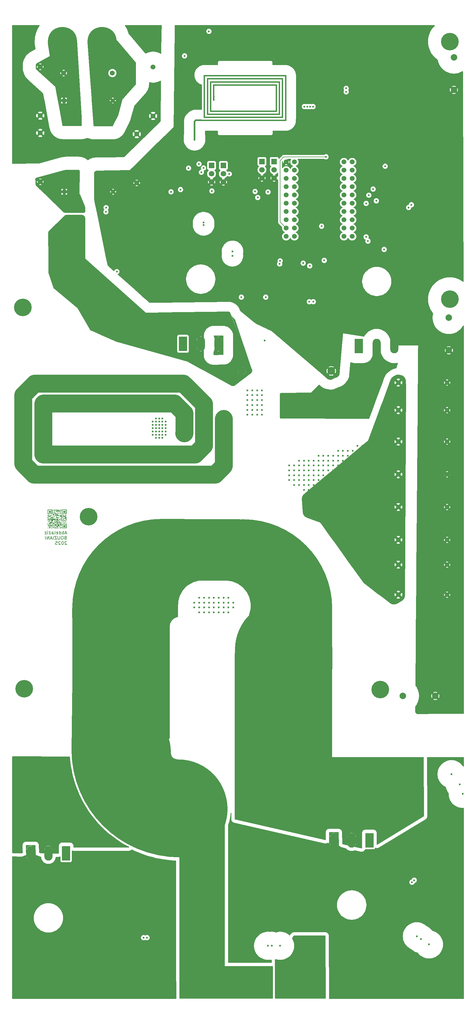
<source format=gbl>
G04 #@! TF.GenerationSoftware,KiCad,Pcbnew,9.0.3*
G04 #@! TF.CreationDate,2025-10-08T14:24:11+02:00*
G04 #@! TF.ProjectId,LLC_DCDC_V4,4c4c435f-4443-4444-935f-56342e6b6963,rev?*
G04 #@! TF.SameCoordinates,Original*
G04 #@! TF.FileFunction,Copper,L4,Bot*
G04 #@! TF.FilePolarity,Positive*
%FSLAX46Y46*%
G04 Gerber Fmt 4.6, Leading zero omitted, Abs format (unit mm)*
G04 Created by KiCad (PCBNEW 9.0.3) date 2025-10-08 14:24:11*
%MOMM*%
%LPD*%
G01*
G04 APERTURE LIST*
%ADD10C,0.200000*%
G04 #@! TA.AperFunction,NonConductor*
%ADD11C,0.200000*%
G04 #@! TD*
G04 #@! TA.AperFunction,Conductor*
%ADD12C,0.100000*%
G04 #@! TD*
G04 #@! TA.AperFunction,Conductor*
%ADD13C,0.500000*%
G04 #@! TD*
G04 #@! TA.AperFunction,Conductor*
%ADD14C,29.600000*%
G04 #@! TD*
G04 #@! TA.AperFunction,EtchedComponent*
%ADD15C,0.000000*%
G04 #@! TD*
G04 #@! TA.AperFunction,EtchedComponent*
%ADD16C,0.200000*%
G04 #@! TD*
G04 #@! TA.AperFunction,EtchedComponent*
%ADD17C,18.880000*%
G04 #@! TD*
G04 #@! TA.AperFunction,EtchedComponent*
%ADD18C,0.300000*%
G04 #@! TD*
G04 #@! TA.AperFunction,EtchedComponent*
%ADD19C,30.000000*%
G04 #@! TD*
G04 #@! TA.AperFunction,EtchedComponent*
%ADD20C,0.450000*%
G04 #@! TD*
G04 #@! TA.AperFunction,ComponentPad*
%ADD21C,0.800000*%
G04 #@! TD*
G04 #@! TA.AperFunction,ComponentPad*
%ADD22C,5.400000*%
G04 #@! TD*
G04 #@! TA.AperFunction,ComponentPad*
%ADD23C,1.300000*%
G04 #@! TD*
G04 #@! TA.AperFunction,ComponentPad*
%ADD24R,1.300000X1.300000*%
G04 #@! TD*
G04 #@! TA.AperFunction,ComponentPad*
%ADD25C,1.500000*%
G04 #@! TD*
G04 #@! TA.AperFunction,ComponentPad*
%ADD26C,1.508000*%
G04 #@! TD*
G04 #@! TA.AperFunction,ComponentPad*
%ADD27C,1.700000*%
G04 #@! TD*
G04 #@! TA.AperFunction,ComponentPad*
%ADD28R,1.700000X1.700000*%
G04 #@! TD*
G04 #@! TA.AperFunction,ComponentPad*
%ADD29C,1.400000*%
G04 #@! TD*
G04 #@! TA.AperFunction,ComponentPad*
%ADD30O,2.500000X4.500000*%
G04 #@! TD*
G04 #@! TA.AperFunction,ComponentPad*
%ADD31R,2.500000X4.500000*%
G04 #@! TD*
G04 #@! TA.AperFunction,ComponentPad*
%ADD32C,0.900000*%
G04 #@! TD*
G04 #@! TA.AperFunction,ComponentPad*
%ADD33C,9.000000*%
G04 #@! TD*
G04 #@! TA.AperFunction,ComponentPad*
%ADD34C,2.400000*%
G04 #@! TD*
G04 #@! TA.AperFunction,ComponentPad*
%ADD35C,2.000000*%
G04 #@! TD*
G04 #@! TA.AperFunction,ViaPad*
%ADD36C,0.600000*%
G04 #@! TD*
G04 #@! TA.AperFunction,Conductor*
%ADD37C,5.500000*%
G04 #@! TD*
G04 #@! TA.AperFunction,Conductor*
%ADD38C,0.200000*%
G04 #@! TD*
G04 APERTURE END LIST*
D10*
D11*
X94577945Y-208641616D02*
X94101755Y-208641616D01*
X94673183Y-208927331D02*
X94339850Y-207927331D01*
X94339850Y-207927331D02*
X94006517Y-208927331D01*
X93673183Y-208927331D02*
X93673183Y-207927331D01*
X93673183Y-208308283D02*
X93577945Y-208260664D01*
X93577945Y-208260664D02*
X93387469Y-208260664D01*
X93387469Y-208260664D02*
X93292231Y-208308283D01*
X93292231Y-208308283D02*
X93244612Y-208355902D01*
X93244612Y-208355902D02*
X93196993Y-208451140D01*
X93196993Y-208451140D02*
X93196993Y-208736854D01*
X93196993Y-208736854D02*
X93244612Y-208832092D01*
X93244612Y-208832092D02*
X93292231Y-208879712D01*
X93292231Y-208879712D02*
X93387469Y-208927331D01*
X93387469Y-208927331D02*
X93577945Y-208927331D01*
X93577945Y-208927331D02*
X93673183Y-208879712D01*
X92339850Y-208927331D02*
X92339850Y-207927331D01*
X92339850Y-208879712D02*
X92435088Y-208927331D01*
X92435088Y-208927331D02*
X92625564Y-208927331D01*
X92625564Y-208927331D02*
X92720802Y-208879712D01*
X92720802Y-208879712D02*
X92768421Y-208832092D01*
X92768421Y-208832092D02*
X92816040Y-208736854D01*
X92816040Y-208736854D02*
X92816040Y-208451140D01*
X92816040Y-208451140D02*
X92768421Y-208355902D01*
X92768421Y-208355902D02*
X92720802Y-208308283D01*
X92720802Y-208308283D02*
X92625564Y-208260664D01*
X92625564Y-208260664D02*
X92435088Y-208260664D01*
X92435088Y-208260664D02*
X92339850Y-208308283D01*
X91482707Y-208879712D02*
X91577945Y-208927331D01*
X91577945Y-208927331D02*
X91768421Y-208927331D01*
X91768421Y-208927331D02*
X91863659Y-208879712D01*
X91863659Y-208879712D02*
X91911278Y-208784473D01*
X91911278Y-208784473D02*
X91911278Y-208403521D01*
X91911278Y-208403521D02*
X91863659Y-208308283D01*
X91863659Y-208308283D02*
X91768421Y-208260664D01*
X91768421Y-208260664D02*
X91577945Y-208260664D01*
X91577945Y-208260664D02*
X91482707Y-208308283D01*
X91482707Y-208308283D02*
X91435088Y-208403521D01*
X91435088Y-208403521D02*
X91435088Y-208498759D01*
X91435088Y-208498759D02*
X91911278Y-208593997D01*
X90863659Y-208927331D02*
X90958897Y-208879712D01*
X90958897Y-208879712D02*
X91006516Y-208784473D01*
X91006516Y-208784473D02*
X91006516Y-207927331D01*
X90054135Y-208927331D02*
X90054135Y-208403521D01*
X90054135Y-208403521D02*
X90101754Y-208308283D01*
X90101754Y-208308283D02*
X90196992Y-208260664D01*
X90196992Y-208260664D02*
X90387468Y-208260664D01*
X90387468Y-208260664D02*
X90482706Y-208308283D01*
X90054135Y-208879712D02*
X90149373Y-208927331D01*
X90149373Y-208927331D02*
X90387468Y-208927331D01*
X90387468Y-208927331D02*
X90482706Y-208879712D01*
X90482706Y-208879712D02*
X90530325Y-208784473D01*
X90530325Y-208784473D02*
X90530325Y-208689235D01*
X90530325Y-208689235D02*
X90482706Y-208593997D01*
X90482706Y-208593997D02*
X90387468Y-208546378D01*
X90387468Y-208546378D02*
X90149373Y-208546378D01*
X90149373Y-208546378D02*
X90054135Y-208498759D01*
X89673182Y-208260664D02*
X89149373Y-208260664D01*
X89149373Y-208260664D02*
X89673182Y-208927331D01*
X89673182Y-208927331D02*
X89149373Y-208927331D01*
X88768420Y-208927331D02*
X88768420Y-208260664D01*
X88768420Y-207927331D02*
X88816039Y-207974950D01*
X88816039Y-207974950D02*
X88768420Y-208022569D01*
X88768420Y-208022569D02*
X88720801Y-207974950D01*
X88720801Y-207974950D02*
X88768420Y-207927331D01*
X88768420Y-207927331D02*
X88768420Y-208022569D01*
X88387468Y-208260664D02*
X87863659Y-208260664D01*
X87863659Y-208260664D02*
X88387468Y-208927331D01*
X88387468Y-208927331D02*
X87863659Y-208927331D01*
X94196993Y-210013465D02*
X94054136Y-210061084D01*
X94054136Y-210061084D02*
X94006517Y-210108703D01*
X94006517Y-210108703D02*
X93958898Y-210203941D01*
X93958898Y-210203941D02*
X93958898Y-210346798D01*
X93958898Y-210346798D02*
X94006517Y-210442036D01*
X94006517Y-210442036D02*
X94054136Y-210489656D01*
X94054136Y-210489656D02*
X94149374Y-210537275D01*
X94149374Y-210537275D02*
X94530326Y-210537275D01*
X94530326Y-210537275D02*
X94530326Y-209537275D01*
X94530326Y-209537275D02*
X94196993Y-209537275D01*
X94196993Y-209537275D02*
X94101755Y-209584894D01*
X94101755Y-209584894D02*
X94054136Y-209632513D01*
X94054136Y-209632513D02*
X94006517Y-209727751D01*
X94006517Y-209727751D02*
X94006517Y-209822989D01*
X94006517Y-209822989D02*
X94054136Y-209918227D01*
X94054136Y-209918227D02*
X94101755Y-209965846D01*
X94101755Y-209965846D02*
X94196993Y-210013465D01*
X94196993Y-210013465D02*
X94530326Y-210013465D01*
X93339850Y-209537275D02*
X93149374Y-209537275D01*
X93149374Y-209537275D02*
X93054136Y-209584894D01*
X93054136Y-209584894D02*
X92958898Y-209680132D01*
X92958898Y-209680132D02*
X92911279Y-209870608D01*
X92911279Y-209870608D02*
X92911279Y-210203941D01*
X92911279Y-210203941D02*
X92958898Y-210394417D01*
X92958898Y-210394417D02*
X93054136Y-210489656D01*
X93054136Y-210489656D02*
X93149374Y-210537275D01*
X93149374Y-210537275D02*
X93339850Y-210537275D01*
X93339850Y-210537275D02*
X93435088Y-210489656D01*
X93435088Y-210489656D02*
X93530326Y-210394417D01*
X93530326Y-210394417D02*
X93577945Y-210203941D01*
X93577945Y-210203941D02*
X93577945Y-209870608D01*
X93577945Y-209870608D02*
X93530326Y-209680132D01*
X93530326Y-209680132D02*
X93435088Y-209584894D01*
X93435088Y-209584894D02*
X93339850Y-209537275D01*
X92482707Y-209537275D02*
X92482707Y-210346798D01*
X92482707Y-210346798D02*
X92435088Y-210442036D01*
X92435088Y-210442036D02*
X92387469Y-210489656D01*
X92387469Y-210489656D02*
X92292231Y-210537275D01*
X92292231Y-210537275D02*
X92101755Y-210537275D01*
X92101755Y-210537275D02*
X92006517Y-210489656D01*
X92006517Y-210489656D02*
X91958898Y-210442036D01*
X91958898Y-210442036D02*
X91911279Y-210346798D01*
X91911279Y-210346798D02*
X91911279Y-209537275D01*
X91530326Y-209537275D02*
X90863660Y-209537275D01*
X90863660Y-209537275D02*
X91530326Y-210537275D01*
X91530326Y-210537275D02*
X90863660Y-210537275D01*
X90482707Y-210537275D02*
X90482707Y-209537275D01*
X90054136Y-210251560D02*
X89577946Y-210251560D01*
X90149374Y-210537275D02*
X89816041Y-209537275D01*
X89816041Y-209537275D02*
X89482708Y-210537275D01*
X89149374Y-210537275D02*
X89149374Y-209537275D01*
X89149374Y-209537275D02*
X88577946Y-210537275D01*
X88577946Y-210537275D02*
X88577946Y-209537275D01*
X88101755Y-210537275D02*
X88101755Y-209537275D01*
X94577945Y-211242457D02*
X94530326Y-211194838D01*
X94530326Y-211194838D02*
X94435088Y-211147219D01*
X94435088Y-211147219D02*
X94196993Y-211147219D01*
X94196993Y-211147219D02*
X94101755Y-211194838D01*
X94101755Y-211194838D02*
X94054136Y-211242457D01*
X94054136Y-211242457D02*
X94006517Y-211337695D01*
X94006517Y-211337695D02*
X94006517Y-211432933D01*
X94006517Y-211432933D02*
X94054136Y-211575790D01*
X94054136Y-211575790D02*
X94625564Y-212147219D01*
X94625564Y-212147219D02*
X94006517Y-212147219D01*
X93387469Y-211147219D02*
X93292231Y-211147219D01*
X93292231Y-211147219D02*
X93196993Y-211194838D01*
X93196993Y-211194838D02*
X93149374Y-211242457D01*
X93149374Y-211242457D02*
X93101755Y-211337695D01*
X93101755Y-211337695D02*
X93054136Y-211528171D01*
X93054136Y-211528171D02*
X93054136Y-211766266D01*
X93054136Y-211766266D02*
X93101755Y-211956742D01*
X93101755Y-211956742D02*
X93149374Y-212051980D01*
X93149374Y-212051980D02*
X93196993Y-212099600D01*
X93196993Y-212099600D02*
X93292231Y-212147219D01*
X93292231Y-212147219D02*
X93387469Y-212147219D01*
X93387469Y-212147219D02*
X93482707Y-212099600D01*
X93482707Y-212099600D02*
X93530326Y-212051980D01*
X93530326Y-212051980D02*
X93577945Y-211956742D01*
X93577945Y-211956742D02*
X93625564Y-211766266D01*
X93625564Y-211766266D02*
X93625564Y-211528171D01*
X93625564Y-211528171D02*
X93577945Y-211337695D01*
X93577945Y-211337695D02*
X93530326Y-211242457D01*
X93530326Y-211242457D02*
X93482707Y-211194838D01*
X93482707Y-211194838D02*
X93387469Y-211147219D01*
X92673183Y-211242457D02*
X92625564Y-211194838D01*
X92625564Y-211194838D02*
X92530326Y-211147219D01*
X92530326Y-211147219D02*
X92292231Y-211147219D01*
X92292231Y-211147219D02*
X92196993Y-211194838D01*
X92196993Y-211194838D02*
X92149374Y-211242457D01*
X92149374Y-211242457D02*
X92101755Y-211337695D01*
X92101755Y-211337695D02*
X92101755Y-211432933D01*
X92101755Y-211432933D02*
X92149374Y-211575790D01*
X92149374Y-211575790D02*
X92720802Y-212147219D01*
X92720802Y-212147219D02*
X92101755Y-212147219D01*
X91196993Y-211147219D02*
X91673183Y-211147219D01*
X91673183Y-211147219D02*
X91720802Y-211623409D01*
X91720802Y-211623409D02*
X91673183Y-211575790D01*
X91673183Y-211575790D02*
X91577945Y-211528171D01*
X91577945Y-211528171D02*
X91339850Y-211528171D01*
X91339850Y-211528171D02*
X91244612Y-211575790D01*
X91244612Y-211575790D02*
X91196993Y-211623409D01*
X91196993Y-211623409D02*
X91149374Y-211718647D01*
X91149374Y-211718647D02*
X91149374Y-211956742D01*
X91149374Y-211956742D02*
X91196993Y-212051980D01*
X91196993Y-212051980D02*
X91244612Y-212099600D01*
X91244612Y-212099600D02*
X91339850Y-212147219D01*
X91339850Y-212147219D02*
X91577945Y-212147219D01*
X91577945Y-212147219D02*
X91673183Y-212099600D01*
X91673183Y-212099600D02*
X91720802Y-212051980D01*
G04 #@! TA.AperFunction,NonConductor*
G36*
X92150000Y-205950000D02*
G01*
X92350000Y-205950000D01*
X92350000Y-206150000D01*
X92150000Y-206150000D01*
X92150000Y-205950000D01*
G37*
G04 #@! TD.AperFunction*
G04 #@! TA.AperFunction,NonConductor*
G36*
X93150000Y-205750000D02*
G01*
X93350000Y-205750000D01*
X93350000Y-205950000D01*
X93150000Y-205950000D01*
X93150000Y-205750000D01*
G37*
G04 #@! TD.AperFunction*
G04 #@! TA.AperFunction,NonConductor*
G36*
X90350000Y-204350000D02*
G01*
X90550000Y-204350000D01*
X90550000Y-204550000D01*
X90350000Y-204550000D01*
X90350000Y-204350000D01*
G37*
G04 #@! TD.AperFunction*
G04 #@! TA.AperFunction,NonConductor*
G36*
X88750000Y-206950000D02*
G01*
X88950000Y-206950000D01*
X88950000Y-207150000D01*
X88750000Y-207150000D01*
X88750000Y-206950000D01*
G37*
G04 #@! TD.AperFunction*
G04 #@! TA.AperFunction,NonConductor*
G36*
X90950000Y-205150000D02*
G01*
X91150000Y-205150000D01*
X91150000Y-205350000D01*
X90950000Y-205350000D01*
X90950000Y-205150000D01*
G37*
G04 #@! TD.AperFunction*
G04 #@! TA.AperFunction,NonConductor*
G36*
X90350000Y-206750000D02*
G01*
X90550000Y-206750000D01*
X90550000Y-206950000D01*
X90350000Y-206950000D01*
X90350000Y-206750000D01*
G37*
G04 #@! TD.AperFunction*
G04 #@! TA.AperFunction,NonConductor*
G36*
X89750000Y-203750000D02*
G01*
X89950000Y-203750000D01*
X89950000Y-203950000D01*
X89750000Y-203950000D01*
X89750000Y-203750000D01*
G37*
G04 #@! TD.AperFunction*
G04 #@! TA.AperFunction,NonConductor*
G36*
X91750000Y-205150000D02*
G01*
X91950000Y-205150000D01*
X91950000Y-205350000D01*
X91750000Y-205350000D01*
X91750000Y-205150000D01*
G37*
G04 #@! TD.AperFunction*
G04 #@! TA.AperFunction,NonConductor*
G36*
X94150000Y-201350000D02*
G01*
X94350000Y-201350000D01*
X94350000Y-201550000D01*
X94150000Y-201550000D01*
X94150000Y-201350000D01*
G37*
G04 #@! TD.AperFunction*
G04 #@! TA.AperFunction,NonConductor*
G36*
X91550000Y-204350000D02*
G01*
X91750000Y-204350000D01*
X91750000Y-204550000D01*
X91550000Y-204550000D01*
X91550000Y-204350000D01*
G37*
G04 #@! TD.AperFunction*
G04 #@! TA.AperFunction,NonConductor*
G36*
X89750000Y-203550000D02*
G01*
X89950000Y-203550000D01*
X89950000Y-203750000D01*
X89750000Y-203750000D01*
X89750000Y-203550000D01*
G37*
G04 #@! TD.AperFunction*
G04 #@! TA.AperFunction,NonConductor*
G36*
X90350000Y-202150000D02*
G01*
X90550000Y-202150000D01*
X90550000Y-202350000D01*
X90350000Y-202350000D01*
X90350000Y-202150000D01*
G37*
G04 #@! TD.AperFunction*
G04 #@! TA.AperFunction,NonConductor*
G36*
X89150000Y-201350000D02*
G01*
X89350000Y-201350000D01*
X89350000Y-201550000D01*
X89150000Y-201550000D01*
X89150000Y-201350000D01*
G37*
G04 #@! TD.AperFunction*
G04 #@! TA.AperFunction,NonConductor*
G36*
X89950000Y-205150000D02*
G01*
X90150000Y-205150000D01*
X90150000Y-205350000D01*
X89950000Y-205350000D01*
X89950000Y-205150000D01*
G37*
G04 #@! TD.AperFunction*
G04 #@! TA.AperFunction,NonConductor*
G36*
X90950000Y-204950000D02*
G01*
X91150000Y-204950000D01*
X91150000Y-205150000D01*
X90950000Y-205150000D01*
X90950000Y-204950000D01*
G37*
G04 #@! TD.AperFunction*
G04 #@! TA.AperFunction,NonConductor*
G36*
X93950000Y-201350000D02*
G01*
X94150000Y-201350000D01*
X94150000Y-201550000D01*
X93950000Y-201550000D01*
X93950000Y-201350000D01*
G37*
G04 #@! TD.AperFunction*
G04 #@! TA.AperFunction,NonConductor*
G36*
X94350000Y-201350000D02*
G01*
X94550000Y-201350000D01*
X94550000Y-201550000D01*
X94350000Y-201550000D01*
X94350000Y-201350000D01*
G37*
G04 #@! TD.AperFunction*
G04 #@! TA.AperFunction,NonConductor*
G36*
X89750000Y-203150000D02*
G01*
X89950000Y-203150000D01*
X89950000Y-203350000D01*
X89750000Y-203350000D01*
X89750000Y-203150000D01*
G37*
G04 #@! TD.AperFunction*
G04 #@! TA.AperFunction,NonConductor*
G36*
X93550000Y-204350000D02*
G01*
X93750000Y-204350000D01*
X93750000Y-204550000D01*
X93550000Y-204550000D01*
X93550000Y-204350000D01*
G37*
G04 #@! TD.AperFunction*
G04 #@! TA.AperFunction,NonConductor*
G36*
X92750000Y-203350000D02*
G01*
X92950000Y-203350000D01*
X92950000Y-203550000D01*
X92750000Y-203550000D01*
X92750000Y-203350000D01*
G37*
G04 #@! TD.AperFunction*
G04 #@! TA.AperFunction,NonConductor*
G36*
X92750000Y-205750000D02*
G01*
X92950000Y-205750000D01*
X92950000Y-205950000D01*
X92750000Y-205950000D01*
X92750000Y-205750000D01*
G37*
G04 #@! TD.AperFunction*
G04 #@! TA.AperFunction,NonConductor*
G36*
X90150000Y-204150000D02*
G01*
X90350000Y-204150000D01*
X90350000Y-204350000D01*
X90150000Y-204350000D01*
X90150000Y-204150000D01*
G37*
G04 #@! TD.AperFunction*
G04 #@! TA.AperFunction,NonConductor*
G36*
X93350000Y-203550000D02*
G01*
X93550000Y-203550000D01*
X93550000Y-203750000D01*
X93350000Y-203750000D01*
X93350000Y-203550000D01*
G37*
G04 #@! TD.AperFunction*
G04 #@! TA.AperFunction,NonConductor*
G36*
X91350000Y-206950000D02*
G01*
X91550000Y-206950000D01*
X91550000Y-207150000D01*
X91350000Y-207150000D01*
X91350000Y-206950000D01*
G37*
G04 #@! TD.AperFunction*
G04 #@! TA.AperFunction,NonConductor*
G36*
X91150000Y-202550000D02*
G01*
X91350000Y-202550000D01*
X91350000Y-202750000D01*
X91150000Y-202750000D01*
X91150000Y-202550000D01*
G37*
G04 #@! TD.AperFunction*
G04 #@! TA.AperFunction,NonConductor*
G36*
X90750000Y-205150000D02*
G01*
X90950000Y-205150000D01*
X90950000Y-205350000D01*
X90750000Y-205350000D01*
X90750000Y-205150000D01*
G37*
G04 #@! TD.AperFunction*
G04 #@! TA.AperFunction,NonConductor*
G36*
X89550000Y-205550000D02*
G01*
X89750000Y-205550000D01*
X89750000Y-205750000D01*
X89550000Y-205750000D01*
X89550000Y-205550000D01*
G37*
G04 #@! TD.AperFunction*
G04 #@! TA.AperFunction,NonConductor*
G36*
X91750000Y-204350000D02*
G01*
X91950000Y-204350000D01*
X91950000Y-204550000D01*
X91750000Y-204550000D01*
X91750000Y-204350000D01*
G37*
G04 #@! TD.AperFunction*
G04 #@! TA.AperFunction,NonConductor*
G36*
X91950000Y-205150000D02*
G01*
X92150000Y-205150000D01*
X92150000Y-205350000D01*
X91950000Y-205350000D01*
X91950000Y-205150000D01*
G37*
G04 #@! TD.AperFunction*
G04 #@! TA.AperFunction,NonConductor*
G36*
X94350000Y-206150000D02*
G01*
X94550000Y-206150000D01*
X94550000Y-206350000D01*
X94350000Y-206350000D01*
X94350000Y-206150000D01*
G37*
G04 #@! TD.AperFunction*
G04 #@! TA.AperFunction,NonConductor*
G36*
X92150000Y-206350000D02*
G01*
X92350000Y-206350000D01*
X92350000Y-206550000D01*
X92150000Y-206550000D01*
X92150000Y-206350000D01*
G37*
G04 #@! TD.AperFunction*
G04 #@! TA.AperFunction,NonConductor*
G36*
X92950000Y-202950000D02*
G01*
X93150000Y-202950000D01*
X93150000Y-203150000D01*
X92950000Y-203150000D01*
X92950000Y-202950000D01*
G37*
G04 #@! TD.AperFunction*
G04 #@! TA.AperFunction,NonConductor*
G36*
X89350000Y-204950000D02*
G01*
X89550000Y-204950000D01*
X89550000Y-205150000D01*
X89350000Y-205150000D01*
X89350000Y-204950000D01*
G37*
G04 #@! TD.AperFunction*
G04 #@! TA.AperFunction,NonConductor*
G36*
X89350000Y-201950000D02*
G01*
X89550000Y-201950000D01*
X89550000Y-202150000D01*
X89350000Y-202150000D01*
X89350000Y-201950000D01*
G37*
G04 #@! TD.AperFunction*
G04 #@! TA.AperFunction,NonConductor*
G36*
X93550000Y-201950000D02*
G01*
X93750000Y-201950000D01*
X93750000Y-202150000D01*
X93550000Y-202150000D01*
X93550000Y-201950000D01*
G37*
G04 #@! TD.AperFunction*
G04 #@! TA.AperFunction,NonConductor*
G36*
X92350000Y-204150000D02*
G01*
X92550000Y-204150000D01*
X92550000Y-204350000D01*
X92350000Y-204350000D01*
X92350000Y-204150000D01*
G37*
G04 #@! TD.AperFunction*
G04 #@! TA.AperFunction,NonConductor*
G36*
X89150000Y-202150000D02*
G01*
X89350000Y-202150000D01*
X89350000Y-202350000D01*
X89150000Y-202350000D01*
X89150000Y-202150000D01*
G37*
G04 #@! TD.AperFunction*
G04 #@! TA.AperFunction,NonConductor*
G36*
X88750000Y-201350000D02*
G01*
X88950000Y-201350000D01*
X88950000Y-201550000D01*
X88750000Y-201550000D01*
X88750000Y-201350000D01*
G37*
G04 #@! TD.AperFunction*
G04 #@! TA.AperFunction,NonConductor*
G36*
X94350000Y-206950000D02*
G01*
X94550000Y-206950000D01*
X94550000Y-207150000D01*
X94350000Y-207150000D01*
X94350000Y-206950000D01*
G37*
G04 #@! TD.AperFunction*
G04 #@! TA.AperFunction,NonConductor*
G36*
X92550000Y-202150000D02*
G01*
X92750000Y-202150000D01*
X92750000Y-202350000D01*
X92550000Y-202350000D01*
X92550000Y-202150000D01*
G37*
G04 #@! TD.AperFunction*
G04 #@! TA.AperFunction,NonConductor*
G36*
X92750000Y-201350000D02*
G01*
X92950000Y-201350000D01*
X92950000Y-201550000D01*
X92750000Y-201550000D01*
X92750000Y-201350000D01*
G37*
G04 #@! TD.AperFunction*
G04 #@! TA.AperFunction,NonConductor*
G36*
X89950000Y-202550000D02*
G01*
X90150000Y-202550000D01*
X90150000Y-202750000D01*
X89950000Y-202750000D01*
X89950000Y-202550000D01*
G37*
G04 #@! TD.AperFunction*
G04 #@! TA.AperFunction,NonConductor*
G36*
X90750000Y-202350000D02*
G01*
X90950000Y-202350000D01*
X90950000Y-202550000D01*
X90750000Y-202550000D01*
X90750000Y-202350000D01*
G37*
G04 #@! TD.AperFunction*
G04 #@! TA.AperFunction,NonConductor*
G36*
X89750000Y-202950000D02*
G01*
X89950000Y-202950000D01*
X89950000Y-203150000D01*
X89750000Y-203150000D01*
X89750000Y-202950000D01*
G37*
G04 #@! TD.AperFunction*
G04 #@! TA.AperFunction,NonConductor*
G36*
X91350000Y-204950000D02*
G01*
X91550000Y-204950000D01*
X91550000Y-205150000D01*
X91350000Y-205150000D01*
X91350000Y-204950000D01*
G37*
G04 #@! TD.AperFunction*
G04 #@! TA.AperFunction,NonConductor*
G36*
X89750000Y-204150000D02*
G01*
X89950000Y-204150000D01*
X89950000Y-204350000D01*
X89750000Y-204350000D01*
X89750000Y-204150000D01*
G37*
G04 #@! TD.AperFunction*
G04 #@! TA.AperFunction,NonConductor*
G36*
X93950000Y-202150000D02*
G01*
X94150000Y-202150000D01*
X94150000Y-202350000D01*
X93950000Y-202350000D01*
X93950000Y-202150000D01*
G37*
G04 #@! TD.AperFunction*
G04 #@! TA.AperFunction,NonConductor*
G36*
X93950000Y-205750000D02*
G01*
X94150000Y-205750000D01*
X94150000Y-205950000D01*
X93950000Y-205950000D01*
X93950000Y-205750000D01*
G37*
G04 #@! TD.AperFunction*
G04 #@! TA.AperFunction,NonConductor*
G36*
X93150000Y-202350000D02*
G01*
X93350000Y-202350000D01*
X93350000Y-202550000D01*
X93150000Y-202550000D01*
X93150000Y-202350000D01*
G37*
G04 #@! TD.AperFunction*
G04 #@! TA.AperFunction,NonConductor*
G36*
X90350000Y-203350000D02*
G01*
X90550000Y-203350000D01*
X90550000Y-203550000D01*
X90350000Y-203550000D01*
X90350000Y-203350000D01*
G37*
G04 #@! TD.AperFunction*
G04 #@! TA.AperFunction,NonConductor*
G36*
X89550000Y-203150000D02*
G01*
X89750000Y-203150000D01*
X89750000Y-203350000D01*
X89550000Y-203350000D01*
X89550000Y-203150000D01*
G37*
G04 #@! TD.AperFunction*
G04 #@! TA.AperFunction,NonConductor*
G36*
X93150000Y-204550000D02*
G01*
X93350000Y-204550000D01*
X93350000Y-204750000D01*
X93150000Y-204750000D01*
X93150000Y-204550000D01*
G37*
G04 #@! TD.AperFunction*
G04 #@! TA.AperFunction,NonConductor*
G36*
X93950000Y-201950000D02*
G01*
X94150000Y-201950000D01*
X94150000Y-202150000D01*
X93950000Y-202150000D01*
X93950000Y-201950000D01*
G37*
G04 #@! TD.AperFunction*
G04 #@! TA.AperFunction,NonConductor*
G36*
X88750000Y-201950000D02*
G01*
X88950000Y-201950000D01*
X88950000Y-202150000D01*
X88750000Y-202150000D01*
X88750000Y-201950000D01*
G37*
G04 #@! TD.AperFunction*
G04 #@! TA.AperFunction,NonConductor*
G36*
X90550000Y-204350000D02*
G01*
X90750000Y-204350000D01*
X90750000Y-204550000D01*
X90550000Y-204550000D01*
X90550000Y-204350000D01*
G37*
G04 #@! TD.AperFunction*
G04 #@! TA.AperFunction,NonConductor*
G36*
X91550000Y-204750000D02*
G01*
X91750000Y-204750000D01*
X91750000Y-204950000D01*
X91550000Y-204950000D01*
X91550000Y-204750000D01*
G37*
G04 #@! TD.AperFunction*
G04 #@! TA.AperFunction,NonConductor*
G36*
X89150000Y-201950000D02*
G01*
X89350000Y-201950000D01*
X89350000Y-202150000D01*
X89150000Y-202150000D01*
X89150000Y-201950000D01*
G37*
G04 #@! TD.AperFunction*
G04 #@! TA.AperFunction,NonConductor*
G36*
X90950000Y-204350000D02*
G01*
X91150000Y-204350000D01*
X91150000Y-204550000D01*
X90950000Y-204550000D01*
X90950000Y-204350000D01*
G37*
G04 #@! TD.AperFunction*
G04 #@! TA.AperFunction,NonConductor*
G36*
X89950000Y-205350000D02*
G01*
X90150000Y-205350000D01*
X90150000Y-205550000D01*
X89950000Y-205550000D01*
X89950000Y-205350000D01*
G37*
G04 #@! TD.AperFunction*
G04 #@! TA.AperFunction,NonConductor*
G36*
X91550000Y-203150000D02*
G01*
X91750000Y-203150000D01*
X91750000Y-203350000D01*
X91550000Y-203350000D01*
X91550000Y-203150000D01*
G37*
G04 #@! TD.AperFunction*
G04 #@! TA.AperFunction,NonConductor*
G36*
X89950000Y-202350000D02*
G01*
X90150000Y-202350000D01*
X90150000Y-202550000D01*
X89950000Y-202550000D01*
X89950000Y-202350000D01*
G37*
G04 #@! TD.AperFunction*
G04 #@! TA.AperFunction,NonConductor*
G36*
X93350000Y-206950000D02*
G01*
X93550000Y-206950000D01*
X93550000Y-207150000D01*
X93350000Y-207150000D01*
X93350000Y-206950000D01*
G37*
G04 #@! TD.AperFunction*
G04 #@! TA.AperFunction,NonConductor*
G36*
X88950000Y-202550000D02*
G01*
X89150000Y-202550000D01*
X89150000Y-202750000D01*
X88950000Y-202750000D01*
X88950000Y-202550000D01*
G37*
G04 #@! TD.AperFunction*
G04 #@! TA.AperFunction,NonConductor*
G36*
X92150000Y-201550000D02*
G01*
X92350000Y-201550000D01*
X92350000Y-201750000D01*
X92150000Y-201750000D01*
X92150000Y-201550000D01*
G37*
G04 #@! TD.AperFunction*
G04 #@! TA.AperFunction,NonConductor*
G36*
X92150000Y-205550000D02*
G01*
X92350000Y-205550000D01*
X92350000Y-205750000D01*
X92150000Y-205750000D01*
X92150000Y-205550000D01*
G37*
G04 #@! TD.AperFunction*
G04 #@! TA.AperFunction,NonConductor*
G36*
X93550000Y-202550000D02*
G01*
X93750000Y-202550000D01*
X93750000Y-202750000D01*
X93550000Y-202750000D01*
X93550000Y-202550000D01*
G37*
G04 #@! TD.AperFunction*
G04 #@! TA.AperFunction,NonConductor*
G36*
X91950000Y-202550000D02*
G01*
X92150000Y-202550000D01*
X92150000Y-202750000D01*
X91950000Y-202750000D01*
X91950000Y-202550000D01*
G37*
G04 #@! TD.AperFunction*
G04 #@! TA.AperFunction,NonConductor*
G36*
X89350000Y-206150000D02*
G01*
X89550000Y-206150000D01*
X89550000Y-206350000D01*
X89350000Y-206350000D01*
X89350000Y-206150000D01*
G37*
G04 #@! TD.AperFunction*
G04 #@! TA.AperFunction,NonConductor*
G36*
X94350000Y-205350000D02*
G01*
X94550000Y-205350000D01*
X94550000Y-205550000D01*
X94350000Y-205550000D01*
X94350000Y-205350000D01*
G37*
G04 #@! TD.AperFunction*
G04 #@! TA.AperFunction,NonConductor*
G36*
X92350000Y-202550000D02*
G01*
X92550000Y-202550000D01*
X92550000Y-202750000D01*
X92350000Y-202750000D01*
X92350000Y-202550000D01*
G37*
G04 #@! TD.AperFunction*
G04 #@! TA.AperFunction,NonConductor*
G36*
X90350000Y-205350000D02*
G01*
X90550000Y-205350000D01*
X90550000Y-205550000D01*
X90350000Y-205550000D01*
X90350000Y-205350000D01*
G37*
G04 #@! TD.AperFunction*
G04 #@! TA.AperFunction,NonConductor*
G36*
X90550000Y-205550000D02*
G01*
X90750000Y-205550000D01*
X90750000Y-205750000D01*
X90550000Y-205750000D01*
X90550000Y-205550000D01*
G37*
G04 #@! TD.AperFunction*
G04 #@! TA.AperFunction,NonConductor*
G36*
X90950000Y-201750000D02*
G01*
X91150000Y-201750000D01*
X91150000Y-201950000D01*
X90950000Y-201950000D01*
X90950000Y-201750000D01*
G37*
G04 #@! TD.AperFunction*
G04 #@! TA.AperFunction,NonConductor*
G36*
X90750000Y-205950000D02*
G01*
X90950000Y-205950000D01*
X90950000Y-206150000D01*
X90750000Y-206150000D01*
X90750000Y-205950000D01*
G37*
G04 #@! TD.AperFunction*
G04 #@! TA.AperFunction,NonConductor*
G36*
X89150000Y-202550000D02*
G01*
X89350000Y-202550000D01*
X89350000Y-202750000D01*
X89150000Y-202750000D01*
X89150000Y-202550000D01*
G37*
G04 #@! TD.AperFunction*
G04 #@! TA.AperFunction,NonConductor*
G36*
X91150000Y-205350000D02*
G01*
X91350000Y-205350000D01*
X91350000Y-205550000D01*
X91150000Y-205550000D01*
X91150000Y-205350000D01*
G37*
G04 #@! TD.AperFunction*
G04 #@! TA.AperFunction,NonConductor*
G36*
X89350000Y-205550000D02*
G01*
X89550000Y-205550000D01*
X89550000Y-205750000D01*
X89350000Y-205750000D01*
X89350000Y-205550000D01*
G37*
G04 #@! TD.AperFunction*
G04 #@! TA.AperFunction,NonConductor*
G36*
X89350000Y-202150000D02*
G01*
X89550000Y-202150000D01*
X89550000Y-202350000D01*
X89350000Y-202350000D01*
X89350000Y-202150000D01*
G37*
G04 #@! TD.AperFunction*
G04 #@! TA.AperFunction,NonConductor*
G36*
X89350000Y-201750000D02*
G01*
X89550000Y-201750000D01*
X89550000Y-201950000D01*
X89350000Y-201950000D01*
X89350000Y-201750000D01*
G37*
G04 #@! TD.AperFunction*
G04 #@! TA.AperFunction,NonConductor*
G36*
X91950000Y-205950000D02*
G01*
X92150000Y-205950000D01*
X92150000Y-206150000D01*
X91950000Y-206150000D01*
X91950000Y-205950000D01*
G37*
G04 #@! TD.AperFunction*
G04 #@! TA.AperFunction,NonConductor*
G36*
X88750000Y-204350000D02*
G01*
X88950000Y-204350000D01*
X88950000Y-204550000D01*
X88750000Y-204550000D01*
X88750000Y-204350000D01*
G37*
G04 #@! TD.AperFunction*
G04 #@! TA.AperFunction,NonConductor*
G36*
X91750000Y-202350000D02*
G01*
X91950000Y-202350000D01*
X91950000Y-202550000D01*
X91750000Y-202550000D01*
X91750000Y-202350000D01*
G37*
G04 #@! TD.AperFunction*
G04 #@! TA.AperFunction,NonConductor*
G36*
X94150000Y-204950000D02*
G01*
X94350000Y-204950000D01*
X94350000Y-205150000D01*
X94150000Y-205150000D01*
X94150000Y-204950000D01*
G37*
G04 #@! TD.AperFunction*
G04 #@! TA.AperFunction,NonConductor*
G36*
X89550000Y-206350000D02*
G01*
X89750000Y-206350000D01*
X89750000Y-206550000D01*
X89550000Y-206550000D01*
X89550000Y-206350000D01*
G37*
G04 #@! TD.AperFunction*
G04 #@! TA.AperFunction,NonConductor*
G36*
X89550000Y-202150000D02*
G01*
X89750000Y-202150000D01*
X89750000Y-202350000D01*
X89550000Y-202350000D01*
X89550000Y-202150000D01*
G37*
G04 #@! TD.AperFunction*
G04 #@! TA.AperFunction,NonConductor*
G36*
X92550000Y-205150000D02*
G01*
X92750000Y-205150000D01*
X92750000Y-205350000D01*
X92550000Y-205350000D01*
X92550000Y-205150000D01*
G37*
G04 #@! TD.AperFunction*
G04 #@! TA.AperFunction,NonConductor*
G36*
X94150000Y-202550000D02*
G01*
X94350000Y-202550000D01*
X94350000Y-202750000D01*
X94150000Y-202750000D01*
X94150000Y-202550000D01*
G37*
G04 #@! TD.AperFunction*
G04 #@! TA.AperFunction,NonConductor*
G36*
X90750000Y-204350000D02*
G01*
X90950000Y-204350000D01*
X90950000Y-204550000D01*
X90750000Y-204550000D01*
X90750000Y-204350000D01*
G37*
G04 #@! TD.AperFunction*
G04 #@! TA.AperFunction,NonConductor*
G36*
X92750000Y-201750000D02*
G01*
X92950000Y-201750000D01*
X92950000Y-201950000D01*
X92750000Y-201950000D01*
X92750000Y-201750000D01*
G37*
G04 #@! TD.AperFunction*
G04 #@! TA.AperFunction,NonConductor*
G36*
X93550000Y-205750000D02*
G01*
X93750000Y-205750000D01*
X93750000Y-205950000D01*
X93550000Y-205950000D01*
X93550000Y-205750000D01*
G37*
G04 #@! TD.AperFunction*
G04 #@! TA.AperFunction,NonConductor*
G36*
X93750000Y-206550000D02*
G01*
X93950000Y-206550000D01*
X93950000Y-206750000D01*
X93750000Y-206750000D01*
X93750000Y-206550000D01*
G37*
G04 #@! TD.AperFunction*
G04 #@! TA.AperFunction,NonConductor*
G36*
X92950000Y-204350000D02*
G01*
X93150000Y-204350000D01*
X93150000Y-204550000D01*
X92950000Y-204550000D01*
X92950000Y-204350000D01*
G37*
G04 #@! TD.AperFunction*
G04 #@! TA.AperFunction,NonConductor*
G36*
X91150000Y-204150000D02*
G01*
X91350000Y-204150000D01*
X91350000Y-204350000D01*
X91150000Y-204350000D01*
X91150000Y-204150000D01*
G37*
G04 #@! TD.AperFunction*
G04 #@! TA.AperFunction,NonConductor*
G36*
X90750000Y-201550000D02*
G01*
X90950000Y-201550000D01*
X90950000Y-201750000D01*
X90750000Y-201750000D01*
X90750000Y-201550000D01*
G37*
G04 #@! TD.AperFunction*
G04 #@! TA.AperFunction,NonConductor*
G36*
X88750000Y-203550000D02*
G01*
X88950000Y-203550000D01*
X88950000Y-203750000D01*
X88750000Y-203750000D01*
X88750000Y-203550000D01*
G37*
G04 #@! TD.AperFunction*
G04 #@! TA.AperFunction,NonConductor*
G36*
X93950000Y-206950000D02*
G01*
X94150000Y-206950000D01*
X94150000Y-207150000D01*
X93950000Y-207150000D01*
X93950000Y-206950000D01*
G37*
G04 #@! TD.AperFunction*
G04 #@! TA.AperFunction,NonConductor*
G36*
X91750000Y-206950000D02*
G01*
X91950000Y-206950000D01*
X91950000Y-207150000D01*
X91750000Y-207150000D01*
X91750000Y-206950000D01*
G37*
G04 #@! TD.AperFunction*
G04 #@! TA.AperFunction,NonConductor*
G36*
X89350000Y-203950000D02*
G01*
X89550000Y-203950000D01*
X89550000Y-204150000D01*
X89350000Y-204150000D01*
X89350000Y-203950000D01*
G37*
G04 #@! TD.AperFunction*
G04 #@! TA.AperFunction,NonConductor*
G36*
X94150000Y-205750000D02*
G01*
X94350000Y-205750000D01*
X94350000Y-205950000D01*
X94150000Y-205950000D01*
X94150000Y-205750000D01*
G37*
G04 #@! TD.AperFunction*
G04 #@! TA.AperFunction,NonConductor*
G36*
X93750000Y-206150000D02*
G01*
X93950000Y-206150000D01*
X93950000Y-206350000D01*
X93750000Y-206350000D01*
X93750000Y-206150000D01*
G37*
G04 #@! TD.AperFunction*
G04 #@! TA.AperFunction,NonConductor*
G36*
X91550000Y-205150000D02*
G01*
X91750000Y-205150000D01*
X91750000Y-205350000D01*
X91550000Y-205350000D01*
X91550000Y-205150000D01*
G37*
G04 #@! TD.AperFunction*
G04 #@! TA.AperFunction,NonConductor*
G36*
X92350000Y-205350000D02*
G01*
X92550000Y-205350000D01*
X92550000Y-205550000D01*
X92350000Y-205550000D01*
X92350000Y-205350000D01*
G37*
G04 #@! TD.AperFunction*
G04 #@! TA.AperFunction,NonConductor*
G36*
X88750000Y-203750000D02*
G01*
X88950000Y-203750000D01*
X88950000Y-203950000D01*
X88750000Y-203950000D01*
X88750000Y-203750000D01*
G37*
G04 #@! TD.AperFunction*
G04 #@! TA.AperFunction,NonConductor*
G36*
X90150000Y-204350000D02*
G01*
X90350000Y-204350000D01*
X90350000Y-204550000D01*
X90150000Y-204550000D01*
X90150000Y-204350000D01*
G37*
G04 #@! TD.AperFunction*
G04 #@! TA.AperFunction,NonConductor*
G36*
X88750000Y-203150000D02*
G01*
X88950000Y-203150000D01*
X88950000Y-203350000D01*
X88750000Y-203350000D01*
X88750000Y-203150000D01*
G37*
G04 #@! TD.AperFunction*
G04 #@! TA.AperFunction,NonConductor*
G36*
X88750000Y-205350000D02*
G01*
X88950000Y-205350000D01*
X88950000Y-205550000D01*
X88750000Y-205550000D01*
X88750000Y-205350000D01*
G37*
G04 #@! TD.AperFunction*
G04 #@! TA.AperFunction,NonConductor*
G36*
X91550000Y-206350000D02*
G01*
X91750000Y-206350000D01*
X91750000Y-206550000D01*
X91550000Y-206550000D01*
X91550000Y-206350000D01*
G37*
G04 #@! TD.AperFunction*
G04 #@! TA.AperFunction,NonConductor*
G36*
X91550000Y-204950000D02*
G01*
X91750000Y-204950000D01*
X91750000Y-205150000D01*
X91550000Y-205150000D01*
X91550000Y-204950000D01*
G37*
G04 #@! TD.AperFunction*
G04 #@! TA.AperFunction,NonConductor*
G36*
X93750000Y-202550000D02*
G01*
X93950000Y-202550000D01*
X93950000Y-202750000D01*
X93750000Y-202750000D01*
X93750000Y-202550000D01*
G37*
G04 #@! TD.AperFunction*
G04 #@! TA.AperFunction,NonConductor*
G36*
X93550000Y-205350000D02*
G01*
X93750000Y-205350000D01*
X93750000Y-205550000D01*
X93550000Y-205550000D01*
X93550000Y-205350000D01*
G37*
G04 #@! TD.AperFunction*
G04 #@! TA.AperFunction,NonConductor*
G36*
X91950000Y-203550000D02*
G01*
X92150000Y-203550000D01*
X92150000Y-203750000D01*
X91950000Y-203750000D01*
X91950000Y-203550000D01*
G37*
G04 #@! TD.AperFunction*
G04 #@! TA.AperFunction,NonConductor*
G36*
X92750000Y-203950000D02*
G01*
X92950000Y-203950000D01*
X92950000Y-204150000D01*
X92750000Y-204150000D01*
X92750000Y-203950000D01*
G37*
G04 #@! TD.AperFunction*
G04 #@! TA.AperFunction,NonConductor*
G36*
X91550000Y-201550000D02*
G01*
X91750000Y-201550000D01*
X91750000Y-201750000D01*
X91550000Y-201750000D01*
X91550000Y-201550000D01*
G37*
G04 #@! TD.AperFunction*
G04 #@! TA.AperFunction,NonConductor*
G36*
X90350000Y-203750000D02*
G01*
X90550000Y-203750000D01*
X90550000Y-203950000D01*
X90350000Y-203950000D01*
X90350000Y-203750000D01*
G37*
G04 #@! TD.AperFunction*
G04 #@! TA.AperFunction,NonConductor*
G36*
X93150000Y-205950000D02*
G01*
X93350000Y-205950000D01*
X93350000Y-206150000D01*
X93150000Y-206150000D01*
X93150000Y-205950000D01*
G37*
G04 #@! TD.AperFunction*
G04 #@! TA.AperFunction,NonConductor*
G36*
X90550000Y-206750000D02*
G01*
X90750000Y-206750000D01*
X90750000Y-206950000D01*
X90550000Y-206950000D01*
X90550000Y-206750000D01*
G37*
G04 #@! TD.AperFunction*
G04 #@! TA.AperFunction,NonConductor*
G36*
X91150000Y-201350000D02*
G01*
X91350000Y-201350000D01*
X91350000Y-201550000D01*
X91150000Y-201550000D01*
X91150000Y-201350000D01*
G37*
G04 #@! TD.AperFunction*
G04 #@! TA.AperFunction,NonConductor*
G36*
X91150000Y-202950000D02*
G01*
X91350000Y-202950000D01*
X91350000Y-203150000D01*
X91150000Y-203150000D01*
X91150000Y-202950000D01*
G37*
G04 #@! TD.AperFunction*
G04 #@! TA.AperFunction,NonConductor*
G36*
X90350000Y-204150000D02*
G01*
X90550000Y-204150000D01*
X90550000Y-204350000D01*
X90350000Y-204350000D01*
X90350000Y-204150000D01*
G37*
G04 #@! TD.AperFunction*
G04 #@! TA.AperFunction,NonConductor*
G36*
X93750000Y-205750000D02*
G01*
X93950000Y-205750000D01*
X93950000Y-205950000D01*
X93750000Y-205950000D01*
X93750000Y-205750000D01*
G37*
G04 #@! TD.AperFunction*
G04 #@! TA.AperFunction,NonConductor*
G36*
X94150000Y-204150000D02*
G01*
X94350000Y-204150000D01*
X94350000Y-204350000D01*
X94150000Y-204350000D01*
X94150000Y-204150000D01*
G37*
G04 #@! TD.AperFunction*
G04 #@! TA.AperFunction,NonConductor*
G36*
X92350000Y-204350000D02*
G01*
X92550000Y-204350000D01*
X92550000Y-204550000D01*
X92350000Y-204550000D01*
X92350000Y-204350000D01*
G37*
G04 #@! TD.AperFunction*
G04 #@! TA.AperFunction,NonConductor*
G36*
X92550000Y-205950000D02*
G01*
X92750000Y-205950000D01*
X92750000Y-206150000D01*
X92550000Y-206150000D01*
X92550000Y-205950000D01*
G37*
G04 #@! TD.AperFunction*
G04 #@! TA.AperFunction,NonConductor*
G36*
X93150000Y-202150000D02*
G01*
X93350000Y-202150000D01*
X93350000Y-202350000D01*
X93150000Y-202350000D01*
X93150000Y-202150000D01*
G37*
G04 #@! TD.AperFunction*
G04 #@! TA.AperFunction,NonConductor*
G36*
X93950000Y-204750000D02*
G01*
X94150000Y-204750000D01*
X94150000Y-204950000D01*
X93950000Y-204950000D01*
X93950000Y-204750000D01*
G37*
G04 #@! TD.AperFunction*
G04 #@! TA.AperFunction,NonConductor*
G36*
X91750000Y-205550000D02*
G01*
X91950000Y-205550000D01*
X91950000Y-205750000D01*
X91750000Y-205750000D01*
X91750000Y-205550000D01*
G37*
G04 #@! TD.AperFunction*
G04 #@! TA.AperFunction,NonConductor*
G36*
X88950000Y-204950000D02*
G01*
X89150000Y-204950000D01*
X89150000Y-205150000D01*
X88950000Y-205150000D01*
X88950000Y-204950000D01*
G37*
G04 #@! TD.AperFunction*
G04 #@! TA.AperFunction,NonConductor*
G36*
X91150000Y-205750000D02*
G01*
X91350000Y-205750000D01*
X91350000Y-205950000D01*
X91150000Y-205950000D01*
X91150000Y-205750000D01*
G37*
G04 #@! TD.AperFunction*
G04 #@! TA.AperFunction,NonConductor*
G36*
X90750000Y-201950000D02*
G01*
X90950000Y-201950000D01*
X90950000Y-202150000D01*
X90750000Y-202150000D01*
X90750000Y-201950000D01*
G37*
G04 #@! TD.AperFunction*
G04 #@! TA.AperFunction,NonConductor*
G36*
X93950000Y-206350000D02*
G01*
X94150000Y-206350000D01*
X94150000Y-206550000D01*
X93950000Y-206550000D01*
X93950000Y-206350000D01*
G37*
G04 #@! TD.AperFunction*
G04 #@! TA.AperFunction,NonConductor*
G36*
X90750000Y-203350000D02*
G01*
X90950000Y-203350000D01*
X90950000Y-203550000D01*
X90750000Y-203550000D01*
X90750000Y-203350000D01*
G37*
G04 #@! TD.AperFunction*
G04 #@! TA.AperFunction,NonConductor*
G36*
X92750000Y-205550000D02*
G01*
X92950000Y-205550000D01*
X92950000Y-205750000D01*
X92750000Y-205750000D01*
X92750000Y-205550000D01*
G37*
G04 #@! TD.AperFunction*
G04 #@! TA.AperFunction,NonConductor*
G36*
X88750000Y-202950000D02*
G01*
X88950000Y-202950000D01*
X88950000Y-203150000D01*
X88750000Y-203150000D01*
X88750000Y-202950000D01*
G37*
G04 #@! TD.AperFunction*
G04 #@! TA.AperFunction,NonConductor*
G36*
X89950000Y-206950000D02*
G01*
X90150000Y-206950000D01*
X90150000Y-207150000D01*
X89950000Y-207150000D01*
X89950000Y-206950000D01*
G37*
G04 #@! TD.AperFunction*
G04 #@! TA.AperFunction,NonConductor*
G36*
X94350000Y-201750000D02*
G01*
X94550000Y-201750000D01*
X94550000Y-201950000D01*
X94350000Y-201950000D01*
X94350000Y-201750000D01*
G37*
G04 #@! TD.AperFunction*
G04 #@! TA.AperFunction,NonConductor*
G36*
X92550000Y-201950000D02*
G01*
X92750000Y-201950000D01*
X92750000Y-202150000D01*
X92550000Y-202150000D01*
X92550000Y-201950000D01*
G37*
G04 #@! TD.AperFunction*
G04 #@! TA.AperFunction,NonConductor*
G36*
X93950000Y-206150000D02*
G01*
X94150000Y-206150000D01*
X94150000Y-206350000D01*
X93950000Y-206350000D01*
X93950000Y-206150000D01*
G37*
G04 #@! TD.AperFunction*
G04 #@! TA.AperFunction,NonConductor*
G36*
X90750000Y-202550000D02*
G01*
X90950000Y-202550000D01*
X90950000Y-202750000D01*
X90750000Y-202750000D01*
X90750000Y-202550000D01*
G37*
G04 #@! TD.AperFunction*
G04 #@! TA.AperFunction,NonConductor*
G36*
X92750000Y-203150000D02*
G01*
X92950000Y-203150000D01*
X92950000Y-203350000D01*
X92750000Y-203350000D01*
X92750000Y-203150000D01*
G37*
G04 #@! TD.AperFunction*
G04 #@! TA.AperFunction,NonConductor*
G36*
X89550000Y-205750000D02*
G01*
X89750000Y-205750000D01*
X89750000Y-205950000D01*
X89550000Y-205950000D01*
X89550000Y-205750000D01*
G37*
G04 #@! TD.AperFunction*
G04 #@! TA.AperFunction,NonConductor*
G36*
X92150000Y-205150000D02*
G01*
X92350000Y-205150000D01*
X92350000Y-205350000D01*
X92150000Y-205350000D01*
X92150000Y-205150000D01*
G37*
G04 #@! TD.AperFunction*
G04 #@! TA.AperFunction,NonConductor*
G36*
X93550000Y-204950000D02*
G01*
X93750000Y-204950000D01*
X93750000Y-205150000D01*
X93550000Y-205150000D01*
X93550000Y-204950000D01*
G37*
G04 #@! TD.AperFunction*
G04 #@! TA.AperFunction,NonConductor*
G36*
X93550000Y-204150000D02*
G01*
X93750000Y-204150000D01*
X93750000Y-204350000D01*
X93550000Y-204350000D01*
X93550000Y-204150000D01*
G37*
G04 #@! TD.AperFunction*
G04 #@! TA.AperFunction,NonConductor*
G36*
X89150000Y-204550000D02*
G01*
X89350000Y-204550000D01*
X89350000Y-204750000D01*
X89150000Y-204750000D01*
X89150000Y-204550000D01*
G37*
G04 #@! TD.AperFunction*
G04 #@! TA.AperFunction,NonConductor*
G36*
X89750000Y-206150000D02*
G01*
X89950000Y-206150000D01*
X89950000Y-206350000D01*
X89750000Y-206350000D01*
X89750000Y-206150000D01*
G37*
G04 #@! TD.AperFunction*
G04 #@! TA.AperFunction,NonConductor*
G36*
X93150000Y-201350000D02*
G01*
X93350000Y-201350000D01*
X93350000Y-201550000D01*
X93150000Y-201550000D01*
X93150000Y-201350000D01*
G37*
G04 #@! TD.AperFunction*
G04 #@! TA.AperFunction,NonConductor*
G36*
X91350000Y-206350000D02*
G01*
X91550000Y-206350000D01*
X91550000Y-206550000D01*
X91350000Y-206550000D01*
X91350000Y-206350000D01*
G37*
G04 #@! TD.AperFunction*
G04 #@! TA.AperFunction,NonConductor*
G36*
X90550000Y-202750000D02*
G01*
X90750000Y-202750000D01*
X90750000Y-202950000D01*
X90550000Y-202950000D01*
X90550000Y-202750000D01*
G37*
G04 #@! TD.AperFunction*
G04 #@! TA.AperFunction,NonConductor*
G36*
X91750000Y-204550000D02*
G01*
X91950000Y-204550000D01*
X91950000Y-204750000D01*
X91750000Y-204750000D01*
X91750000Y-204550000D01*
G37*
G04 #@! TD.AperFunction*
G04 #@! TA.AperFunction,NonConductor*
G36*
X93550000Y-204750000D02*
G01*
X93750000Y-204750000D01*
X93750000Y-204950000D01*
X93550000Y-204950000D01*
X93550000Y-204750000D01*
G37*
G04 #@! TD.AperFunction*
G04 #@! TA.AperFunction,NonConductor*
G36*
X89750000Y-206350000D02*
G01*
X89950000Y-206350000D01*
X89950000Y-206550000D01*
X89750000Y-206550000D01*
X89750000Y-206350000D01*
G37*
G04 #@! TD.AperFunction*
G04 #@! TA.AperFunction,NonConductor*
G36*
X91550000Y-205950000D02*
G01*
X91750000Y-205950000D01*
X91750000Y-206150000D01*
X91550000Y-206150000D01*
X91550000Y-205950000D01*
G37*
G04 #@! TD.AperFunction*
G04 #@! TA.AperFunction,NonConductor*
G36*
X93550000Y-203950000D02*
G01*
X93750000Y-203950000D01*
X93750000Y-204150000D01*
X93550000Y-204150000D01*
X93550000Y-203950000D01*
G37*
G04 #@! TD.AperFunction*
G04 #@! TA.AperFunction,NonConductor*
G36*
X93150000Y-203750000D02*
G01*
X93350000Y-203750000D01*
X93350000Y-203950000D01*
X93150000Y-203950000D01*
X93150000Y-203750000D01*
G37*
G04 #@! TD.AperFunction*
G04 #@! TA.AperFunction,NonConductor*
G36*
X94150000Y-203750000D02*
G01*
X94350000Y-203750000D01*
X94350000Y-203950000D01*
X94150000Y-203950000D01*
X94150000Y-203750000D01*
G37*
G04 #@! TD.AperFunction*
G04 #@! TA.AperFunction,NonConductor*
G36*
X94150000Y-203950000D02*
G01*
X94350000Y-203950000D01*
X94350000Y-204150000D01*
X94150000Y-204150000D01*
X94150000Y-203950000D01*
G37*
G04 #@! TD.AperFunction*
G04 #@! TA.AperFunction,NonConductor*
G36*
X93150000Y-204950000D02*
G01*
X93350000Y-204950000D01*
X93350000Y-205150000D01*
X93150000Y-205150000D01*
X93150000Y-204950000D01*
G37*
G04 #@! TD.AperFunction*
G04 #@! TA.AperFunction,NonConductor*
G36*
X93150000Y-201950000D02*
G01*
X93350000Y-201950000D01*
X93350000Y-202150000D01*
X93150000Y-202150000D01*
X93150000Y-201950000D01*
G37*
G04 #@! TD.AperFunction*
G04 #@! TA.AperFunction,NonConductor*
G36*
X93750000Y-204150000D02*
G01*
X93950000Y-204150000D01*
X93950000Y-204350000D01*
X93750000Y-204350000D01*
X93750000Y-204150000D01*
G37*
G04 #@! TD.AperFunction*
G04 #@! TA.AperFunction,NonConductor*
G36*
X88950000Y-203950000D02*
G01*
X89150000Y-203950000D01*
X89150000Y-204150000D01*
X88950000Y-204150000D01*
X88950000Y-203950000D01*
G37*
G04 #@! TD.AperFunction*
G04 #@! TA.AperFunction,NonConductor*
G36*
X91750000Y-203750000D02*
G01*
X91950000Y-203750000D01*
X91950000Y-203950000D01*
X91750000Y-203950000D01*
X91750000Y-203750000D01*
G37*
G04 #@! TD.AperFunction*
G04 #@! TA.AperFunction,NonConductor*
G36*
X92350000Y-203550000D02*
G01*
X92550000Y-203550000D01*
X92550000Y-203750000D01*
X92350000Y-203750000D01*
X92350000Y-203550000D01*
G37*
G04 #@! TD.AperFunction*
G04 #@! TA.AperFunction,NonConductor*
G36*
X89750000Y-204350000D02*
G01*
X89950000Y-204350000D01*
X89950000Y-204550000D01*
X89750000Y-204550000D01*
X89750000Y-204350000D01*
G37*
G04 #@! TD.AperFunction*
G04 #@! TA.AperFunction,NonConductor*
G36*
X92550000Y-204350000D02*
G01*
X92750000Y-204350000D01*
X92750000Y-204550000D01*
X92550000Y-204550000D01*
X92550000Y-204350000D01*
G37*
G04 #@! TD.AperFunction*
G04 #@! TA.AperFunction,NonConductor*
G36*
X89150000Y-206550000D02*
G01*
X89350000Y-206550000D01*
X89350000Y-206750000D01*
X89150000Y-206750000D01*
X89150000Y-206550000D01*
G37*
G04 #@! TD.AperFunction*
G04 #@! TA.AperFunction,NonConductor*
G36*
X89550000Y-206150000D02*
G01*
X89750000Y-206150000D01*
X89750000Y-206350000D01*
X89550000Y-206350000D01*
X89550000Y-206150000D01*
G37*
G04 #@! TD.AperFunction*
G04 #@! TA.AperFunction,NonConductor*
G36*
X92350000Y-202350000D02*
G01*
X92550000Y-202350000D01*
X92550000Y-202550000D01*
X92350000Y-202550000D01*
X92350000Y-202350000D01*
G37*
G04 #@! TD.AperFunction*
G04 #@! TA.AperFunction,NonConductor*
G36*
X89150000Y-204750000D02*
G01*
X89350000Y-204750000D01*
X89350000Y-204950000D01*
X89150000Y-204950000D01*
X89150000Y-204750000D01*
G37*
G04 #@! TD.AperFunction*
G04 #@! TA.AperFunction,NonConductor*
G36*
X90950000Y-204550000D02*
G01*
X91150000Y-204550000D01*
X91150000Y-204750000D01*
X90950000Y-204750000D01*
X90950000Y-204550000D01*
G37*
G04 #@! TD.AperFunction*
G04 #@! TA.AperFunction,NonConductor*
G36*
X94350000Y-206750000D02*
G01*
X94550000Y-206750000D01*
X94550000Y-206950000D01*
X94350000Y-206950000D01*
X94350000Y-206750000D01*
G37*
G04 #@! TD.AperFunction*
G04 #@! TA.AperFunction,NonConductor*
G36*
X91950000Y-204550000D02*
G01*
X92150000Y-204550000D01*
X92150000Y-204750000D01*
X91950000Y-204750000D01*
X91950000Y-204550000D01*
G37*
G04 #@! TD.AperFunction*
G04 #@! TA.AperFunction,NonConductor*
G36*
X90350000Y-202550000D02*
G01*
X90550000Y-202550000D01*
X90550000Y-202750000D01*
X90350000Y-202750000D01*
X90350000Y-202550000D01*
G37*
G04 #@! TD.AperFunction*
G04 #@! TA.AperFunction,NonConductor*
G36*
X94350000Y-202350000D02*
G01*
X94550000Y-202350000D01*
X94550000Y-202550000D01*
X94350000Y-202550000D01*
X94350000Y-202350000D01*
G37*
G04 #@! TD.AperFunction*
G04 #@! TA.AperFunction,NonConductor*
G36*
X93150000Y-206550000D02*
G01*
X93350000Y-206550000D01*
X93350000Y-206750000D01*
X93150000Y-206750000D01*
X93150000Y-206550000D01*
G37*
G04 #@! TD.AperFunction*
G04 #@! TA.AperFunction,NonConductor*
G36*
X92350000Y-205750000D02*
G01*
X92550000Y-205750000D01*
X92550000Y-205950000D01*
X92350000Y-205950000D01*
X92350000Y-205750000D01*
G37*
G04 #@! TD.AperFunction*
G04 #@! TA.AperFunction,NonConductor*
G36*
X91150000Y-202750000D02*
G01*
X91350000Y-202750000D01*
X91350000Y-202950000D01*
X91150000Y-202950000D01*
X91150000Y-202750000D01*
G37*
G04 #@! TD.AperFunction*
G04 #@! TA.AperFunction,NonConductor*
G36*
X94350000Y-203550000D02*
G01*
X94550000Y-203550000D01*
X94550000Y-203750000D01*
X94350000Y-203750000D01*
X94350000Y-203550000D01*
G37*
G04 #@! TD.AperFunction*
G04 #@! TA.AperFunction,NonConductor*
G36*
X89750000Y-205150000D02*
G01*
X89950000Y-205150000D01*
X89950000Y-205350000D01*
X89750000Y-205350000D01*
X89750000Y-205150000D01*
G37*
G04 #@! TD.AperFunction*
G04 #@! TA.AperFunction,NonConductor*
G36*
X90950000Y-204150000D02*
G01*
X91150000Y-204150000D01*
X91150000Y-204350000D01*
X90950000Y-204350000D01*
X90950000Y-204150000D01*
G37*
G04 #@! TD.AperFunction*
G04 #@! TA.AperFunction,NonConductor*
G36*
X91950000Y-202350000D02*
G01*
X92150000Y-202350000D01*
X92150000Y-202550000D01*
X91950000Y-202550000D01*
X91950000Y-202350000D01*
G37*
G04 #@! TD.AperFunction*
G04 #@! TA.AperFunction,NonConductor*
G36*
X91350000Y-201950000D02*
G01*
X91550000Y-201950000D01*
X91550000Y-202150000D01*
X91350000Y-202150000D01*
X91350000Y-201950000D01*
G37*
G04 #@! TD.AperFunction*
G04 #@! TA.AperFunction,NonConductor*
G36*
X89350000Y-205350000D02*
G01*
X89550000Y-205350000D01*
X89550000Y-205550000D01*
X89350000Y-205550000D01*
X89350000Y-205350000D01*
G37*
G04 #@! TD.AperFunction*
G04 #@! TA.AperFunction,NonConductor*
G36*
X91550000Y-202750000D02*
G01*
X91750000Y-202750000D01*
X91750000Y-202950000D01*
X91550000Y-202950000D01*
X91550000Y-202750000D01*
G37*
G04 #@! TD.AperFunction*
G04 #@! TA.AperFunction,NonConductor*
G36*
X92750000Y-206150000D02*
G01*
X92950000Y-206150000D01*
X92950000Y-206350000D01*
X92750000Y-206350000D01*
X92750000Y-206150000D01*
G37*
G04 #@! TD.AperFunction*
G04 #@! TA.AperFunction,NonConductor*
G36*
X91150000Y-204550000D02*
G01*
X91350000Y-204550000D01*
X91350000Y-204750000D01*
X91150000Y-204750000D01*
X91150000Y-204550000D01*
G37*
G04 #@! TD.AperFunction*
G04 #@! TA.AperFunction,NonConductor*
G36*
X94350000Y-202150000D02*
G01*
X94550000Y-202150000D01*
X94550000Y-202350000D01*
X94350000Y-202350000D01*
X94350000Y-202150000D01*
G37*
G04 #@! TD.AperFunction*
G04 #@! TA.AperFunction,NonConductor*
G36*
X93750000Y-203350000D02*
G01*
X93950000Y-203350000D01*
X93950000Y-203550000D01*
X93750000Y-203550000D01*
X93750000Y-203350000D01*
G37*
G04 #@! TD.AperFunction*
G04 #@! TA.AperFunction,NonConductor*
G36*
X92150000Y-201950000D02*
G01*
X92350000Y-201950000D01*
X92350000Y-202150000D01*
X92150000Y-202150000D01*
X92150000Y-201950000D01*
G37*
G04 #@! TD.AperFunction*
G04 #@! TA.AperFunction,NonConductor*
G36*
X89750000Y-206950000D02*
G01*
X89950000Y-206950000D01*
X89950000Y-207150000D01*
X89750000Y-207150000D01*
X89750000Y-206950000D01*
G37*
G04 #@! TD.AperFunction*
G04 #@! TA.AperFunction,NonConductor*
G36*
X89550000Y-204150000D02*
G01*
X89750000Y-204150000D01*
X89750000Y-204350000D01*
X89550000Y-204350000D01*
X89550000Y-204150000D01*
G37*
G04 #@! TD.AperFunction*
G04 #@! TA.AperFunction,NonConductor*
G36*
X91750000Y-203150000D02*
G01*
X91950000Y-203150000D01*
X91950000Y-203350000D01*
X91750000Y-203350000D01*
X91750000Y-203150000D01*
G37*
G04 #@! TD.AperFunction*
G04 #@! TA.AperFunction,NonConductor*
G36*
X94150000Y-206950000D02*
G01*
X94350000Y-206950000D01*
X94350000Y-207150000D01*
X94150000Y-207150000D01*
X94150000Y-206950000D01*
G37*
G04 #@! TD.AperFunction*
G04 #@! TA.AperFunction,NonConductor*
G36*
X93550000Y-203350000D02*
G01*
X93750000Y-203350000D01*
X93750000Y-203550000D01*
X93550000Y-203550000D01*
X93550000Y-203350000D01*
G37*
G04 #@! TD.AperFunction*
G04 #@! TA.AperFunction,NonConductor*
G36*
X91550000Y-205550000D02*
G01*
X91750000Y-205550000D01*
X91750000Y-205750000D01*
X91550000Y-205750000D01*
X91550000Y-205550000D01*
G37*
G04 #@! TD.AperFunction*
G04 #@! TA.AperFunction,NonConductor*
G36*
X89950000Y-204750000D02*
G01*
X90150000Y-204750000D01*
X90150000Y-204950000D01*
X89950000Y-204950000D01*
X89950000Y-204750000D01*
G37*
G04 #@! TD.AperFunction*
G04 #@! TA.AperFunction,NonConductor*
G36*
X91350000Y-201750000D02*
G01*
X91550000Y-201750000D01*
X91550000Y-201950000D01*
X91350000Y-201950000D01*
X91350000Y-201750000D01*
G37*
G04 #@! TD.AperFunction*
G04 #@! TA.AperFunction,NonConductor*
G36*
X92350000Y-201750000D02*
G01*
X92550000Y-201750000D01*
X92550000Y-201950000D01*
X92350000Y-201950000D01*
X92350000Y-201750000D01*
G37*
G04 #@! TD.AperFunction*
G04 #@! TA.AperFunction,NonConductor*
G36*
X89150000Y-202950000D02*
G01*
X89350000Y-202950000D01*
X89350000Y-203150000D01*
X89150000Y-203150000D01*
X89150000Y-202950000D01*
G37*
G04 #@! TD.AperFunction*
G04 #@! TA.AperFunction,NonConductor*
G36*
X94350000Y-205750000D02*
G01*
X94550000Y-205750000D01*
X94550000Y-205950000D01*
X94350000Y-205950000D01*
X94350000Y-205750000D01*
G37*
G04 #@! TD.AperFunction*
G04 #@! TA.AperFunction,NonConductor*
G36*
X92150000Y-204950000D02*
G01*
X92350000Y-204950000D01*
X92350000Y-205150000D01*
X92150000Y-205150000D01*
X92150000Y-204950000D01*
G37*
G04 #@! TD.AperFunction*
G04 #@! TA.AperFunction,NonConductor*
G36*
X91550000Y-201950000D02*
G01*
X91750000Y-201950000D01*
X91750000Y-202150000D01*
X91550000Y-202150000D01*
X91550000Y-201950000D01*
G37*
G04 #@! TD.AperFunction*
G04 #@! TA.AperFunction,NonConductor*
G36*
X94350000Y-204350000D02*
G01*
X94550000Y-204350000D01*
X94550000Y-204550000D01*
X94350000Y-204550000D01*
X94350000Y-204350000D01*
G37*
G04 #@! TD.AperFunction*
G04 #@! TA.AperFunction,NonConductor*
G36*
X93550000Y-201750000D02*
G01*
X93750000Y-201750000D01*
X93750000Y-201950000D01*
X93550000Y-201950000D01*
X93550000Y-201750000D01*
G37*
G04 #@! TD.AperFunction*
G04 #@! TA.AperFunction,NonConductor*
G36*
X92150000Y-203150000D02*
G01*
X92350000Y-203150000D01*
X92350000Y-203350000D01*
X92150000Y-203350000D01*
X92150000Y-203150000D01*
G37*
G04 #@! TD.AperFunction*
G04 #@! TA.AperFunction,NonConductor*
G36*
X91750000Y-204750000D02*
G01*
X91950000Y-204750000D01*
X91950000Y-204950000D01*
X91750000Y-204950000D01*
X91750000Y-204750000D01*
G37*
G04 #@! TD.AperFunction*
G04 #@! TA.AperFunction,NonConductor*
G36*
X93750000Y-201750000D02*
G01*
X93950000Y-201750000D01*
X93950000Y-201950000D01*
X93750000Y-201950000D01*
X93750000Y-201750000D01*
G37*
G04 #@! TD.AperFunction*
G04 #@! TA.AperFunction,NonConductor*
G36*
X92550000Y-203150000D02*
G01*
X92750000Y-203150000D01*
X92750000Y-203350000D01*
X92550000Y-203350000D01*
X92550000Y-203150000D01*
G37*
G04 #@! TD.AperFunction*
G04 #@! TA.AperFunction,NonConductor*
G36*
X89750000Y-202550000D02*
G01*
X89950000Y-202550000D01*
X89950000Y-202750000D01*
X89750000Y-202750000D01*
X89750000Y-202550000D01*
G37*
G04 #@! TD.AperFunction*
G04 #@! TA.AperFunction,NonConductor*
G36*
X91350000Y-203550000D02*
G01*
X91550000Y-203550000D01*
X91550000Y-203750000D01*
X91350000Y-203750000D01*
X91350000Y-203550000D01*
G37*
G04 #@! TD.AperFunction*
G04 #@! TA.AperFunction,NonConductor*
G36*
X92150000Y-201750000D02*
G01*
X92350000Y-201750000D01*
X92350000Y-201950000D01*
X92150000Y-201950000D01*
X92150000Y-201750000D01*
G37*
G04 #@! TD.AperFunction*
G04 #@! TA.AperFunction,NonConductor*
G36*
X90950000Y-202350000D02*
G01*
X91150000Y-202350000D01*
X91150000Y-202550000D01*
X90950000Y-202550000D01*
X90950000Y-202350000D01*
G37*
G04 #@! TD.AperFunction*
G04 #@! TA.AperFunction,NonConductor*
G36*
X90150000Y-206150000D02*
G01*
X90350000Y-206150000D01*
X90350000Y-206350000D01*
X90150000Y-206350000D01*
X90150000Y-206150000D01*
G37*
G04 #@! TD.AperFunction*
G04 #@! TA.AperFunction,NonConductor*
G36*
X88750000Y-201550000D02*
G01*
X88950000Y-201550000D01*
X88950000Y-201750000D01*
X88750000Y-201750000D01*
X88750000Y-201550000D01*
G37*
G04 #@! TD.AperFunction*
G04 #@! TA.AperFunction,NonConductor*
G36*
X89950000Y-201350000D02*
G01*
X90150000Y-201350000D01*
X90150000Y-201550000D01*
X89950000Y-201550000D01*
X89950000Y-201350000D01*
G37*
G04 #@! TD.AperFunction*
G04 #@! TA.AperFunction,NonConductor*
G36*
X89350000Y-202550000D02*
G01*
X89550000Y-202550000D01*
X89550000Y-202750000D01*
X89350000Y-202750000D01*
X89350000Y-202550000D01*
G37*
G04 #@! TD.AperFunction*
G04 #@! TA.AperFunction,NonConductor*
G36*
X89950000Y-201750000D02*
G01*
X90150000Y-201750000D01*
X90150000Y-201950000D01*
X89950000Y-201950000D01*
X89950000Y-201750000D01*
G37*
G04 #@! TD.AperFunction*
G04 #@! TA.AperFunction,NonConductor*
G36*
X89550000Y-205150000D02*
G01*
X89750000Y-205150000D01*
X89750000Y-205350000D01*
X89550000Y-205350000D01*
X89550000Y-205150000D01*
G37*
G04 #@! TD.AperFunction*
G04 #@! TA.AperFunction,NonConductor*
G36*
X92150000Y-201350000D02*
G01*
X92350000Y-201350000D01*
X92350000Y-201550000D01*
X92150000Y-201550000D01*
X92150000Y-201350000D01*
G37*
G04 #@! TD.AperFunction*
G04 #@! TA.AperFunction,NonConductor*
G36*
X92750000Y-205150000D02*
G01*
X92950000Y-205150000D01*
X92950000Y-205350000D01*
X92750000Y-205350000D01*
X92750000Y-205150000D01*
G37*
G04 #@! TD.AperFunction*
G04 #@! TA.AperFunction,NonConductor*
G36*
X93950000Y-203750000D02*
G01*
X94150000Y-203750000D01*
X94150000Y-203950000D01*
X93950000Y-203950000D01*
X93950000Y-203750000D01*
G37*
G04 #@! TD.AperFunction*
G04 #@! TA.AperFunction,NonConductor*
G36*
X93550000Y-202150000D02*
G01*
X93750000Y-202150000D01*
X93750000Y-202350000D01*
X93550000Y-202350000D01*
X93550000Y-202150000D01*
G37*
G04 #@! TD.AperFunction*
G04 #@! TA.AperFunction,NonConductor*
G36*
X94150000Y-203350000D02*
G01*
X94350000Y-203350000D01*
X94350000Y-203550000D01*
X94150000Y-203550000D01*
X94150000Y-203350000D01*
G37*
G04 #@! TD.AperFunction*
G04 #@! TA.AperFunction,NonConductor*
G36*
X93150000Y-206350000D02*
G01*
X93350000Y-206350000D01*
X93350000Y-206550000D01*
X93150000Y-206550000D01*
X93150000Y-206350000D01*
G37*
G04 #@! TD.AperFunction*
G04 #@! TA.AperFunction,NonConductor*
G36*
X91550000Y-206950000D02*
G01*
X91750000Y-206950000D01*
X91750000Y-207150000D01*
X91550000Y-207150000D01*
X91550000Y-206950000D01*
G37*
G04 #@! TD.AperFunction*
G04 #@! TA.AperFunction,NonConductor*
G36*
X91550000Y-205350000D02*
G01*
X91750000Y-205350000D01*
X91750000Y-205550000D01*
X91550000Y-205550000D01*
X91550000Y-205350000D01*
G37*
G04 #@! TD.AperFunction*
G04 #@! TA.AperFunction,NonConductor*
G36*
X91750000Y-206350000D02*
G01*
X91950000Y-206350000D01*
X91950000Y-206550000D01*
X91750000Y-206550000D01*
X91750000Y-206350000D01*
G37*
G04 #@! TD.AperFunction*
G04 #@! TA.AperFunction,NonConductor*
G36*
X91750000Y-205950000D02*
G01*
X91950000Y-205950000D01*
X91950000Y-206150000D01*
X91750000Y-206150000D01*
X91750000Y-205950000D01*
G37*
G04 #@! TD.AperFunction*
G04 #@! TA.AperFunction,NonConductor*
G36*
X93750000Y-201950000D02*
G01*
X93950000Y-201950000D01*
X93950000Y-202150000D01*
X93750000Y-202150000D01*
X93750000Y-201950000D01*
G37*
G04 #@! TD.AperFunction*
G04 #@! TA.AperFunction,NonConductor*
G36*
X92150000Y-206150000D02*
G01*
X92350000Y-206150000D01*
X92350000Y-206350000D01*
X92150000Y-206350000D01*
X92150000Y-206150000D01*
G37*
G04 #@! TD.AperFunction*
G04 #@! TA.AperFunction,NonConductor*
G36*
X91150000Y-206350000D02*
G01*
X91350000Y-206350000D01*
X91350000Y-206550000D01*
X91150000Y-206550000D01*
X91150000Y-206350000D01*
G37*
G04 #@! TD.AperFunction*
G04 #@! TA.AperFunction,NonConductor*
G36*
X94350000Y-201950000D02*
G01*
X94550000Y-201950000D01*
X94550000Y-202150000D01*
X94350000Y-202150000D01*
X94350000Y-201950000D01*
G37*
G04 #@! TD.AperFunction*
G04 #@! TA.AperFunction,NonConductor*
G36*
X93350000Y-202950000D02*
G01*
X93550000Y-202950000D01*
X93550000Y-203150000D01*
X93350000Y-203150000D01*
X93350000Y-202950000D01*
G37*
G04 #@! TD.AperFunction*
G04 #@! TA.AperFunction,NonConductor*
G36*
X92750000Y-205950000D02*
G01*
X92950000Y-205950000D01*
X92950000Y-206150000D01*
X92750000Y-206150000D01*
X92750000Y-205950000D01*
G37*
G04 #@! TD.AperFunction*
G04 #@! TA.AperFunction,NonConductor*
G36*
X91750000Y-204150000D02*
G01*
X91950000Y-204150000D01*
X91950000Y-204350000D01*
X91750000Y-204350000D01*
X91750000Y-204150000D01*
G37*
G04 #@! TD.AperFunction*
G04 #@! TA.AperFunction,NonConductor*
G36*
X93950000Y-203550000D02*
G01*
X94150000Y-203550000D01*
X94150000Y-203750000D01*
X93950000Y-203750000D01*
X93950000Y-203550000D01*
G37*
G04 #@! TD.AperFunction*
G04 #@! TA.AperFunction,NonConductor*
G36*
X93150000Y-202550000D02*
G01*
X93350000Y-202550000D01*
X93350000Y-202750000D01*
X93150000Y-202750000D01*
X93150000Y-202550000D01*
G37*
G04 #@! TD.AperFunction*
G04 #@! TA.AperFunction,NonConductor*
G36*
X94350000Y-205950000D02*
G01*
X94550000Y-205950000D01*
X94550000Y-206150000D01*
X94350000Y-206150000D01*
X94350000Y-205950000D01*
G37*
G04 #@! TD.AperFunction*
G04 #@! TA.AperFunction,NonConductor*
G36*
X89750000Y-201350000D02*
G01*
X89950000Y-201350000D01*
X89950000Y-201550000D01*
X89750000Y-201550000D01*
X89750000Y-201350000D01*
G37*
G04 #@! TD.AperFunction*
G04 #@! TA.AperFunction,NonConductor*
G36*
X90150000Y-202950000D02*
G01*
X90350000Y-202950000D01*
X90350000Y-203150000D01*
X90150000Y-203150000D01*
X90150000Y-202950000D01*
G37*
G04 #@! TD.AperFunction*
G04 #@! TA.AperFunction,NonConductor*
G36*
X90550000Y-202950000D02*
G01*
X90750000Y-202950000D01*
X90750000Y-203150000D01*
X90550000Y-203150000D01*
X90550000Y-202950000D01*
G37*
G04 #@! TD.AperFunction*
G04 #@! TA.AperFunction,NonConductor*
G36*
X91750000Y-206550000D02*
G01*
X91950000Y-206550000D01*
X91950000Y-206750000D01*
X91750000Y-206750000D01*
X91750000Y-206550000D01*
G37*
G04 #@! TD.AperFunction*
G04 #@! TA.AperFunction,NonConductor*
G36*
X91950000Y-205750000D02*
G01*
X92150000Y-205750000D01*
X92150000Y-205950000D01*
X91950000Y-205950000D01*
X91950000Y-205750000D01*
G37*
G04 #@! TD.AperFunction*
G04 #@! TA.AperFunction,NonConductor*
G36*
X90750000Y-206150000D02*
G01*
X90950000Y-206150000D01*
X90950000Y-206350000D01*
X90750000Y-206350000D01*
X90750000Y-206150000D01*
G37*
G04 #@! TD.AperFunction*
G04 #@! TA.AperFunction,NonConductor*
G36*
X94350000Y-203750000D02*
G01*
X94550000Y-203750000D01*
X94550000Y-203950000D01*
X94350000Y-203950000D01*
X94350000Y-203750000D01*
G37*
G04 #@! TD.AperFunction*
G04 #@! TA.AperFunction,NonConductor*
G36*
X93750000Y-204750000D02*
G01*
X93950000Y-204750000D01*
X93950000Y-204950000D01*
X93750000Y-204950000D01*
X93750000Y-204750000D01*
G37*
G04 #@! TD.AperFunction*
G04 #@! TA.AperFunction,NonConductor*
G36*
X91350000Y-204350000D02*
G01*
X91550000Y-204350000D01*
X91550000Y-204550000D01*
X91350000Y-204550000D01*
X91350000Y-204350000D01*
G37*
G04 #@! TD.AperFunction*
G04 #@! TA.AperFunction,NonConductor*
G36*
X93550000Y-202950000D02*
G01*
X93750000Y-202950000D01*
X93750000Y-203150000D01*
X93550000Y-203150000D01*
X93550000Y-202950000D01*
G37*
G04 #@! TD.AperFunction*
G04 #@! TA.AperFunction,NonConductor*
G36*
X89950000Y-204950000D02*
G01*
X90150000Y-204950000D01*
X90150000Y-205150000D01*
X89950000Y-205150000D01*
X89950000Y-204950000D01*
G37*
G04 #@! TD.AperFunction*
G04 #@! TA.AperFunction,NonConductor*
G36*
X93550000Y-201350000D02*
G01*
X93750000Y-201350000D01*
X93750000Y-201550000D01*
X93550000Y-201550000D01*
X93550000Y-201350000D01*
G37*
G04 #@! TD.AperFunction*
G04 #@! TA.AperFunction,NonConductor*
G36*
X90750000Y-205550000D02*
G01*
X90950000Y-205550000D01*
X90950000Y-205750000D01*
X90750000Y-205750000D01*
X90750000Y-205550000D01*
G37*
G04 #@! TD.AperFunction*
G04 #@! TA.AperFunction,NonConductor*
G36*
X89950000Y-202150000D02*
G01*
X90150000Y-202150000D01*
X90150000Y-202350000D01*
X89950000Y-202350000D01*
X89950000Y-202150000D01*
G37*
G04 #@! TD.AperFunction*
G04 #@! TA.AperFunction,NonConductor*
G36*
X90350000Y-201550000D02*
G01*
X90550000Y-201550000D01*
X90550000Y-201750000D01*
X90350000Y-201750000D01*
X90350000Y-201550000D01*
G37*
G04 #@! TD.AperFunction*
G04 #@! TA.AperFunction,NonConductor*
G36*
X94350000Y-202550000D02*
G01*
X94550000Y-202550000D01*
X94550000Y-202750000D01*
X94350000Y-202750000D01*
X94350000Y-202550000D01*
G37*
G04 #@! TD.AperFunction*
G04 #@! TA.AperFunction,NonConductor*
G36*
X94350000Y-206350000D02*
G01*
X94550000Y-206350000D01*
X94550000Y-206550000D01*
X94350000Y-206550000D01*
X94350000Y-206350000D01*
G37*
G04 #@! TD.AperFunction*
G04 #@! TA.AperFunction,NonConductor*
G36*
X93750000Y-202150000D02*
G01*
X93950000Y-202150000D01*
X93950000Y-202350000D01*
X93750000Y-202350000D01*
X93750000Y-202150000D01*
G37*
G04 #@! TD.AperFunction*
G04 #@! TA.AperFunction,NonConductor*
G36*
X93350000Y-201350000D02*
G01*
X93550000Y-201350000D01*
X93550000Y-201550000D01*
X93350000Y-201550000D01*
X93350000Y-201350000D01*
G37*
G04 #@! TD.AperFunction*
G04 #@! TA.AperFunction,NonConductor*
G36*
X90950000Y-201550000D02*
G01*
X91150000Y-201550000D01*
X91150000Y-201750000D01*
X90950000Y-201750000D01*
X90950000Y-201550000D01*
G37*
G04 #@! TD.AperFunction*
G04 #@! TA.AperFunction,NonConductor*
G36*
X91550000Y-206550000D02*
G01*
X91750000Y-206550000D01*
X91750000Y-206750000D01*
X91550000Y-206750000D01*
X91550000Y-206550000D01*
G37*
G04 #@! TD.AperFunction*
G04 #@! TA.AperFunction,NonConductor*
G36*
X92150000Y-202950000D02*
G01*
X92350000Y-202950000D01*
X92350000Y-203150000D01*
X92150000Y-203150000D01*
X92150000Y-202950000D01*
G37*
G04 #@! TD.AperFunction*
G04 #@! TA.AperFunction,NonConductor*
G36*
X89950000Y-206350000D02*
G01*
X90150000Y-206350000D01*
X90150000Y-206550000D01*
X89950000Y-206550000D01*
X89950000Y-206350000D01*
G37*
G04 #@! TD.AperFunction*
G04 #@! TA.AperFunction,NonConductor*
G36*
X89750000Y-204550000D02*
G01*
X89950000Y-204550000D01*
X89950000Y-204750000D01*
X89750000Y-204750000D01*
X89750000Y-204550000D01*
G37*
G04 #@! TD.AperFunction*
G04 #@! TA.AperFunction,NonConductor*
G36*
X93950000Y-205350000D02*
G01*
X94150000Y-205350000D01*
X94150000Y-205550000D01*
X93950000Y-205550000D01*
X93950000Y-205350000D01*
G37*
G04 #@! TD.AperFunction*
G04 #@! TA.AperFunction,NonConductor*
G36*
X90750000Y-203550000D02*
G01*
X90950000Y-203550000D01*
X90950000Y-203750000D01*
X90750000Y-203750000D01*
X90750000Y-203550000D01*
G37*
G04 #@! TD.AperFunction*
G04 #@! TA.AperFunction,NonConductor*
G36*
X90350000Y-204550000D02*
G01*
X90550000Y-204550000D01*
X90550000Y-204750000D01*
X90350000Y-204750000D01*
X90350000Y-204550000D01*
G37*
G04 #@! TD.AperFunction*
G04 #@! TA.AperFunction,NonConductor*
G36*
X90350000Y-203550000D02*
G01*
X90550000Y-203550000D01*
X90550000Y-203750000D01*
X90350000Y-203750000D01*
X90350000Y-203550000D01*
G37*
G04 #@! TD.AperFunction*
G04 #@! TA.AperFunction,NonConductor*
G36*
X90150000Y-206550000D02*
G01*
X90350000Y-206550000D01*
X90350000Y-206750000D01*
X90150000Y-206750000D01*
X90150000Y-206550000D01*
G37*
G04 #@! TD.AperFunction*
G04 #@! TA.AperFunction,NonConductor*
G36*
X93150000Y-206950000D02*
G01*
X93350000Y-206950000D01*
X93350000Y-207150000D01*
X93150000Y-207150000D01*
X93150000Y-206950000D01*
G37*
G04 #@! TD.AperFunction*
G04 #@! TA.AperFunction,NonConductor*
G36*
X90550000Y-204150000D02*
G01*
X90750000Y-204150000D01*
X90750000Y-204350000D01*
X90550000Y-204350000D01*
X90550000Y-204150000D01*
G37*
G04 #@! TD.AperFunction*
G04 #@! TA.AperFunction,NonConductor*
G36*
X92350000Y-206550000D02*
G01*
X92550000Y-206550000D01*
X92550000Y-206750000D01*
X92350000Y-206750000D01*
X92350000Y-206550000D01*
G37*
G04 #@! TD.AperFunction*
G04 #@! TA.AperFunction,NonConductor*
G36*
X92150000Y-204550000D02*
G01*
X92350000Y-204550000D01*
X92350000Y-204750000D01*
X92150000Y-204750000D01*
X92150000Y-204550000D01*
G37*
G04 #@! TD.AperFunction*
G04 #@! TA.AperFunction,NonConductor*
G36*
X89350000Y-206950000D02*
G01*
X89550000Y-206950000D01*
X89550000Y-207150000D01*
X89350000Y-207150000D01*
X89350000Y-206950000D01*
G37*
G04 #@! TD.AperFunction*
G04 #@! TA.AperFunction,NonConductor*
G36*
X90950000Y-205950000D02*
G01*
X91150000Y-205950000D01*
X91150000Y-206150000D01*
X90950000Y-206150000D01*
X90950000Y-205950000D01*
G37*
G04 #@! TD.AperFunction*
G04 #@! TA.AperFunction,NonConductor*
G36*
X94150000Y-203150000D02*
G01*
X94350000Y-203150000D01*
X94350000Y-203350000D01*
X94150000Y-203350000D01*
X94150000Y-203150000D01*
G37*
G04 #@! TD.AperFunction*
G04 #@! TA.AperFunction,NonConductor*
G36*
X89150000Y-205950000D02*
G01*
X89350000Y-205950000D01*
X89350000Y-206150000D01*
X89150000Y-206150000D01*
X89150000Y-205950000D01*
G37*
G04 #@! TD.AperFunction*
G04 #@! TA.AperFunction,NonConductor*
G36*
X90150000Y-204550000D02*
G01*
X90350000Y-204550000D01*
X90350000Y-204750000D01*
X90150000Y-204750000D01*
X90150000Y-204550000D01*
G37*
G04 #@! TD.AperFunction*
G04 #@! TA.AperFunction,NonConductor*
G36*
X91950000Y-203750000D02*
G01*
X92150000Y-203750000D01*
X92150000Y-203950000D01*
X91950000Y-203950000D01*
X91950000Y-203750000D01*
G37*
G04 #@! TD.AperFunction*
G04 #@! TA.AperFunction,NonConductor*
G36*
X89150000Y-205550000D02*
G01*
X89350000Y-205550000D01*
X89350000Y-205750000D01*
X89150000Y-205750000D01*
X89150000Y-205550000D01*
G37*
G04 #@! TD.AperFunction*
G04 #@! TA.AperFunction,NonConductor*
G36*
X93950000Y-203350000D02*
G01*
X94150000Y-203350000D01*
X94150000Y-203550000D01*
X93950000Y-203550000D01*
X93950000Y-203350000D01*
G37*
G04 #@! TD.AperFunction*
G04 #@! TA.AperFunction,NonConductor*
G36*
X90350000Y-205950000D02*
G01*
X90550000Y-205950000D01*
X90550000Y-206150000D01*
X90350000Y-206150000D01*
X90350000Y-205950000D01*
G37*
G04 #@! TD.AperFunction*
G04 #@! TA.AperFunction,NonConductor*
G36*
X92750000Y-202350000D02*
G01*
X92950000Y-202350000D01*
X92950000Y-202550000D01*
X92750000Y-202550000D01*
X92750000Y-202350000D01*
G37*
G04 #@! TD.AperFunction*
G04 #@! TA.AperFunction,NonConductor*
G36*
X93550000Y-206150000D02*
G01*
X93750000Y-206150000D01*
X93750000Y-206350000D01*
X93550000Y-206350000D01*
X93550000Y-206150000D01*
G37*
G04 #@! TD.AperFunction*
G04 #@! TA.AperFunction,NonConductor*
G36*
X88750000Y-202350000D02*
G01*
X88950000Y-202350000D01*
X88950000Y-202550000D01*
X88750000Y-202550000D01*
X88750000Y-202350000D01*
G37*
G04 #@! TD.AperFunction*
G04 #@! TA.AperFunction,NonConductor*
G36*
X93150000Y-201550000D02*
G01*
X93350000Y-201550000D01*
X93350000Y-201750000D01*
X93150000Y-201750000D01*
X93150000Y-201550000D01*
G37*
G04 #@! TD.AperFunction*
G04 #@! TA.AperFunction,NonConductor*
G36*
X94350000Y-204150000D02*
G01*
X94550000Y-204150000D01*
X94550000Y-204350000D01*
X94350000Y-204350000D01*
X94350000Y-204150000D01*
G37*
G04 #@! TD.AperFunction*
G04 #@! TA.AperFunction,NonConductor*
G36*
X91350000Y-203750000D02*
G01*
X91550000Y-203750000D01*
X91550000Y-203950000D01*
X91350000Y-203950000D01*
X91350000Y-203750000D01*
G37*
G04 #@! TD.AperFunction*
G04 #@! TA.AperFunction,NonConductor*
G36*
X89750000Y-205350000D02*
G01*
X89950000Y-205350000D01*
X89950000Y-205550000D01*
X89750000Y-205550000D01*
X89750000Y-205350000D01*
G37*
G04 #@! TD.AperFunction*
G04 #@! TA.AperFunction,NonConductor*
G36*
X93750000Y-206350000D02*
G01*
X93950000Y-206350000D01*
X93950000Y-206550000D01*
X93750000Y-206550000D01*
X93750000Y-206350000D01*
G37*
G04 #@! TD.AperFunction*
G04 #@! TA.AperFunction,NonConductor*
G36*
X92950000Y-204550000D02*
G01*
X93150000Y-204550000D01*
X93150000Y-204750000D01*
X92950000Y-204750000D01*
X92950000Y-204550000D01*
G37*
G04 #@! TD.AperFunction*
G04 #@! TA.AperFunction,NonConductor*
G36*
X89150000Y-206950000D02*
G01*
X89350000Y-206950000D01*
X89350000Y-207150000D01*
X89150000Y-207150000D01*
X89150000Y-206950000D01*
G37*
G04 #@! TD.AperFunction*
G04 #@! TA.AperFunction,NonConductor*
G36*
X89550000Y-206750000D02*
G01*
X89750000Y-206750000D01*
X89750000Y-206950000D01*
X89550000Y-206950000D01*
X89550000Y-206750000D01*
G37*
G04 #@! TD.AperFunction*
G04 #@! TA.AperFunction,NonConductor*
G36*
X90150000Y-204750000D02*
G01*
X90350000Y-204750000D01*
X90350000Y-204950000D01*
X90150000Y-204950000D01*
X90150000Y-204750000D01*
G37*
G04 #@! TD.AperFunction*
G04 #@! TA.AperFunction,NonConductor*
G36*
X91550000Y-203750000D02*
G01*
X91750000Y-203750000D01*
X91750000Y-203950000D01*
X91550000Y-203950000D01*
X91550000Y-203750000D01*
G37*
G04 #@! TD.AperFunction*
G04 #@! TA.AperFunction,NonConductor*
G36*
X93350000Y-202550000D02*
G01*
X93550000Y-202550000D01*
X93550000Y-202750000D01*
X93350000Y-202750000D01*
X93350000Y-202550000D01*
G37*
G04 #@! TD.AperFunction*
G04 #@! TA.AperFunction,NonConductor*
G36*
X93950000Y-201750000D02*
G01*
X94150000Y-201750000D01*
X94150000Y-201950000D01*
X93950000Y-201950000D01*
X93950000Y-201750000D01*
G37*
G04 #@! TD.AperFunction*
G04 #@! TA.AperFunction,NonConductor*
G36*
X93950000Y-206550000D02*
G01*
X94150000Y-206550000D01*
X94150000Y-206750000D01*
X93950000Y-206750000D01*
X93950000Y-206550000D01*
G37*
G04 #@! TD.AperFunction*
G04 #@! TA.AperFunction,NonConductor*
G36*
X93550000Y-203150000D02*
G01*
X93750000Y-203150000D01*
X93750000Y-203350000D01*
X93550000Y-203350000D01*
X93550000Y-203150000D01*
G37*
G04 #@! TD.AperFunction*
G04 #@! TA.AperFunction,NonConductor*
G36*
X91150000Y-206750000D02*
G01*
X91350000Y-206750000D01*
X91350000Y-206950000D01*
X91150000Y-206950000D01*
X91150000Y-206750000D01*
G37*
G04 #@! TD.AperFunction*
G04 #@! TA.AperFunction,NonConductor*
G36*
X89550000Y-201350000D02*
G01*
X89750000Y-201350000D01*
X89750000Y-201550000D01*
X89550000Y-201550000D01*
X89550000Y-201350000D01*
G37*
G04 #@! TD.AperFunction*
G04 #@! TA.AperFunction,NonConductor*
G36*
X90350000Y-205750000D02*
G01*
X90550000Y-205750000D01*
X90550000Y-205950000D01*
X90350000Y-205950000D01*
X90350000Y-205750000D01*
G37*
G04 #@! TD.AperFunction*
G04 #@! TA.AperFunction,NonConductor*
G36*
X89550000Y-205350000D02*
G01*
X89750000Y-205350000D01*
X89750000Y-205550000D01*
X89550000Y-205550000D01*
X89550000Y-205350000D01*
G37*
G04 #@! TD.AperFunction*
G04 #@! TA.AperFunction,NonConductor*
G36*
X89550000Y-205950000D02*
G01*
X89750000Y-205950000D01*
X89750000Y-206150000D01*
X89550000Y-206150000D01*
X89550000Y-205950000D01*
G37*
G04 #@! TD.AperFunction*
G04 #@! TA.AperFunction,NonConductor*
G36*
X94150000Y-202950000D02*
G01*
X94350000Y-202950000D01*
X94350000Y-203150000D01*
X94150000Y-203150000D01*
X94150000Y-202950000D01*
G37*
G04 #@! TD.AperFunction*
G04 #@! TA.AperFunction,NonConductor*
G36*
X91550000Y-202550000D02*
G01*
X91750000Y-202550000D01*
X91750000Y-202750000D01*
X91550000Y-202750000D01*
X91550000Y-202550000D01*
G37*
G04 #@! TD.AperFunction*
G04 #@! TA.AperFunction,NonConductor*
G36*
X90350000Y-201750000D02*
G01*
X90550000Y-201750000D01*
X90550000Y-201950000D01*
X90350000Y-201950000D01*
X90350000Y-201750000D01*
G37*
G04 #@! TD.AperFunction*
G04 #@! TA.AperFunction,NonConductor*
G36*
X90750000Y-204750000D02*
G01*
X90950000Y-204750000D01*
X90950000Y-204950000D01*
X90750000Y-204950000D01*
X90750000Y-204750000D01*
G37*
G04 #@! TD.AperFunction*
G04 #@! TA.AperFunction,NonConductor*
G36*
X91350000Y-204550000D02*
G01*
X91550000Y-204550000D01*
X91550000Y-204750000D01*
X91350000Y-204750000D01*
X91350000Y-204550000D01*
G37*
G04 #@! TD.AperFunction*
G04 #@! TA.AperFunction,NonConductor*
G36*
X89950000Y-203950000D02*
G01*
X90150000Y-203950000D01*
X90150000Y-204150000D01*
X89950000Y-204150000D01*
X89950000Y-203950000D01*
G37*
G04 #@! TD.AperFunction*
G04 #@! TA.AperFunction,NonConductor*
G36*
X90150000Y-205350000D02*
G01*
X90350000Y-205350000D01*
X90350000Y-205550000D01*
X90150000Y-205550000D01*
X90150000Y-205350000D01*
G37*
G04 #@! TD.AperFunction*
G04 #@! TA.AperFunction,NonConductor*
G36*
X89950000Y-204550000D02*
G01*
X90150000Y-204550000D01*
X90150000Y-204750000D01*
X89950000Y-204750000D01*
X89950000Y-204550000D01*
G37*
G04 #@! TD.AperFunction*
G04 #@! TA.AperFunction,NonConductor*
G36*
X92350000Y-205150000D02*
G01*
X92550000Y-205150000D01*
X92550000Y-205350000D01*
X92350000Y-205350000D01*
X92350000Y-205150000D01*
G37*
G04 #@! TD.AperFunction*
G04 #@! TA.AperFunction,NonConductor*
G36*
X90550000Y-206350000D02*
G01*
X90750000Y-206350000D01*
X90750000Y-206550000D01*
X90550000Y-206550000D01*
X90550000Y-206350000D01*
G37*
G04 #@! TD.AperFunction*
G04 #@! TA.AperFunction,NonConductor*
G36*
X91150000Y-206150000D02*
G01*
X91350000Y-206150000D01*
X91350000Y-206350000D01*
X91150000Y-206350000D01*
X91150000Y-206150000D01*
G37*
G04 #@! TD.AperFunction*
G04 #@! TA.AperFunction,NonConductor*
G36*
X93750000Y-205350000D02*
G01*
X93950000Y-205350000D01*
X93950000Y-205550000D01*
X93750000Y-205550000D01*
X93750000Y-205350000D01*
G37*
G04 #@! TD.AperFunction*
G04 #@! TA.AperFunction,NonConductor*
G36*
X90750000Y-206550000D02*
G01*
X90950000Y-206550000D01*
X90950000Y-206750000D01*
X90750000Y-206750000D01*
X90750000Y-206550000D01*
G37*
G04 #@! TD.AperFunction*
G04 #@! TA.AperFunction,NonConductor*
G36*
X92550000Y-206950000D02*
G01*
X92750000Y-206950000D01*
X92750000Y-207150000D01*
X92550000Y-207150000D01*
X92550000Y-206950000D01*
G37*
G04 #@! TD.AperFunction*
G04 #@! TA.AperFunction,NonConductor*
G36*
X91750000Y-201750000D02*
G01*
X91950000Y-201750000D01*
X91950000Y-201950000D01*
X91750000Y-201950000D01*
X91750000Y-201750000D01*
G37*
G04 #@! TD.AperFunction*
G04 #@! TA.AperFunction,NonConductor*
G36*
X92350000Y-206950000D02*
G01*
X92550000Y-206950000D01*
X92550000Y-207150000D01*
X92350000Y-207150000D01*
X92350000Y-206950000D01*
G37*
G04 #@! TD.AperFunction*
G04 #@! TA.AperFunction,NonConductor*
G36*
X88950000Y-206150000D02*
G01*
X89150000Y-206150000D01*
X89150000Y-206350000D01*
X88950000Y-206350000D01*
X88950000Y-206150000D01*
G37*
G04 #@! TD.AperFunction*
G04 #@! TA.AperFunction,NonConductor*
G36*
X88950000Y-201350000D02*
G01*
X89150000Y-201350000D01*
X89150000Y-201550000D01*
X88950000Y-201550000D01*
X88950000Y-201350000D01*
G37*
G04 #@! TD.AperFunction*
G04 #@! TA.AperFunction,NonConductor*
G36*
X88750000Y-202150000D02*
G01*
X88950000Y-202150000D01*
X88950000Y-202350000D01*
X88750000Y-202350000D01*
X88750000Y-202150000D01*
G37*
G04 #@! TD.AperFunction*
G04 #@! TA.AperFunction,NonConductor*
G36*
X89150000Y-205750000D02*
G01*
X89350000Y-205750000D01*
X89350000Y-205950000D01*
X89150000Y-205950000D01*
X89150000Y-205750000D01*
G37*
G04 #@! TD.AperFunction*
G04 #@! TA.AperFunction,NonConductor*
G36*
X89950000Y-201950000D02*
G01*
X90150000Y-201950000D01*
X90150000Y-202150000D01*
X89950000Y-202150000D01*
X89950000Y-201950000D01*
G37*
G04 #@! TD.AperFunction*
G04 #@! TA.AperFunction,NonConductor*
G36*
X91350000Y-202950000D02*
G01*
X91550000Y-202950000D01*
X91550000Y-203150000D01*
X91350000Y-203150000D01*
X91350000Y-202950000D01*
G37*
G04 #@! TD.AperFunction*
G04 #@! TA.AperFunction,NonConductor*
G36*
X92750000Y-202950000D02*
G01*
X92950000Y-202950000D01*
X92950000Y-203150000D01*
X92750000Y-203150000D01*
X92750000Y-202950000D01*
G37*
G04 #@! TD.AperFunction*
G04 #@! TA.AperFunction,NonConductor*
G36*
X93750000Y-206950000D02*
G01*
X93950000Y-206950000D01*
X93950000Y-207150000D01*
X93750000Y-207150000D01*
X93750000Y-206950000D01*
G37*
G04 #@! TD.AperFunction*
G04 #@! TA.AperFunction,NonConductor*
G36*
X93150000Y-206750000D02*
G01*
X93350000Y-206750000D01*
X93350000Y-206950000D01*
X93150000Y-206950000D01*
X93150000Y-206750000D01*
G37*
G04 #@! TD.AperFunction*
G04 #@! TA.AperFunction,NonConductor*
G36*
X91350000Y-203350000D02*
G01*
X91550000Y-203350000D01*
X91550000Y-203550000D01*
X91350000Y-203550000D01*
X91350000Y-203350000D01*
G37*
G04 #@! TD.AperFunction*
G04 #@! TA.AperFunction,NonConductor*
G36*
X91150000Y-205950000D02*
G01*
X91350000Y-205950000D01*
X91350000Y-206150000D01*
X91150000Y-206150000D01*
X91150000Y-205950000D01*
G37*
G04 #@! TD.AperFunction*
G04 #@! TA.AperFunction,NonConductor*
G36*
X92950000Y-203350000D02*
G01*
X93150000Y-203350000D01*
X93150000Y-203550000D01*
X92950000Y-203550000D01*
X92950000Y-203350000D01*
G37*
G04 #@! TD.AperFunction*
G04 #@! TA.AperFunction,NonConductor*
G36*
X91950000Y-204150000D02*
G01*
X92150000Y-204150000D01*
X92150000Y-204350000D01*
X91950000Y-204350000D01*
X91950000Y-204150000D01*
G37*
G04 #@! TD.AperFunction*
G04 #@! TA.AperFunction,NonConductor*
G36*
X89550000Y-204550000D02*
G01*
X89750000Y-204550000D01*
X89750000Y-204750000D01*
X89550000Y-204750000D01*
X89550000Y-204550000D01*
G37*
G04 #@! TD.AperFunction*
G04 #@! TA.AperFunction,NonConductor*
G36*
X93150000Y-202950000D02*
G01*
X93350000Y-202950000D01*
X93350000Y-203150000D01*
X93150000Y-203150000D01*
X93150000Y-202950000D01*
G37*
G04 #@! TD.AperFunction*
G04 #@! TA.AperFunction,NonConductor*
G36*
X91550000Y-202950000D02*
G01*
X91750000Y-202950000D01*
X91750000Y-203150000D01*
X91550000Y-203150000D01*
X91550000Y-202950000D01*
G37*
G04 #@! TD.AperFunction*
G04 #@! TA.AperFunction,NonConductor*
G36*
X91150000Y-203150000D02*
G01*
X91350000Y-203150000D01*
X91350000Y-203350000D01*
X91150000Y-203350000D01*
X91150000Y-203150000D01*
G37*
G04 #@! TD.AperFunction*
G04 #@! TA.AperFunction,NonConductor*
G36*
X90150000Y-203750000D02*
G01*
X90350000Y-203750000D01*
X90350000Y-203950000D01*
X90150000Y-203950000D01*
X90150000Y-203750000D01*
G37*
G04 #@! TD.AperFunction*
G04 #@! TA.AperFunction,NonConductor*
G36*
X93150000Y-201750000D02*
G01*
X93350000Y-201750000D01*
X93350000Y-201950000D01*
X93150000Y-201950000D01*
X93150000Y-201750000D01*
G37*
G04 #@! TD.AperFunction*
G04 #@! TA.AperFunction,NonConductor*
G36*
X88750000Y-202550000D02*
G01*
X88950000Y-202550000D01*
X88950000Y-202750000D01*
X88750000Y-202750000D01*
X88750000Y-202550000D01*
G37*
G04 #@! TD.AperFunction*
G04 #@! TA.AperFunction,NonConductor*
G36*
X91550000Y-204150000D02*
G01*
X91750000Y-204150000D01*
X91750000Y-204350000D01*
X91550000Y-204350000D01*
X91550000Y-204150000D01*
G37*
G04 #@! TD.AperFunction*
G04 #@! TA.AperFunction,NonConductor*
G36*
X89150000Y-206750000D02*
G01*
X89350000Y-206750000D01*
X89350000Y-206950000D01*
X89150000Y-206950000D01*
X89150000Y-206750000D01*
G37*
G04 #@! TD.AperFunction*
G04 #@! TA.AperFunction,NonConductor*
G36*
X89550000Y-203950000D02*
G01*
X89750000Y-203950000D01*
X89750000Y-204150000D01*
X89550000Y-204150000D01*
X89550000Y-203950000D01*
G37*
G04 #@! TD.AperFunction*
G04 #@! TA.AperFunction,NonConductor*
G36*
X91150000Y-206950000D02*
G01*
X91350000Y-206950000D01*
X91350000Y-207150000D01*
X91150000Y-207150000D01*
X91150000Y-206950000D01*
G37*
G04 #@! TD.AperFunction*
G04 #@! TA.AperFunction,NonConductor*
G36*
X90750000Y-204150000D02*
G01*
X90950000Y-204150000D01*
X90950000Y-204350000D01*
X90750000Y-204350000D01*
X90750000Y-204150000D01*
G37*
G04 #@! TD.AperFunction*
G04 #@! TA.AperFunction,NonConductor*
G36*
X88750000Y-201750000D02*
G01*
X88950000Y-201750000D01*
X88950000Y-201950000D01*
X88750000Y-201950000D01*
X88750000Y-201750000D01*
G37*
G04 #@! TD.AperFunction*
G04 #@! TA.AperFunction,NonConductor*
G36*
X93950000Y-203950000D02*
G01*
X94150000Y-203950000D01*
X94150000Y-204150000D01*
X93950000Y-204150000D01*
X93950000Y-203950000D01*
G37*
G04 #@! TD.AperFunction*
G04 #@! TA.AperFunction,NonConductor*
G36*
X88950000Y-206350000D02*
G01*
X89150000Y-206350000D01*
X89150000Y-206550000D01*
X88950000Y-206550000D01*
X88950000Y-206350000D01*
G37*
G04 #@! TD.AperFunction*
G04 #@! TA.AperFunction,NonConductor*
G36*
X91150000Y-205150000D02*
G01*
X91350000Y-205150000D01*
X91350000Y-205350000D01*
X91150000Y-205350000D01*
X91150000Y-205150000D01*
G37*
G04 #@! TD.AperFunction*
G04 #@! TA.AperFunction,NonConductor*
G36*
X94350000Y-204750000D02*
G01*
X94550000Y-204750000D01*
X94550000Y-204950000D01*
X94350000Y-204950000D01*
X94350000Y-204750000D01*
G37*
G04 #@! TD.AperFunction*
G04 #@! TA.AperFunction,NonConductor*
G36*
X91550000Y-201350000D02*
G01*
X91750000Y-201350000D01*
X91750000Y-201550000D01*
X91550000Y-201550000D01*
X91550000Y-201350000D01*
G37*
G04 #@! TD.AperFunction*
G04 #@! TA.AperFunction,NonConductor*
G36*
X93150000Y-206150000D02*
G01*
X93350000Y-206150000D01*
X93350000Y-206350000D01*
X93150000Y-206350000D01*
X93150000Y-206150000D01*
G37*
G04 #@! TD.AperFunction*
G04 #@! TA.AperFunction,NonConductor*
G36*
X90350000Y-201350000D02*
G01*
X90550000Y-201350000D01*
X90550000Y-201550000D01*
X90350000Y-201550000D01*
X90350000Y-201350000D01*
G37*
G04 #@! TD.AperFunction*
G04 #@! TA.AperFunction,NonConductor*
G36*
X89550000Y-203350000D02*
G01*
X89750000Y-203350000D01*
X89750000Y-203550000D01*
X89550000Y-203550000D01*
X89550000Y-203350000D01*
G37*
G04 #@! TD.AperFunction*
G04 #@! TA.AperFunction,NonConductor*
G36*
X92950000Y-204150000D02*
G01*
X93150000Y-204150000D01*
X93150000Y-204350000D01*
X92950000Y-204350000D01*
X92950000Y-204150000D01*
G37*
G04 #@! TD.AperFunction*
G04 #@! TA.AperFunction,NonConductor*
G36*
X90350000Y-202350000D02*
G01*
X90550000Y-202350000D01*
X90550000Y-202550000D01*
X90350000Y-202550000D01*
X90350000Y-202350000D01*
G37*
G04 #@! TD.AperFunction*
G04 #@! TA.AperFunction,NonConductor*
G36*
X93550000Y-206950000D02*
G01*
X93750000Y-206950000D01*
X93750000Y-207150000D01*
X93550000Y-207150000D01*
X93550000Y-206950000D01*
G37*
G04 #@! TD.AperFunction*
G04 #@! TA.AperFunction,NonConductor*
G36*
X91350000Y-205750000D02*
G01*
X91550000Y-205750000D01*
X91550000Y-205950000D01*
X91350000Y-205950000D01*
X91350000Y-205750000D01*
G37*
G04 #@! TD.AperFunction*
G04 #@! TA.AperFunction,NonConductor*
G36*
X89550000Y-201950000D02*
G01*
X89750000Y-201950000D01*
X89750000Y-202150000D01*
X89550000Y-202150000D01*
X89550000Y-201950000D01*
G37*
G04 #@! TD.AperFunction*
G04 #@! TA.AperFunction,NonConductor*
G36*
X92550000Y-205550000D02*
G01*
X92750000Y-205550000D01*
X92750000Y-205750000D01*
X92550000Y-205750000D01*
X92550000Y-205550000D01*
G37*
G04 #@! TD.AperFunction*
G04 #@! TA.AperFunction,NonConductor*
G36*
X93550000Y-203550000D02*
G01*
X93750000Y-203550000D01*
X93750000Y-203750000D01*
X93550000Y-203750000D01*
X93550000Y-203550000D01*
G37*
G04 #@! TD.AperFunction*
G04 #@! TA.AperFunction,NonConductor*
G36*
X91350000Y-201550000D02*
G01*
X91550000Y-201550000D01*
X91550000Y-201750000D01*
X91350000Y-201750000D01*
X91350000Y-201550000D01*
G37*
G04 #@! TD.AperFunction*
G04 #@! TA.AperFunction,NonConductor*
G36*
X90750000Y-206950000D02*
G01*
X90950000Y-206950000D01*
X90950000Y-207150000D01*
X90750000Y-207150000D01*
X90750000Y-206950000D01*
G37*
G04 #@! TD.AperFunction*
G04 #@! TA.AperFunction,NonConductor*
G36*
X93150000Y-205350000D02*
G01*
X93350000Y-205350000D01*
X93350000Y-205550000D01*
X93150000Y-205550000D01*
X93150000Y-205350000D01*
G37*
G04 #@! TD.AperFunction*
G04 #@! TA.AperFunction,NonConductor*
G36*
X89150000Y-201750000D02*
G01*
X89350000Y-201750000D01*
X89350000Y-201950000D01*
X89150000Y-201950000D01*
X89150000Y-201750000D01*
G37*
G04 #@! TD.AperFunction*
G04 #@! TA.AperFunction,NonConductor*
G36*
X89950000Y-201550000D02*
G01*
X90150000Y-201550000D01*
X90150000Y-201750000D01*
X89950000Y-201750000D01*
X89950000Y-201550000D01*
G37*
G04 #@! TD.AperFunction*
G04 #@! TA.AperFunction,NonConductor*
G36*
X93350000Y-204550000D02*
G01*
X93550000Y-204550000D01*
X93550000Y-204750000D01*
X93350000Y-204750000D01*
X93350000Y-204550000D01*
G37*
G04 #@! TD.AperFunction*
G04 #@! TA.AperFunction,NonConductor*
G36*
X90750000Y-202150000D02*
G01*
X90950000Y-202150000D01*
X90950000Y-202350000D01*
X90750000Y-202350000D01*
X90750000Y-202150000D01*
G37*
G04 #@! TD.AperFunction*
G04 #@! TA.AperFunction,NonConductor*
G36*
X89350000Y-201350000D02*
G01*
X89550000Y-201350000D01*
X89550000Y-201550000D01*
X89350000Y-201550000D01*
X89350000Y-201350000D01*
G37*
G04 #@! TD.AperFunction*
G04 #@! TA.AperFunction,NonConductor*
G36*
X91950000Y-206350000D02*
G01*
X92150000Y-206350000D01*
X92150000Y-206550000D01*
X91950000Y-206550000D01*
X91950000Y-206350000D01*
G37*
G04 #@! TD.AperFunction*
G04 #@! TA.AperFunction,NonConductor*
G36*
X90750000Y-201350000D02*
G01*
X90950000Y-201350000D01*
X90950000Y-201550000D01*
X90750000Y-201550000D01*
X90750000Y-201350000D01*
G37*
G04 #@! TD.AperFunction*
G04 #@! TA.AperFunction,NonConductor*
G36*
X91950000Y-206150000D02*
G01*
X92150000Y-206150000D01*
X92150000Y-206350000D01*
X91950000Y-206350000D01*
X91950000Y-206150000D01*
G37*
G04 #@! TD.AperFunction*
G04 #@! TA.AperFunction,NonConductor*
G36*
X92750000Y-206750000D02*
G01*
X92950000Y-206750000D01*
X92950000Y-206950000D01*
X92750000Y-206950000D01*
X92750000Y-206750000D01*
G37*
G04 #@! TD.AperFunction*
G04 #@! TA.AperFunction,NonConductor*
G36*
X88950000Y-202950000D02*
G01*
X89150000Y-202950000D01*
X89150000Y-203150000D01*
X88950000Y-203150000D01*
X88950000Y-202950000D01*
G37*
G04 #@! TD.AperFunction*
G04 #@! TA.AperFunction,NonConductor*
G36*
X90750000Y-202950000D02*
G01*
X90950000Y-202950000D01*
X90950000Y-203150000D01*
X90750000Y-203150000D01*
X90750000Y-202950000D01*
G37*
G04 #@! TD.AperFunction*
G04 #@! TA.AperFunction,NonConductor*
G36*
X91750000Y-202950000D02*
G01*
X91950000Y-202950000D01*
X91950000Y-203150000D01*
X91750000Y-203150000D01*
X91750000Y-202950000D01*
G37*
G04 #@! TD.AperFunction*
G04 #@! TA.AperFunction,NonConductor*
G36*
X92750000Y-201550000D02*
G01*
X92950000Y-201550000D01*
X92950000Y-201750000D01*
X92750000Y-201750000D01*
X92750000Y-201550000D01*
G37*
G04 #@! TD.AperFunction*
G04 #@! TA.AperFunction,NonConductor*
G36*
X89950000Y-206150000D02*
G01*
X90150000Y-206150000D01*
X90150000Y-206350000D01*
X89950000Y-206350000D01*
X89950000Y-206150000D01*
G37*
G04 #@! TD.AperFunction*
G04 #@! TA.AperFunction,NonConductor*
G36*
X89350000Y-204350000D02*
G01*
X89550000Y-204350000D01*
X89550000Y-204550000D01*
X89350000Y-204550000D01*
X89350000Y-204350000D01*
G37*
G04 #@! TD.AperFunction*
G04 #@! TA.AperFunction,NonConductor*
G36*
X92550000Y-203350000D02*
G01*
X92750000Y-203350000D01*
X92750000Y-203550000D01*
X92550000Y-203550000D01*
X92550000Y-203350000D01*
G37*
G04 #@! TD.AperFunction*
G04 #@! TA.AperFunction,NonConductor*
G36*
X93550000Y-206350000D02*
G01*
X93750000Y-206350000D01*
X93750000Y-206550000D01*
X93550000Y-206550000D01*
X93550000Y-206350000D01*
G37*
G04 #@! TD.AperFunction*
G04 #@! TA.AperFunction,NonConductor*
G36*
X88750000Y-205950000D02*
G01*
X88950000Y-205950000D01*
X88950000Y-206150000D01*
X88750000Y-206150000D01*
X88750000Y-205950000D01*
G37*
G04 #@! TD.AperFunction*
G04 #@! TA.AperFunction,NonConductor*
G36*
X91950000Y-201550000D02*
G01*
X92150000Y-201550000D01*
X92150000Y-201750000D01*
X91950000Y-201750000D01*
X91950000Y-201550000D01*
G37*
G04 #@! TD.AperFunction*
G04 #@! TA.AperFunction,NonConductor*
G36*
X89350000Y-203350000D02*
G01*
X89550000Y-203350000D01*
X89550000Y-203550000D01*
X89350000Y-203550000D01*
X89350000Y-203350000D01*
G37*
G04 #@! TD.AperFunction*
G04 #@! TA.AperFunction,NonConductor*
G36*
X89550000Y-202550000D02*
G01*
X89750000Y-202550000D01*
X89750000Y-202750000D01*
X89550000Y-202750000D01*
X89550000Y-202550000D01*
G37*
G04 #@! TD.AperFunction*
G04 #@! TA.AperFunction,NonConductor*
G36*
X91750000Y-201950000D02*
G01*
X91950000Y-201950000D01*
X91950000Y-202150000D01*
X91750000Y-202150000D01*
X91750000Y-201950000D01*
G37*
G04 #@! TD.AperFunction*
G04 #@! TA.AperFunction,NonConductor*
G36*
X89150000Y-203350000D02*
G01*
X89350000Y-203350000D01*
X89350000Y-203550000D01*
X89150000Y-203550000D01*
X89150000Y-203350000D01*
G37*
G04 #@! TD.AperFunction*
G04 #@! TA.AperFunction,NonConductor*
G36*
X94350000Y-206550000D02*
G01*
X94550000Y-206550000D01*
X94550000Y-206750000D01*
X94350000Y-206750000D01*
X94350000Y-206550000D01*
G37*
G04 #@! TD.AperFunction*
G04 #@! TA.AperFunction,NonConductor*
G36*
X91750000Y-201550000D02*
G01*
X91950000Y-201550000D01*
X91950000Y-201750000D01*
X91750000Y-201750000D01*
X91750000Y-201550000D01*
G37*
G04 #@! TD.AperFunction*
G04 #@! TA.AperFunction,NonConductor*
G36*
X90350000Y-202750000D02*
G01*
X90550000Y-202750000D01*
X90550000Y-202950000D01*
X90350000Y-202950000D01*
X90350000Y-202750000D01*
G37*
G04 #@! TD.AperFunction*
G04 #@! TA.AperFunction,NonConductor*
G36*
X93950000Y-202550000D02*
G01*
X94150000Y-202550000D01*
X94150000Y-202750000D01*
X93950000Y-202750000D01*
X93950000Y-202550000D01*
G37*
G04 #@! TD.AperFunction*
G04 #@! TA.AperFunction,NonConductor*
G36*
X90950000Y-206950000D02*
G01*
X91150000Y-206950000D01*
X91150000Y-207150000D01*
X90950000Y-207150000D01*
X90950000Y-206950000D01*
G37*
G04 #@! TD.AperFunction*
G04 #@! TA.AperFunction,NonConductor*
G36*
X91150000Y-202350000D02*
G01*
X91350000Y-202350000D01*
X91350000Y-202550000D01*
X91150000Y-202550000D01*
X91150000Y-202350000D01*
G37*
G04 #@! TD.AperFunction*
G04 #@! TA.AperFunction,NonConductor*
G36*
X89950000Y-204350000D02*
G01*
X90150000Y-204350000D01*
X90150000Y-204550000D01*
X89950000Y-204550000D01*
X89950000Y-204350000D01*
G37*
G04 #@! TD.AperFunction*
G04 #@! TA.AperFunction,NonConductor*
G36*
X89950000Y-203750000D02*
G01*
X90150000Y-203750000D01*
X90150000Y-203950000D01*
X89950000Y-203950000D01*
X89950000Y-203750000D01*
G37*
G04 #@! TD.AperFunction*
G04 #@! TA.AperFunction,NonConductor*
G36*
X89150000Y-206150000D02*
G01*
X89350000Y-206150000D01*
X89350000Y-206350000D01*
X89150000Y-206350000D01*
X89150000Y-206150000D01*
G37*
G04 #@! TD.AperFunction*
G04 #@! TA.AperFunction,NonConductor*
G36*
X90350000Y-206950000D02*
G01*
X90550000Y-206950000D01*
X90550000Y-207150000D01*
X90350000Y-207150000D01*
X90350000Y-206950000D01*
G37*
G04 #@! TD.AperFunction*
G04 #@! TA.AperFunction,NonConductor*
G36*
X88950000Y-203350000D02*
G01*
X89150000Y-203350000D01*
X89150000Y-203550000D01*
X88950000Y-203550000D01*
X88950000Y-203350000D01*
G37*
G04 #@! TD.AperFunction*
G04 #@! TA.AperFunction,NonConductor*
G36*
X93550000Y-206550000D02*
G01*
X93750000Y-206550000D01*
X93750000Y-206750000D01*
X93550000Y-206750000D01*
X93550000Y-206550000D01*
G37*
G04 #@! TD.AperFunction*
G04 #@! TA.AperFunction,NonConductor*
G36*
X89150000Y-204350000D02*
G01*
X89350000Y-204350000D01*
X89350000Y-204550000D01*
X89150000Y-204550000D01*
X89150000Y-204350000D01*
G37*
G04 #@! TD.AperFunction*
G04 #@! TA.AperFunction,NonConductor*
G36*
X88750000Y-205750000D02*
G01*
X88950000Y-205750000D01*
X88950000Y-205950000D01*
X88750000Y-205950000D01*
X88750000Y-205750000D01*
G37*
G04 #@! TD.AperFunction*
G04 #@! TA.AperFunction,NonConductor*
G36*
X91950000Y-206950000D02*
G01*
X92150000Y-206950000D01*
X92150000Y-207150000D01*
X91950000Y-207150000D01*
X91950000Y-206950000D01*
G37*
G04 #@! TD.AperFunction*
G04 #@! TA.AperFunction,NonConductor*
G36*
X93350000Y-205750000D02*
G01*
X93550000Y-205750000D01*
X93550000Y-205950000D01*
X93350000Y-205950000D01*
X93350000Y-205750000D01*
G37*
G04 #@! TD.AperFunction*
G04 #@! TA.AperFunction,NonConductor*
G36*
X89950000Y-205750000D02*
G01*
X90150000Y-205750000D01*
X90150000Y-205950000D01*
X89950000Y-205950000D01*
X89950000Y-205750000D01*
G37*
G04 #@! TD.AperFunction*
G04 #@! TA.AperFunction,NonConductor*
G36*
X88750000Y-204550000D02*
G01*
X88950000Y-204550000D01*
X88950000Y-204750000D01*
X88750000Y-204750000D01*
X88750000Y-204550000D01*
G37*
G04 #@! TD.AperFunction*
G04 #@! TA.AperFunction,NonConductor*
G36*
X93950000Y-204550000D02*
G01*
X94150000Y-204550000D01*
X94150000Y-204750000D01*
X93950000Y-204750000D01*
X93950000Y-204550000D01*
G37*
G04 #@! TD.AperFunction*
G04 #@! TA.AperFunction,NonConductor*
G36*
X89550000Y-201750000D02*
G01*
X89750000Y-201750000D01*
X89750000Y-201950000D01*
X89550000Y-201950000D01*
X89550000Y-201750000D01*
G37*
G04 #@! TD.AperFunction*
G04 #@! TA.AperFunction,NonConductor*
G36*
X93150000Y-203350000D02*
G01*
X93350000Y-203350000D01*
X93350000Y-203550000D01*
X93150000Y-203550000D01*
X93150000Y-203350000D01*
G37*
G04 #@! TD.AperFunction*
G04 #@! TA.AperFunction,NonConductor*
G36*
X92750000Y-202550000D02*
G01*
X92950000Y-202550000D01*
X92950000Y-202750000D01*
X92750000Y-202750000D01*
X92750000Y-202550000D01*
G37*
G04 #@! TD.AperFunction*
G04 #@! TA.AperFunction,NonConductor*
G36*
X88950000Y-204350000D02*
G01*
X89150000Y-204350000D01*
X89150000Y-204550000D01*
X88950000Y-204550000D01*
X88950000Y-204350000D01*
G37*
G04 #@! TD.AperFunction*
G04 #@! TA.AperFunction,NonConductor*
G36*
X92950000Y-203750000D02*
G01*
X93150000Y-203750000D01*
X93150000Y-203950000D01*
X92950000Y-203950000D01*
X92950000Y-203750000D01*
G37*
G04 #@! TD.AperFunction*
G04 #@! TA.AperFunction,NonConductor*
G36*
X92750000Y-206950000D02*
G01*
X92950000Y-206950000D01*
X92950000Y-207150000D01*
X92750000Y-207150000D01*
X92750000Y-206950000D01*
G37*
G04 #@! TD.AperFunction*
G04 #@! TA.AperFunction,NonConductor*
G36*
X92950000Y-203550000D02*
G01*
X93150000Y-203550000D01*
X93150000Y-203750000D01*
X92950000Y-203750000D01*
X92950000Y-203550000D01*
G37*
G04 #@! TD.AperFunction*
G04 #@! TA.AperFunction,NonConductor*
G36*
X94350000Y-202950000D02*
G01*
X94550000Y-202950000D01*
X94550000Y-203150000D01*
X94350000Y-203150000D01*
X94350000Y-202950000D01*
G37*
G04 #@! TD.AperFunction*
G04 #@! TA.AperFunction,NonConductor*
G36*
X93150000Y-204150000D02*
G01*
X93350000Y-204150000D01*
X93350000Y-204350000D01*
X93150000Y-204350000D01*
X93150000Y-204150000D01*
G37*
G04 #@! TD.AperFunction*
G04 #@! TA.AperFunction,NonConductor*
G36*
X88750000Y-203950000D02*
G01*
X88950000Y-203950000D01*
X88950000Y-204150000D01*
X88750000Y-204150000D01*
X88750000Y-203950000D01*
G37*
G04 #@! TD.AperFunction*
G04 #@! TA.AperFunction,NonConductor*
G36*
X93750000Y-201350000D02*
G01*
X93950000Y-201350000D01*
X93950000Y-201550000D01*
X93750000Y-201550000D01*
X93750000Y-201350000D01*
G37*
G04 #@! TD.AperFunction*
G04 #@! TA.AperFunction,NonConductor*
G36*
X89150000Y-203550000D02*
G01*
X89350000Y-203550000D01*
X89350000Y-203750000D01*
X89150000Y-203750000D01*
X89150000Y-203550000D01*
G37*
G04 #@! TD.AperFunction*
G04 #@! TA.AperFunction,NonConductor*
G36*
X92750000Y-204550000D02*
G01*
X92950000Y-204550000D01*
X92950000Y-204750000D01*
X92750000Y-204750000D01*
X92750000Y-204550000D01*
G37*
G04 #@! TD.AperFunction*
G04 #@! TA.AperFunction,NonConductor*
G36*
X90350000Y-205550000D02*
G01*
X90550000Y-205550000D01*
X90550000Y-205750000D01*
X90350000Y-205750000D01*
X90350000Y-205550000D01*
G37*
G04 #@! TD.AperFunction*
G04 #@! TA.AperFunction,NonConductor*
G36*
X94350000Y-201550000D02*
G01*
X94550000Y-201550000D01*
X94550000Y-201750000D01*
X94350000Y-201750000D01*
X94350000Y-201550000D01*
G37*
G04 #@! TD.AperFunction*
G04 #@! TA.AperFunction,NonConductor*
G36*
X89350000Y-206550000D02*
G01*
X89550000Y-206550000D01*
X89550000Y-206750000D01*
X89350000Y-206750000D01*
X89350000Y-206550000D01*
G37*
G04 #@! TD.AperFunction*
G04 #@! TA.AperFunction,NonConductor*
G36*
X90350000Y-206150000D02*
G01*
X90550000Y-206150000D01*
X90550000Y-206350000D01*
X90350000Y-206350000D01*
X90350000Y-206150000D01*
G37*
G04 #@! TD.AperFunction*
G04 #@! TA.AperFunction,NonConductor*
G36*
X91950000Y-203150000D02*
G01*
X92150000Y-203150000D01*
X92150000Y-203350000D01*
X91950000Y-203350000D01*
X91950000Y-203150000D01*
G37*
G04 #@! TD.AperFunction*
G04 #@! TA.AperFunction,NonConductor*
G36*
X92550000Y-206350000D02*
G01*
X92750000Y-206350000D01*
X92750000Y-206550000D01*
X92550000Y-206550000D01*
X92550000Y-206350000D01*
G37*
G04 #@! TD.AperFunction*
G04 #@! TA.AperFunction,Conductor*
G36*
X129280000Y-294860000D02*
G01*
X143290000Y-294860000D01*
X143290000Y-308900000D01*
X129280000Y-308900000D01*
X129280000Y-294860000D01*
G37*
G04 #@! TD.AperFunction*
G04 #@! TA.AperFunction,Conductor*
G36*
X146325000Y-269915000D02*
G01*
X176320000Y-269915000D01*
X176320000Y-282765000D01*
X146325000Y-282765000D01*
X146325000Y-269915000D01*
G37*
G04 #@! TD.AperFunction*
D12*
X161970000Y-82015000D02*
X136180000Y-81985000D01*
X162120000Y-68085000D02*
X162100000Y-81885000D01*
G04 #@! TA.AperFunction,Conductor*
G36*
X188740000Y-150210000D02*
G01*
X191240000Y-150210000D01*
X191240000Y-154330000D01*
X188740000Y-154330000D01*
X188740000Y-150210000D01*
G37*
G04 #@! TD.AperFunction*
X161940000Y-67925000D02*
X136990000Y-67925000D01*
D13*
X135997500Y-81855000D02*
X134300000Y-81855000D01*
G04 #@! TA.AperFunction,Conductor*
G36*
X194190000Y-144515000D02*
G01*
X202750000Y-144515000D01*
X202750000Y-150955000D01*
X194190000Y-150955000D01*
X194190000Y-144515000D01*
G37*
G04 #@! TD.AperFunction*
D14*
X129300000Y-293360000D02*
G75*
G02*
X111856400Y-275916444I0J17443600D01*
G01*
D15*
G04 #@! TA.AperFunction,EtchedComponent*
G36*
X135605140Y-223140070D02*
G01*
X133685140Y-223640070D01*
X131605140Y-224820070D01*
X130345140Y-226230070D01*
X129385140Y-227930070D01*
X128955140Y-229580070D01*
X128895140Y-231470070D01*
X128905140Y-234370070D01*
X126925140Y-234760070D01*
X126275140Y-236090070D01*
X126285140Y-237360070D01*
X96325140Y-237370070D01*
X96315140Y-231680070D01*
X114225140Y-217860070D01*
X135605140Y-223140070D01*
G37*
G04 #@! TD.AperFunction*
D16*
X159501742Y-229330154D02*
X150973568Y-233795352D01*
X151481742Y-232050154D01*
X151501742Y-230080154D01*
X150821742Y-227620154D01*
X149631742Y-225630154D01*
X147141742Y-223720154D01*
X144801742Y-223090154D01*
X145071742Y-222600154D01*
X150973568Y-222020154D01*
X159501742Y-229330154D01*
G04 #@! TA.AperFunction,EtchedComponent*
G36*
X159501742Y-229330154D02*
G01*
X150973568Y-233795352D01*
X151481742Y-232050154D01*
X151501742Y-230080154D01*
X150821742Y-227620154D01*
X149631742Y-225630154D01*
X147141742Y-223720154D01*
X144801742Y-223090154D01*
X145071742Y-222600154D01*
X150973568Y-222020154D01*
X159501742Y-229330154D01*
G37*
G04 #@! TD.AperFunction*
X128373895Y-233930656D02*
X126876466Y-235325531D01*
X126443895Y-236070656D01*
X126203895Y-236540656D01*
X125843895Y-236070656D01*
X126363895Y-233620656D01*
X128373895Y-233930656D01*
G04 #@! TA.AperFunction,EtchedComponent*
G36*
X128373895Y-233930656D02*
G01*
X126876466Y-235325531D01*
X126443895Y-236070656D01*
X126203895Y-236540656D01*
X125843895Y-236070656D01*
X126363895Y-233620656D01*
X128373895Y-233930656D01*
G37*
G04 #@! TD.AperFunction*
D17*
X148885140Y-213797570D02*
G75*
G02*
X166885140Y-231797570I0J-18000000D01*
G01*
D18*
X143735140Y-223000071D02*
G75*
G02*
X150866965Y-233825267I-240004J-7920001D01*
G01*
D19*
X129065140Y-293107570D02*
G75*
G02*
X111065140Y-275107570I0J18000000D01*
G01*
D16*
X126205140Y-237370070D02*
G75*
G02*
X128816614Y-234268026I3159997J-9998D01*
G01*
D17*
X105755140Y-231697570D02*
G75*
G02*
X123755140Y-213697570I18000000J0D01*
G01*
D16*
X173135140Y-231790070D02*
X176225140Y-231790070D01*
X176225140Y-254330070D01*
X173135140Y-254330070D01*
X173135140Y-231790070D01*
G04 #@! TA.AperFunction,EtchedComponent*
G36*
X173135140Y-231790070D02*
G01*
X176225140Y-231790070D01*
X176225140Y-254330070D01*
X173135140Y-254330070D01*
X173135140Y-231790070D01*
G37*
G04 #@! TD.AperFunction*
X146425140Y-245507570D02*
X176225140Y-245507570D01*
X176225140Y-274857570D01*
X146425140Y-274857570D01*
X146425140Y-245507570D01*
G04 #@! TA.AperFunction,EtchedComponent*
G36*
X146425140Y-245507570D02*
G01*
X176225140Y-245507570D01*
X176225140Y-274857570D01*
X146425140Y-274857570D01*
X146425140Y-245507570D01*
G37*
G04 #@! TD.AperFunction*
X123655140Y-204357570D02*
X130935140Y-204357570D01*
X130935140Y-206327570D01*
X123655140Y-206327570D01*
X123655140Y-204357570D01*
G04 #@! TA.AperFunction,EtchedComponent*
G36*
X123655140Y-204357570D02*
G01*
X130935140Y-204357570D01*
X130935140Y-206327570D01*
X123655140Y-206327570D01*
X123655140Y-204357570D01*
G37*
G04 #@! TD.AperFunction*
X96415140Y-234140070D02*
X126215140Y-234140070D01*
X126215140Y-271640070D01*
X96415140Y-271640070D01*
X96415140Y-234140070D01*
G04 #@! TA.AperFunction,EtchedComponent*
G36*
X96415140Y-234140070D02*
G01*
X126215140Y-234140070D01*
X126215140Y-271640070D01*
X96415140Y-271640070D01*
X96415140Y-234140070D01*
G37*
G04 #@! TD.AperFunction*
D19*
X161325140Y-256282852D02*
X161345140Y-244390070D01*
D17*
X147275140Y-213697570D02*
X129325140Y-213697570D01*
D19*
X111065140Y-275107570D02*
X111325140Y-254392570D01*
D20*
X161947500Y-81855000D02*
X161947500Y-68105000D01*
X161947500Y-68105000D02*
X136947500Y-68105000D01*
X160997500Y-80905000D02*
X160997500Y-69055000D01*
X160997500Y-69055000D02*
X137897500Y-69055000D01*
X160047500Y-79955000D02*
X160047500Y-70005000D01*
X160047500Y-70005000D02*
X138847500Y-70005000D01*
X159097500Y-79005000D02*
X159097500Y-70955000D01*
X159097500Y-70955000D02*
X139797500Y-70955000D01*
X139797500Y-70955000D02*
X139797500Y-75455000D01*
X138847500Y-79005000D02*
X159097500Y-79005000D01*
X138847500Y-70005000D02*
X138847500Y-79005000D01*
X137897500Y-79955000D02*
X160047500Y-79955000D01*
X137897500Y-69055000D02*
X137897500Y-79955000D01*
X136947500Y-80905000D02*
X160997500Y-80905000D01*
X136947500Y-68105000D02*
X136947500Y-80905000D01*
X135997500Y-81855000D02*
X161947500Y-81855000D01*
D21*
X83526891Y-256395000D03*
X82933782Y-257826891D03*
X82933782Y-254963109D03*
X81501891Y-258420000D03*
D22*
X81501891Y-256395000D03*
D21*
X81501891Y-254370000D03*
X80070000Y-257826891D03*
X80070000Y-254963109D03*
X79476891Y-256395000D03*
D23*
X108890000Y-103785000D03*
D24*
X93890000Y-103785000D03*
D25*
X86474000Y-100727000D03*
X86474000Y-85727000D03*
D26*
X182470000Y-117495000D03*
X182470000Y-114955000D03*
X182470000Y-112415000D03*
X182470000Y-109875000D03*
X182470000Y-107335000D03*
X182470000Y-104795000D03*
X182470000Y-102255000D03*
X182470000Y-99715000D03*
X182470000Y-97175000D03*
X182470000Y-94635000D03*
X179930000Y-117495000D03*
X179930000Y-114955000D03*
X179930000Y-112415000D03*
X179930000Y-109875000D03*
X179930000Y-107335000D03*
X179930000Y-104795000D03*
X179930000Y-102255000D03*
X179930000Y-99715000D03*
X179930000Y-97175000D03*
X179930000Y-94635000D03*
X164690000Y-117495000D03*
X164690000Y-114955000D03*
X164690000Y-112415000D03*
X164690000Y-109875000D03*
X164690000Y-107335000D03*
X164690000Y-104795000D03*
X164690000Y-102255000D03*
X164690000Y-99715000D03*
X164690000Y-97175000D03*
X164690000Y-94635000D03*
X162150000Y-117495000D03*
X162150000Y-114955000D03*
X162150000Y-112415000D03*
X162150000Y-109875000D03*
X162150000Y-107335000D03*
X162150000Y-104795000D03*
X162150000Y-102255000D03*
X162150000Y-99715000D03*
X162150000Y-97175000D03*
X162150000Y-94635000D03*
D27*
X139190000Y-100792500D03*
X139190000Y-98252500D03*
D28*
X139190000Y-95712500D03*
D29*
X211670000Y-210655000D03*
X196670000Y-210655000D03*
D30*
X195440000Y-151165000D03*
X189990000Y-151165000D03*
D31*
X184540000Y-151165000D03*
D21*
X84055000Y-57875000D03*
X83461891Y-59306891D03*
X83461891Y-56443109D03*
X82030000Y-59900000D03*
D22*
X82030000Y-57875000D03*
X82030000Y-57875000D03*
D21*
X82030000Y-55850000D03*
X80598109Y-59306891D03*
X80598109Y-56443109D03*
X121475000Y-56465000D03*
X120881891Y-57896891D03*
X120881891Y-55033109D03*
X119450000Y-58490000D03*
D22*
X119450000Y-56465000D03*
D21*
X119450000Y-54440000D03*
X118018109Y-57896891D03*
X118018109Y-55033109D03*
X117425000Y-56465000D03*
D25*
X116170000Y-86075000D03*
X116170000Y-101075000D03*
D21*
X214535000Y-57645000D03*
X213941891Y-59076891D03*
X213941891Y-56213109D03*
X212510000Y-59670000D03*
D22*
X212510000Y-57645000D03*
D21*
X212510000Y-55620000D03*
X211078109Y-59076891D03*
X211078109Y-56213109D03*
X210485000Y-57645000D03*
D29*
X211670000Y-190555000D03*
X196670000Y-190555000D03*
X211670000Y-170845000D03*
X196670000Y-170845000D03*
D23*
X108800000Y-75785000D03*
D24*
X93800000Y-75785000D03*
D30*
X176860000Y-302950000D03*
X182310000Y-302950000D03*
D31*
X187760000Y-302950000D03*
D29*
X211670000Y-200605000D03*
X196670000Y-200605000D03*
D21*
X214535000Y-136775000D03*
X213941891Y-138206891D03*
X213941891Y-135343109D03*
X212510000Y-138800000D03*
D22*
X212510000Y-136775000D03*
D21*
X212510000Y-134750000D03*
X211078109Y-138206891D03*
X211078109Y-135343109D03*
X210485000Y-136775000D03*
D30*
X83540000Y-306910000D03*
X88990000Y-306910000D03*
D31*
X94440000Y-306910000D03*
D32*
X188595000Y-344200000D03*
X187606485Y-346586485D03*
X187606485Y-341813515D03*
X185220000Y-347575000D03*
D33*
X185220000Y-344200000D03*
D32*
X185220000Y-340825000D03*
X182833515Y-346586485D03*
X182833515Y-341813515D03*
X181845000Y-344200000D03*
D29*
X211670000Y-227505000D03*
X196670000Y-227505000D03*
D32*
X96653000Y-57660000D03*
X95664485Y-60046485D03*
X95664485Y-55273515D03*
X93278000Y-61035000D03*
D33*
X93278000Y-57660000D03*
D32*
X93278000Y-54285000D03*
X90891515Y-60046485D03*
X90891515Y-55273515D03*
X89903000Y-57660000D03*
D27*
X154710000Y-99572500D03*
X154710000Y-97032500D03*
D28*
X154710000Y-94492500D03*
D21*
X193130000Y-256670000D03*
X192536891Y-258101891D03*
X192536891Y-255238109D03*
X191105000Y-258695000D03*
D22*
X191105000Y-256670000D03*
D21*
X191105000Y-254645000D03*
X189673109Y-258101891D03*
X189673109Y-255238109D03*
X189080000Y-256670000D03*
D25*
X108670000Y-67345000D03*
X93670000Y-67345000D03*
D29*
X211670000Y-162385000D03*
X196670000Y-162385000D03*
D34*
X176030000Y-158795000D03*
X148530000Y-158795000D03*
D35*
X212210000Y-152455000D03*
X212210000Y-142455000D03*
D21*
X106535000Y-328540000D03*
X105941891Y-329971891D03*
X105941891Y-327108109D03*
X104510000Y-330565000D03*
D22*
X104510000Y-328540000D03*
D21*
X104510000Y-326515000D03*
X103078109Y-329971891D03*
X103078109Y-327108109D03*
X102485000Y-328540000D03*
X83145000Y-139310000D03*
X82551891Y-140741891D03*
X82551891Y-137878109D03*
X81120000Y-141335000D03*
D22*
X81120000Y-139310000D03*
D21*
X81120000Y-137285000D03*
X79688109Y-140741891D03*
X79688109Y-137878109D03*
X79095000Y-139310000D03*
D30*
X141310000Y-150475000D03*
X135860000Y-150475000D03*
D31*
X130410000Y-150475000D03*
D35*
X213770000Y-72495000D03*
X213770000Y-62495000D03*
D25*
X121200000Y-80515000D03*
X121200000Y-65515000D03*
D29*
X211670000Y-180505000D03*
X196670000Y-180505000D03*
D32*
X108899000Y-57660000D03*
X107910485Y-60046485D03*
X107910485Y-55273515D03*
X105524000Y-61035000D03*
D33*
X105524000Y-57660000D03*
D32*
X105524000Y-54285000D03*
X103137515Y-60046485D03*
X103137515Y-55273515D03*
X102149000Y-57660000D03*
D21*
X103385000Y-203560000D03*
X102791891Y-204991891D03*
X102791891Y-202128109D03*
X101360000Y-205585000D03*
D22*
X101360000Y-203560000D03*
D21*
X101360000Y-201535000D03*
X99928109Y-204991891D03*
X99928109Y-202128109D03*
X99335000Y-203560000D03*
D25*
X86474000Y-65400000D03*
X86474000Y-80400000D03*
D21*
X215286891Y-346411891D03*
X214693782Y-347843782D03*
X214693782Y-344980000D03*
X213261891Y-348436891D03*
D22*
X213261891Y-346411891D03*
D21*
X213261891Y-344386891D03*
X211830000Y-347843782D03*
X211830000Y-344980000D03*
X211236891Y-346411891D03*
D32*
X172161485Y-344586485D03*
X171172970Y-346972970D03*
X171172970Y-342200000D03*
X168786485Y-347961485D03*
D33*
X168786485Y-344586485D03*
D32*
X168786485Y-341211485D03*
X166400000Y-346972970D03*
X166400000Y-342200000D03*
X165411485Y-344586485D03*
D27*
X158460000Y-99572500D03*
X158460000Y-97032500D03*
D28*
X158460000Y-94492500D03*
D29*
X211670000Y-218305000D03*
X196670000Y-218305000D03*
D35*
X208030000Y-258600000D03*
X198030000Y-258600000D03*
D27*
X142830000Y-100792500D03*
X142830000Y-98252500D03*
D28*
X142830000Y-95712500D03*
D36*
X143130000Y-174650000D03*
X145130000Y-181650000D03*
X132790000Y-174340000D03*
X142130000Y-171650000D03*
X124080000Y-176390000D03*
X144130000Y-175650000D03*
X121080000Y-175390000D03*
X123080000Y-178390000D03*
X121080000Y-178390000D03*
X142130000Y-175650000D03*
X144130000Y-179650000D03*
X128790000Y-177340000D03*
X141130000Y-177650000D03*
X123080000Y-179390000D03*
X142130000Y-183650000D03*
X142130000Y-181650000D03*
X132790000Y-175340000D03*
X129790000Y-174340000D03*
X128790000Y-175340000D03*
X125080000Y-175390000D03*
X142130000Y-173650000D03*
X125080000Y-177390000D03*
X143130000Y-181650000D03*
X128790000Y-176340000D03*
X142130000Y-178650000D03*
X143130000Y-183650000D03*
X144130000Y-184650000D03*
X129790000Y-176340000D03*
X142130000Y-174650000D03*
X143130000Y-178650000D03*
X123080000Y-176390000D03*
X145130000Y-173650000D03*
X144130000Y-171650000D03*
X142130000Y-180650000D03*
X132790000Y-176340000D03*
X145130000Y-174650000D03*
X130790000Y-178340000D03*
X143130000Y-173650000D03*
X132790000Y-177340000D03*
X144130000Y-176650000D03*
X142130000Y-172650000D03*
X145130000Y-172650000D03*
X143130000Y-184650000D03*
X142130000Y-184650000D03*
X143130000Y-180650000D03*
X122080000Y-177390000D03*
X141130000Y-178650000D03*
X123080000Y-175390000D03*
X131790000Y-178340000D03*
X131790000Y-175340000D03*
X122080000Y-174390000D03*
X132790000Y-178340000D03*
X144130000Y-181650000D03*
X145130000Y-177650000D03*
X124080000Y-177390000D03*
X143130000Y-171650000D03*
X143130000Y-175650000D03*
X144130000Y-172650000D03*
X142130000Y-182650000D03*
X145130000Y-182650000D03*
X122080000Y-173390000D03*
X144130000Y-180650000D03*
X142130000Y-185650000D03*
X121080000Y-177390000D03*
X141130000Y-176650000D03*
X131790000Y-179340000D03*
X123080000Y-173390000D03*
X125080000Y-178390000D03*
X128790000Y-178340000D03*
X144130000Y-183650000D03*
X130790000Y-179340000D03*
X144130000Y-185650000D03*
X143130000Y-179650000D03*
X124080000Y-173390000D03*
X143130000Y-177650000D03*
X130790000Y-175340000D03*
X144130000Y-174650000D03*
X145130000Y-176650000D03*
X143130000Y-182650000D03*
X145130000Y-180650000D03*
X141130000Y-179650000D03*
X143130000Y-185650000D03*
X124080000Y-179390000D03*
X131790000Y-177340000D03*
X141130000Y-174650000D03*
X142130000Y-179650000D03*
X122080000Y-179390000D03*
X144130000Y-182650000D03*
X145130000Y-179650000D03*
X141130000Y-181650000D03*
X129790000Y-173340000D03*
X123080000Y-177390000D03*
X128790000Y-174340000D03*
X144130000Y-178650000D03*
X145130000Y-183650000D03*
X144130000Y-177650000D03*
X143130000Y-176650000D03*
X121080000Y-176390000D03*
X130790000Y-173340000D03*
X141130000Y-183650000D03*
X122080000Y-178390000D03*
X141130000Y-182650000D03*
X130790000Y-174340000D03*
X122080000Y-176390000D03*
X141130000Y-184650000D03*
X129790000Y-179340000D03*
X145130000Y-184650000D03*
X129790000Y-177340000D03*
X130790000Y-176340000D03*
X125080000Y-174390000D03*
X122080000Y-175390000D03*
X145130000Y-175650000D03*
X141130000Y-175650000D03*
X141130000Y-180650000D03*
X125080000Y-176390000D03*
X124080000Y-175390000D03*
X141130000Y-172650000D03*
X144130000Y-173650000D03*
X121080000Y-174390000D03*
X142130000Y-177650000D03*
X142130000Y-176650000D03*
X124080000Y-178390000D03*
X123080000Y-174390000D03*
X129790000Y-178340000D03*
X124080000Y-174390000D03*
X143130000Y-172650000D03*
X131790000Y-176340000D03*
X141130000Y-173650000D03*
X130790000Y-177340000D03*
X129790000Y-175340000D03*
X131790000Y-174340000D03*
X131790000Y-173340000D03*
X145130000Y-178650000D03*
X215400000Y-187490000D03*
X207900000Y-155990000D03*
X168360000Y-69120000D03*
X213900000Y-239990000D03*
X131750000Y-320505000D03*
X207900000Y-256490000D03*
X212400000Y-259490000D03*
X207900000Y-187490000D03*
X209400000Y-223490000D03*
X210900000Y-212990000D03*
X186270000Y-135940000D03*
X176050000Y-149190000D03*
X207900000Y-208490000D03*
X215400000Y-239990000D03*
X215400000Y-160490000D03*
X207900000Y-260990000D03*
X207900000Y-173990000D03*
X210900000Y-148490000D03*
X213900000Y-190490000D03*
X209400000Y-244490000D03*
X210900000Y-245990000D03*
X207900000Y-148490000D03*
X210900000Y-229490000D03*
X212400000Y-166490000D03*
X136250000Y-320505000D03*
X140650000Y-332685000D03*
X207900000Y-241490000D03*
X140750000Y-320505000D03*
X210900000Y-187490000D03*
X131650000Y-331185000D03*
X213900000Y-158990000D03*
X209400000Y-154490000D03*
X176050000Y-147690000D03*
X174550000Y-155190000D03*
X134650000Y-332685000D03*
X134650000Y-331185000D03*
X212400000Y-254990000D03*
X213900000Y-209990000D03*
X174680000Y-53510000D03*
X173050000Y-156690000D03*
X124800000Y-118930000D03*
X125620000Y-88760000D03*
X215400000Y-190490000D03*
X133150000Y-332685000D03*
X215700000Y-113650000D03*
X139250000Y-319005000D03*
X213900000Y-217490000D03*
X213900000Y-170990000D03*
X212400000Y-236990000D03*
X210900000Y-167990000D03*
X215700000Y-103150000D03*
X215700000Y-128650000D03*
X212400000Y-187490000D03*
X190770000Y-138940000D03*
X215700000Y-92650000D03*
X215700000Y-89650000D03*
X209400000Y-170990000D03*
X215400000Y-149990000D03*
X209400000Y-202490000D03*
X209400000Y-226490000D03*
X213900000Y-178490000D03*
X158180000Y-53510000D03*
X213900000Y-211490000D03*
X213900000Y-191990000D03*
X139150000Y-331185000D03*
X134750000Y-320505000D03*
X137650000Y-332685000D03*
X142250000Y-319005000D03*
X137750000Y-320505000D03*
X142250000Y-320505000D03*
X134750000Y-319005000D03*
X136150000Y-332685000D03*
X133150000Y-331185000D03*
X142150000Y-332685000D03*
X139150000Y-332685000D03*
X139870000Y-75535000D03*
X130150000Y-331185000D03*
X136150000Y-331185000D03*
X130250000Y-320505000D03*
X137750000Y-319005000D03*
X140750000Y-319005000D03*
X133250000Y-319005000D03*
X140650000Y-331185000D03*
X131650000Y-332685000D03*
X130150000Y-332685000D03*
X137650000Y-331185000D03*
X131750000Y-319005000D03*
X136250000Y-319005000D03*
X130250000Y-319005000D03*
X133250000Y-320505000D03*
X139870000Y-74595000D03*
X142150000Y-331185000D03*
X139250000Y-320505000D03*
X186270000Y-141940000D03*
X207900000Y-205490000D03*
X207900000Y-244490000D03*
X210900000Y-233990000D03*
X212400000Y-215990000D03*
X207900000Y-220490000D03*
X215400000Y-227990000D03*
X212400000Y-214490000D03*
X209400000Y-196490000D03*
X215400000Y-241490000D03*
X207900000Y-251990000D03*
X171550000Y-153690000D03*
X209400000Y-233990000D03*
X210900000Y-232490000D03*
X210900000Y-253490000D03*
X209400000Y-256490000D03*
X209400000Y-161990000D03*
X212400000Y-164990000D03*
X132300000Y-108430000D03*
X212400000Y-182990000D03*
X210900000Y-236990000D03*
X123020000Y-132295000D03*
X210900000Y-257990000D03*
X210900000Y-175490000D03*
X215400000Y-194990000D03*
X188180000Y-53510000D03*
X215700000Y-100150000D03*
X167050000Y-152190000D03*
X209400000Y-169490000D03*
X212400000Y-197990000D03*
X209400000Y-190490000D03*
X127800000Y-117430000D03*
X212400000Y-158990000D03*
X164050000Y-150690000D03*
X207900000Y-242990000D03*
X184770000Y-143440000D03*
X189270000Y-144940000D03*
X193770000Y-137440000D03*
X212400000Y-247490000D03*
X207900000Y-233990000D03*
X213900000Y-172490000D03*
X215400000Y-185990000D03*
X213900000Y-184490000D03*
X127520000Y-136795000D03*
X209400000Y-251990000D03*
X182180000Y-53510000D03*
X168550000Y-149190000D03*
X210900000Y-248990000D03*
X130800000Y-112930000D03*
X207900000Y-253490000D03*
X183680000Y-53510000D03*
X177550000Y-153690000D03*
X212400000Y-190490000D03*
X210900000Y-160490000D03*
X213900000Y-167990000D03*
X213900000Y-187490000D03*
X174550000Y-150690000D03*
X165550000Y-147690000D03*
X210900000Y-230990000D03*
X209400000Y-224990000D03*
X174360000Y-73620000D03*
X213900000Y-229490000D03*
X212400000Y-250490000D03*
X129300000Y-111430000D03*
X207900000Y-194990000D03*
X129300000Y-120430000D03*
X212400000Y-233990000D03*
X210900000Y-260990000D03*
X207900000Y-232490000D03*
X207900000Y-209990000D03*
X173050000Y-149190000D03*
X127800000Y-115930000D03*
X207900000Y-190490000D03*
X215400000Y-175490000D03*
X213900000Y-152990000D03*
X170050000Y-150690000D03*
X213900000Y-164990000D03*
X207900000Y-226490000D03*
X171550000Y-150690000D03*
X207900000Y-169490000D03*
X189270000Y-137440000D03*
X126020000Y-135295000D03*
X124520000Y-136795000D03*
X210900000Y-215990000D03*
X127800000Y-118930000D03*
X212400000Y-203990000D03*
X171360000Y-73620000D03*
X184770000Y-135940000D03*
X213900000Y-188990000D03*
X210900000Y-262490000D03*
X187770000Y-143440000D03*
X215400000Y-173990000D03*
X184770000Y-141940000D03*
X215400000Y-220490000D03*
X118520000Y-132295000D03*
X215700000Y-83650000D03*
X210900000Y-235490000D03*
X186680000Y-53510000D03*
X127800000Y-120430000D03*
X213900000Y-212990000D03*
X212400000Y-184490000D03*
X212400000Y-185990000D03*
X190770000Y-137440000D03*
X212400000Y-223490000D03*
X124800000Y-105430000D03*
X209400000Y-187490000D03*
X177550000Y-155190000D03*
X215700000Y-121150000D03*
X184770000Y-138940000D03*
X213900000Y-179990000D03*
X132300000Y-109930000D03*
X190770000Y-144940000D03*
X213900000Y-208490000D03*
X210900000Y-188990000D03*
X213900000Y-236990000D03*
X209400000Y-157490000D03*
X123020000Y-135295000D03*
X215400000Y-179990000D03*
X210900000Y-247490000D03*
X213900000Y-205490000D03*
X210900000Y-166490000D03*
X176050000Y-152190000D03*
X184770000Y-140440000D03*
X215400000Y-199490000D03*
X170050000Y-152190000D03*
X215400000Y-211490000D03*
X212400000Y-193490000D03*
X210900000Y-251990000D03*
X209400000Y-164990000D03*
X127160000Y-87410000D03*
X190770000Y-140440000D03*
X212400000Y-229490000D03*
X172860000Y-69120000D03*
X215400000Y-221990000D03*
X173050000Y-155190000D03*
X210900000Y-172490000D03*
X215700000Y-107650000D03*
X209400000Y-247490000D03*
X215700000Y-110650000D03*
X212400000Y-202490000D03*
X213900000Y-197990000D03*
X173050000Y-147690000D03*
X216460000Y-288695000D03*
X210900000Y-250490000D03*
X209400000Y-178490000D03*
X212400000Y-178490000D03*
X167050000Y-149190000D03*
X191180000Y-53510000D03*
X212400000Y-235490000D03*
X207900000Y-163490000D03*
X192680000Y-53510000D03*
X207900000Y-166490000D03*
X177550000Y-152190000D03*
X215400000Y-202490000D03*
X209400000Y-217490000D03*
X129300000Y-117430000D03*
X213900000Y-232490000D03*
X123300000Y-118930000D03*
X207900000Y-175490000D03*
X124800000Y-117430000D03*
X169860000Y-72120000D03*
X174360000Y-70620000D03*
X213900000Y-151490000D03*
X207900000Y-154490000D03*
X103800000Y-102430000D03*
X212400000Y-155990000D03*
X212400000Y-238490000D03*
X213900000Y-160490000D03*
X207900000Y-214490000D03*
X210900000Y-193490000D03*
X207900000Y-152990000D03*
X118520000Y-133795000D03*
X207900000Y-211490000D03*
X209400000Y-232490000D03*
X213900000Y-163490000D03*
X207900000Y-170990000D03*
X209400000Y-167990000D03*
X210900000Y-203990000D03*
X209400000Y-173990000D03*
X164050000Y-149190000D03*
X212400000Y-205490000D03*
X124520000Y-132295000D03*
X207900000Y-215990000D03*
X213900000Y-194990000D03*
X164180000Y-53510000D03*
X215400000Y-223490000D03*
X212400000Y-206990000D03*
X210900000Y-184490000D03*
X129300000Y-114430000D03*
X207900000Y-229490000D03*
X209400000Y-215990000D03*
X213900000Y-166490000D03*
X171550000Y-156690000D03*
X207900000Y-151490000D03*
X207900000Y-248990000D03*
X190770000Y-143440000D03*
X215700000Y-127150000D03*
X109800000Y-102430000D03*
X210900000Y-244490000D03*
X213900000Y-227990000D03*
X215400000Y-157490000D03*
X128210000Y-86670000D03*
X204680000Y-53510000D03*
X209400000Y-200990000D03*
X209400000Y-158990000D03*
X121520000Y-135295000D03*
X120020000Y-135295000D03*
X187770000Y-138940000D03*
X210900000Y-220490000D03*
X209400000Y-148490000D03*
X213900000Y-220490000D03*
X215400000Y-154490000D03*
X207900000Y-182990000D03*
X212400000Y-173990000D03*
X106800000Y-102430000D03*
X207900000Y-203990000D03*
X189270000Y-143440000D03*
X210900000Y-164990000D03*
X212400000Y-256490000D03*
X209400000Y-260990000D03*
X209400000Y-245990000D03*
X195680000Y-53510000D03*
X207900000Y-202490000D03*
X213900000Y-215990000D03*
X209400000Y-209990000D03*
X215400000Y-172490000D03*
X171550000Y-152190000D03*
X213900000Y-235490000D03*
X209400000Y-230990000D03*
X105300000Y-102430000D03*
X215400000Y-196490000D03*
X124520000Y-133795000D03*
X171550000Y-149190000D03*
X207900000Y-218990000D03*
X213900000Y-203990000D03*
X209400000Y-229490000D03*
X215400000Y-184490000D03*
X168550000Y-147690000D03*
X106800000Y-106930000D03*
X215700000Y-106150000D03*
X193770000Y-144940000D03*
X215700000Y-119650000D03*
X109800000Y-106930000D03*
X212400000Y-176990000D03*
X189680000Y-53510000D03*
X209400000Y-151490000D03*
X127800000Y-114430000D03*
X123580000Y-90250000D03*
X215400000Y-218990000D03*
X212400000Y-260990000D03*
X210900000Y-158990000D03*
X195270000Y-138940000D03*
X126300000Y-118930000D03*
X177680000Y-53510000D03*
X112800000Y-103930000D03*
X212400000Y-212990000D03*
X215400000Y-155990000D03*
X114300000Y-102430000D03*
X195270000Y-137440000D03*
X213900000Y-206990000D03*
X207900000Y-230990000D03*
X172860000Y-72120000D03*
X195270000Y-135940000D03*
X209400000Y-194990000D03*
X130800000Y-111430000D03*
X103800000Y-106930000D03*
X123020000Y-136795000D03*
X207900000Y-196490000D03*
X215400000Y-158990000D03*
X174550000Y-153690000D03*
X207900000Y-188990000D03*
X215400000Y-226490000D03*
X207900000Y-250490000D03*
X126300000Y-117430000D03*
X172860000Y-73620000D03*
X111300000Y-106930000D03*
X176290000Y-95280000D03*
X215400000Y-148490000D03*
X212400000Y-253490000D03*
X215400000Y-181490000D03*
X215400000Y-208490000D03*
X212400000Y-220490000D03*
X215400000Y-238490000D03*
X126300000Y-108430000D03*
X192270000Y-137440000D03*
X213900000Y-149990000D03*
X207900000Y-178490000D03*
X123020000Y-133795000D03*
X215400000Y-193490000D03*
X215700000Y-109150000D03*
X195270000Y-140440000D03*
X168360000Y-75120000D03*
X190770000Y-141940000D03*
X213900000Y-224990000D03*
X132300000Y-120430000D03*
X210900000Y-178490000D03*
X215700000Y-74650000D03*
X193770000Y-135940000D03*
X207900000Y-160490000D03*
X209400000Y-212990000D03*
X212400000Y-232490000D03*
X179180000Y-53510000D03*
X174550000Y-147690000D03*
X212400000Y-230990000D03*
X215700000Y-125650000D03*
X173050000Y-153690000D03*
X187770000Y-140440000D03*
X215400000Y-205490000D03*
X186270000Y-140440000D03*
X212400000Y-191990000D03*
X126020000Y-136795000D03*
X215700000Y-80650000D03*
X210900000Y-221990000D03*
X207900000Y-254990000D03*
X215700000Y-86650000D03*
X213900000Y-157490000D03*
X170180000Y-53510000D03*
X169860000Y-70620000D03*
X171550000Y-147690000D03*
X209400000Y-188990000D03*
X105300000Y-106930000D03*
X207900000Y-227990000D03*
X129300000Y-118930000D03*
X171360000Y-69120000D03*
X215700000Y-82150000D03*
X193770000Y-143440000D03*
X160310000Y-335330000D03*
X215700000Y-101650000D03*
X213900000Y-161990000D03*
X165680000Y-53510000D03*
X130800000Y-120430000D03*
X209400000Y-191990000D03*
X126300000Y-115930000D03*
X172860000Y-70620000D03*
X207900000Y-149990000D03*
X210900000Y-223490000D03*
X120020000Y-132295000D03*
X111300000Y-105430000D03*
X126300000Y-114430000D03*
X215400000Y-170990000D03*
X213900000Y-175490000D03*
X207900000Y-247490000D03*
X207900000Y-206990000D03*
X210900000Y-259490000D03*
X168550000Y-153690000D03*
X103800000Y-103930000D03*
X124800000Y-115930000D03*
X215400000Y-206990000D03*
X213900000Y-148490000D03*
X213900000Y-233990000D03*
X215400000Y-224990000D03*
X112800000Y-102430000D03*
X189270000Y-140440000D03*
X215400000Y-232490000D03*
X215400000Y-230990000D03*
X207900000Y-200990000D03*
X165550000Y-150690000D03*
X117020000Y-132295000D03*
X162680000Y-53510000D03*
X215400000Y-215990000D03*
X215400000Y-191990000D03*
X177550000Y-147690000D03*
X210900000Y-194990000D03*
X210900000Y-224990000D03*
X108300000Y-106930000D03*
X184770000Y-144940000D03*
X174550000Y-152190000D03*
X174480000Y-95260000D03*
X213900000Y-200990000D03*
X165550000Y-149190000D03*
X192270000Y-138940000D03*
X215400000Y-217490000D03*
X209400000Y-221990000D03*
X210900000Y-157490000D03*
X212400000Y-188990000D03*
X215400000Y-200990000D03*
X176050000Y-150690000D03*
X168360000Y-73620000D03*
X215700000Y-76150000D03*
X207900000Y-157490000D03*
X210900000Y-254990000D03*
X168680000Y-53510000D03*
X207900000Y-167990000D03*
X123300000Y-105430000D03*
X192270000Y-144940000D03*
X111300000Y-103930000D03*
X215700000Y-98650000D03*
X207900000Y-164990000D03*
X184770000Y-137440000D03*
X215700000Y-79150000D03*
X169860000Y-69120000D03*
X126300000Y-120430000D03*
X121520000Y-136795000D03*
X212400000Y-257990000D03*
X210900000Y-208490000D03*
X215700000Y-118150000D03*
X210900000Y-206990000D03*
X212400000Y-148490000D03*
X207900000Y-221990000D03*
X209400000Y-149990000D03*
X209400000Y-160490000D03*
X212400000Y-172490000D03*
X209400000Y-181490000D03*
X207900000Y-223490000D03*
X189270000Y-141940000D03*
X207900000Y-181490000D03*
X210900000Y-197990000D03*
X174360000Y-72120000D03*
X168550000Y-152190000D03*
X207900000Y-217490000D03*
X123300000Y-117430000D03*
X215700000Y-77650000D03*
X173050000Y-150690000D03*
X171680000Y-53510000D03*
X106800000Y-103930000D03*
X209400000Y-175490000D03*
X207900000Y-224990000D03*
X215700000Y-112150000D03*
X197180000Y-53510000D03*
X171360000Y-75120000D03*
X215400000Y-188990000D03*
X173050000Y-152190000D03*
X124800000Y-120430000D03*
X213900000Y-226490000D03*
X207900000Y-212990000D03*
X207900000Y-176990000D03*
X215700000Y-122650000D03*
X124520000Y-135295000D03*
X215700000Y-116650000D03*
X209400000Y-197990000D03*
X180680000Y-53510000D03*
X213900000Y-155990000D03*
X212400000Y-245990000D03*
X212400000Y-196490000D03*
X209400000Y-166490000D03*
X192270000Y-135940000D03*
X213900000Y-238490000D03*
X195270000Y-144940000D03*
X210900000Y-149990000D03*
X215400000Y-209990000D03*
X187770000Y-141940000D03*
X209400000Y-182990000D03*
X212400000Y-194990000D03*
X123300000Y-120430000D03*
X186270000Y-144940000D03*
X106800000Y-105430000D03*
X170050000Y-153690000D03*
X187770000Y-144940000D03*
X171360000Y-70620000D03*
X207900000Y-197990000D03*
X210900000Y-185990000D03*
X209400000Y-184490000D03*
X210900000Y-190490000D03*
X193770000Y-141940000D03*
X168360000Y-70620000D03*
X126320000Y-88160000D03*
X207900000Y-245990000D03*
X206120000Y-334925000D03*
X209400000Y-163490000D03*
X207900000Y-193490000D03*
X212400000Y-224990000D03*
X212400000Y-208490000D03*
X209400000Y-205490000D03*
X209400000Y-235490000D03*
X207900000Y-158990000D03*
X215400000Y-236990000D03*
X170050000Y-147690000D03*
X187770000Y-135940000D03*
X215700000Y-88150000D03*
X207900000Y-191990000D03*
X215700000Y-115150000D03*
X213900000Y-199490000D03*
X213900000Y-223490000D03*
X186270000Y-138940000D03*
X215700000Y-95650000D03*
X192270000Y-143440000D03*
X209400000Y-203990000D03*
X174360000Y-69120000D03*
X215400000Y-233990000D03*
X127520000Y-135295000D03*
X210900000Y-182990000D03*
X167050000Y-150690000D03*
X105300000Y-105430000D03*
X192270000Y-140440000D03*
X209400000Y-206990000D03*
X215700000Y-91150000D03*
X213900000Y-221990000D03*
X209400000Y-254990000D03*
X210900000Y-154490000D03*
X207900000Y-172490000D03*
X121520000Y-132295000D03*
X207900000Y-161990000D03*
X129300000Y-112930000D03*
X126020000Y-133795000D03*
X209400000Y-176990000D03*
X167050000Y-147690000D03*
X200180000Y-53510000D03*
X177550000Y-150690000D03*
X209400000Y-262490000D03*
X210900000Y-214490000D03*
X215400000Y-166490000D03*
X177550000Y-149190000D03*
X215400000Y-214490000D03*
X210900000Y-205490000D03*
X209400000Y-208490000D03*
X213900000Y-218990000D03*
X121520000Y-133795000D03*
X212400000Y-167990000D03*
X207900000Y-185990000D03*
X161180000Y-53510000D03*
X193770000Y-140440000D03*
X215400000Y-167990000D03*
X185180000Y-53510000D03*
X164050000Y-147690000D03*
X210900000Y-256490000D03*
X209400000Y-220490000D03*
X209400000Y-248990000D03*
X209400000Y-152990000D03*
X130800000Y-109930000D03*
X209400000Y-253490000D03*
X124800000Y-109930000D03*
X210900000Y-202490000D03*
X171360000Y-72120000D03*
X176180000Y-53510000D03*
X103800000Y-105430000D03*
X105300000Y-103930000D03*
X168360000Y-72120000D03*
X212400000Y-157490000D03*
X176050000Y-155190000D03*
X170050000Y-149190000D03*
X173180000Y-53510000D03*
X215400000Y-235490000D03*
X124730000Y-89450000D03*
X209400000Y-199490000D03*
X209400000Y-242990000D03*
X123300000Y-111430000D03*
X212400000Y-221990000D03*
X209400000Y-179990000D03*
X212400000Y-262490000D03*
X209400000Y-218990000D03*
X213900000Y-230990000D03*
X212400000Y-248990000D03*
X213900000Y-169490000D03*
X215700000Y-97150000D03*
X215400000Y-164990000D03*
X213900000Y-193490000D03*
X215700000Y-85150000D03*
X167180000Y-53510000D03*
X215700000Y-104650000D03*
X213900000Y-182990000D03*
X123300000Y-109930000D03*
X213900000Y-181490000D03*
X210900000Y-176990000D03*
X198680000Y-53510000D03*
X215400000Y-176990000D03*
X215400000Y-178490000D03*
X159680000Y-53510000D03*
X169860000Y-75120000D03*
X111300000Y-102430000D03*
X212400000Y-154490000D03*
X209400000Y-250490000D03*
X215400000Y-169490000D03*
X213900000Y-154490000D03*
X186270000Y-143440000D03*
X169860000Y-73620000D03*
X215400000Y-163490000D03*
X212400000Y-149990000D03*
X207900000Y-199490000D03*
X109800000Y-105430000D03*
X193770000Y-138940000D03*
X209400000Y-214490000D03*
X213900000Y-173990000D03*
X209400000Y-155990000D03*
X213900000Y-176990000D03*
X207900000Y-184490000D03*
X171550000Y-155190000D03*
X210900000Y-155990000D03*
X215400000Y-152990000D03*
X209400000Y-185990000D03*
X120020000Y-133795000D03*
X127800000Y-112930000D03*
X213900000Y-202490000D03*
X201680000Y-53510000D03*
X212400000Y-175490000D03*
X207900000Y-179990000D03*
X203180000Y-53510000D03*
X189270000Y-138940000D03*
X210900000Y-191990000D03*
X215400000Y-151490000D03*
X210900000Y-196490000D03*
X213900000Y-185990000D03*
X168550000Y-150690000D03*
X213900000Y-214490000D03*
X176050000Y-153690000D03*
X174550000Y-149190000D03*
X215700000Y-124150000D03*
X209400000Y-193490000D03*
X209400000Y-172490000D03*
X213900000Y-196490000D03*
X170050000Y-155190000D03*
X215400000Y-229490000D03*
X195270000Y-143440000D03*
X194180000Y-53510000D03*
X215400000Y-182990000D03*
X209400000Y-211490000D03*
X212400000Y-251990000D03*
X115520000Y-132295000D03*
X192270000Y-141940000D03*
X215400000Y-197990000D03*
X215400000Y-203990000D03*
X186270000Y-137440000D03*
X215700000Y-94150000D03*
X207900000Y-262490000D03*
X195270000Y-141940000D03*
X209400000Y-227990000D03*
X212400000Y-160490000D03*
X108300000Y-105430000D03*
X187770000Y-137440000D03*
X129300000Y-115930000D03*
X210900000Y-173990000D03*
X132300000Y-111430000D03*
X215400000Y-212990000D03*
X215400000Y-161990000D03*
X174420000Y-93055000D03*
X144400000Y-228450000D03*
X154720000Y-166270000D03*
X135400000Y-228450000D03*
X141400000Y-231450000D03*
X138400000Y-228450000D03*
X135400000Y-232950000D03*
X136900000Y-231450000D03*
X173060000Y-114365000D03*
X151720000Y-169270000D03*
X138400000Y-231450000D03*
X139900000Y-229950000D03*
X135400000Y-231450000D03*
X141400000Y-232950000D03*
X151720000Y-166270000D03*
X154720000Y-167770000D03*
X136740000Y-113960000D03*
X135400000Y-229950000D03*
X153220000Y-170770000D03*
X153220000Y-167770000D03*
X136900000Y-228450000D03*
X141400000Y-229950000D03*
X154720000Y-164770000D03*
X136900000Y-232950000D03*
X136740000Y-113260000D03*
X133900000Y-229950000D03*
X142900000Y-229950000D03*
X139900000Y-232950000D03*
X153220000Y-172270000D03*
X151720000Y-164770000D03*
X154720000Y-170770000D03*
X150220000Y-172270000D03*
X138400000Y-232950000D03*
X133900000Y-231450000D03*
X138400000Y-229950000D03*
X154720000Y-172270000D03*
X139900000Y-231450000D03*
X142900000Y-228450000D03*
X153220000Y-164770000D03*
X144400000Y-232950000D03*
X142900000Y-231450000D03*
X144400000Y-231450000D03*
X151720000Y-170770000D03*
X141400000Y-228450000D03*
X150220000Y-167770000D03*
X145900000Y-231450000D03*
X139900000Y-228450000D03*
X150220000Y-166270000D03*
X150220000Y-164770000D03*
X150220000Y-169270000D03*
X150220000Y-170770000D03*
X154720000Y-169270000D03*
X151720000Y-172270000D03*
X144400000Y-229950000D03*
X142900000Y-232950000D03*
X151720000Y-167770000D03*
X153220000Y-169270000D03*
X153220000Y-166270000D03*
X136900000Y-229950000D03*
X145900000Y-229950000D03*
X113550000Y-143670000D03*
X99410000Y-115325000D03*
X97910000Y-116825000D03*
X97910000Y-115325000D03*
X127050000Y-143670000D03*
X112050000Y-143670000D03*
X96410000Y-115325000D03*
X99410000Y-127325000D03*
X119320000Y-332840000D03*
X200880000Y-315810000D03*
X119550000Y-145170000D03*
X115050000Y-146670000D03*
X99410000Y-122825000D03*
X97910000Y-121325000D03*
X96410000Y-127325000D03*
X124050000Y-143670000D03*
X118280000Y-332840000D03*
X121050000Y-143670000D03*
X97910000Y-127325000D03*
X133950000Y-86765000D03*
X99410000Y-118325000D03*
X116550000Y-143670000D03*
X94910000Y-113825000D03*
X94910000Y-116825000D03*
X116550000Y-145170000D03*
X115050000Y-145170000D03*
X94910000Y-122825000D03*
X96410000Y-125825000D03*
X201530000Y-315200000D03*
X118050000Y-145170000D03*
X96410000Y-118325000D03*
X96410000Y-112325000D03*
X119550000Y-143670000D03*
X124050000Y-145170000D03*
X112050000Y-145170000D03*
X122550000Y-145170000D03*
X121050000Y-146670000D03*
X113550000Y-146670000D03*
X96410000Y-122825000D03*
X112050000Y-146670000D03*
X118050000Y-146670000D03*
X94910000Y-118325000D03*
X94910000Y-112325000D03*
X125550000Y-145170000D03*
X115050000Y-143670000D03*
X99410000Y-124325000D03*
X122550000Y-146670000D03*
X94910000Y-115325000D03*
X125550000Y-143670000D03*
X97910000Y-113825000D03*
X99410000Y-119825000D03*
X96410000Y-116825000D03*
X97910000Y-124325000D03*
X203610000Y-333240000D03*
X110060000Y-128295000D03*
X94910000Y-125825000D03*
X119550000Y-146670000D03*
X203610000Y-333240000D03*
X93410000Y-101825000D03*
X93410000Y-106325000D03*
X97910000Y-103325000D03*
X169265000Y-137550000D03*
X87410000Y-103325000D03*
X94910000Y-119825000D03*
X215559000Y-285805000D03*
X186750000Y-117671000D03*
X96410000Y-113825000D03*
X124050000Y-146670000D03*
X156570000Y-103845000D03*
X145640000Y-122085000D03*
X203610000Y-333240000D03*
X180610000Y-73100000D03*
X90410000Y-101825000D03*
X97910000Y-104825000D03*
X186750000Y-107365000D03*
X187580000Y-104845000D03*
X139290000Y-103555000D03*
X90410000Y-103325000D03*
X118050000Y-143670000D03*
X203610000Y-333240000D03*
X97910000Y-125825000D03*
X94910000Y-121325000D03*
X96410000Y-124325000D03*
X199825000Y-108640000D03*
X122550000Y-143670000D03*
X180610000Y-72030000D03*
X96410000Y-121325000D03*
X96410000Y-119825000D03*
X97910000Y-119825000D03*
X113550000Y-145170000D03*
X97910000Y-122825000D03*
X99410000Y-113825000D03*
X99410000Y-121325000D03*
X94910000Y-124325000D03*
X200685000Y-107780000D03*
X170490000Y-137550000D03*
X116550000Y-146670000D03*
X97910000Y-118325000D03*
X121050000Y-145170000D03*
X187320000Y-118941000D03*
X133950000Y-87835000D03*
X99410000Y-116825000D03*
X99410000Y-125825000D03*
X145600000Y-123445000D03*
X203610000Y-333240000D03*
X203610000Y-333240000D03*
X97910000Y-112325000D03*
X153410000Y-105545000D03*
X144650000Y-98322500D03*
X106690000Y-109955000D03*
X91910000Y-104825000D03*
X94910000Y-107825000D03*
X91910000Y-107825000D03*
X93410000Y-109325000D03*
X90410000Y-104825000D03*
X96410000Y-106325000D03*
X94910000Y-101825000D03*
X91910000Y-106325000D03*
X115010000Y-88535000D03*
X97910000Y-101825000D03*
X96410000Y-101825000D03*
X85010000Y-91535000D03*
X157750000Y-335320000D03*
X80030000Y-65565000D03*
X96410000Y-109325000D03*
X110510000Y-90035000D03*
X94910000Y-109325000D03*
X96410000Y-103325000D03*
X93410000Y-107825000D03*
X119710000Y-75855000D03*
X97010000Y-88535000D03*
X96410000Y-107825000D03*
X88910000Y-101825000D03*
X83030000Y-88065000D03*
X83030000Y-79065000D03*
X97910000Y-106325000D03*
X88010000Y-90035000D03*
X88910000Y-104825000D03*
X88910000Y-103325000D03*
X118470000Y-81875000D03*
X80030000Y-88065000D03*
X80030000Y-76065000D03*
X94010000Y-90035000D03*
X88010000Y-91535000D03*
X78530000Y-89565000D03*
X80030000Y-68565000D03*
X90410000Y-106325000D03*
X78530000Y-77565000D03*
X115470000Y-83375000D03*
X118470000Y-77375000D03*
X91910000Y-101825000D03*
X78530000Y-80565000D03*
X112010000Y-90035000D03*
X80030000Y-70065000D03*
X96410000Y-104825000D03*
X152585735Y-103699265D03*
X83030000Y-83565000D03*
X119710000Y-78855000D03*
X86510000Y-88535000D03*
X81530000Y-91065000D03*
X81530000Y-80565000D03*
X118470000Y-84875000D03*
X103010000Y-91535000D03*
X86030000Y-77565000D03*
X97910000Y-109325000D03*
X91910000Y-103325000D03*
X94910000Y-106325000D03*
X83030000Y-94065000D03*
X101510000Y-90035000D03*
X98510000Y-91535000D03*
X94010000Y-88535000D03*
X97910000Y-107825000D03*
X80030000Y-67065000D03*
X83030000Y-85065000D03*
X83030000Y-80565000D03*
X118470000Y-80375000D03*
X81530000Y-76065000D03*
X115470000Y-81875000D03*
X78530000Y-65565000D03*
X83030000Y-73065000D03*
X101510000Y-88535000D03*
X109010000Y-90035000D03*
X116970000Y-77375000D03*
X78530000Y-62565000D03*
X83030000Y-89565000D03*
X78530000Y-86565000D03*
X78530000Y-71565000D03*
X94010000Y-91535000D03*
X122710000Y-75855000D03*
X100010000Y-90035000D03*
X118470000Y-83375000D03*
X78530000Y-73065000D03*
X116970000Y-80375000D03*
X97010000Y-91535000D03*
X84530000Y-82065000D03*
X84530000Y-79065000D03*
X121210000Y-75855000D03*
X100010000Y-88535000D03*
X122710000Y-72855000D03*
X107510000Y-91535000D03*
X83030000Y-76065000D03*
X113970000Y-83375000D03*
X112010000Y-91535000D03*
X78530000Y-88065000D03*
X80030000Y-71565000D03*
X80030000Y-91065000D03*
X116970000Y-81875000D03*
X85010000Y-88535000D03*
X121210000Y-77355000D03*
X84530000Y-86565000D03*
X84530000Y-77565000D03*
X121210000Y-74355000D03*
X113510000Y-90035000D03*
X83030000Y-74565000D03*
X89510000Y-90035000D03*
X81530000Y-71565000D03*
X78530000Y-91065000D03*
X101510000Y-91535000D03*
X86510000Y-91535000D03*
X122710000Y-74355000D03*
X80030000Y-85065000D03*
X80030000Y-62565000D03*
X84530000Y-76065000D03*
X88010000Y-88535000D03*
X122710000Y-77355000D03*
X86510000Y-90035000D03*
X87530000Y-77565000D03*
X103010000Y-88535000D03*
X83030000Y-86565000D03*
X80030000Y-94065000D03*
X113970000Y-86375000D03*
X81530000Y-70065000D03*
X106010000Y-88535000D03*
X84530000Y-74565000D03*
X116710000Y-334910000D03*
X109010000Y-88535000D03*
X81530000Y-94065000D03*
X78530000Y-67065000D03*
X80030000Y-64065000D03*
X95510000Y-88535000D03*
X81530000Y-88065000D03*
X83030000Y-71565000D03*
X78530000Y-94065000D03*
X78530000Y-76065000D03*
X122710000Y-78855000D03*
X83030000Y-77565000D03*
X104510000Y-90035000D03*
X84530000Y-85065000D03*
X119710000Y-81855000D03*
X80030000Y-73065000D03*
X104510000Y-88535000D03*
X118470000Y-78875000D03*
X81530000Y-79065000D03*
X113510000Y-88535000D03*
X103010000Y-90035000D03*
X86030000Y-83565000D03*
X78530000Y-68565000D03*
X78530000Y-64065000D03*
X95510000Y-91535000D03*
X109010000Y-91535000D03*
X119710000Y-77355000D03*
X80030000Y-86565000D03*
X78530000Y-79065000D03*
X87530000Y-83565000D03*
X115470000Y-78875000D03*
X106010000Y-90035000D03*
X83030000Y-82065000D03*
X86030000Y-76065000D03*
X81530000Y-77565000D03*
X104510000Y-91535000D03*
X112010000Y-88535000D03*
X119710000Y-74355000D03*
X107510000Y-88535000D03*
X80030000Y-89565000D03*
X83030000Y-91065000D03*
X83030000Y-92565000D03*
X78530000Y-70065000D03*
X87530000Y-82065000D03*
X89510000Y-91535000D03*
X92510000Y-88535000D03*
X110510000Y-88535000D03*
X121210000Y-72855000D03*
X91010000Y-88535000D03*
X84530000Y-83565000D03*
X80030000Y-82065000D03*
X92510000Y-90035000D03*
X80030000Y-80565000D03*
X85010000Y-90035000D03*
X98510000Y-88535000D03*
X116970000Y-83375000D03*
X81530000Y-74565000D03*
X86030000Y-74565000D03*
X78530000Y-74565000D03*
X81530000Y-89565000D03*
X81530000Y-86565000D03*
X119710000Y-83355000D03*
X80030000Y-77565000D03*
X107510000Y-90035000D03*
X78530000Y-92565000D03*
X81530000Y-83565000D03*
X81530000Y-85065000D03*
X78530000Y-85065000D03*
X81530000Y-73065000D03*
X106010000Y-91535000D03*
X89510000Y-88535000D03*
X78530000Y-82065000D03*
X183915000Y-345640000D03*
X81530000Y-92565000D03*
X80030000Y-79065000D03*
X91010000Y-91535000D03*
X78530000Y-83565000D03*
X92510000Y-91535000D03*
X102720000Y-69035000D03*
X103770000Y-64535000D03*
X102570000Y-67535000D03*
X106770000Y-79535000D03*
X103170000Y-73535000D03*
X97410000Y-67535000D03*
X116970000Y-78875000D03*
X80030000Y-92565000D03*
X80030000Y-74565000D03*
X98510000Y-90035000D03*
X104520000Y-72035000D03*
X95510000Y-90035000D03*
X105420000Y-66035000D03*
X103620000Y-78035000D03*
X102270000Y-64535000D03*
X108270000Y-79535000D03*
X106620000Y-78035000D03*
X104370000Y-70535000D03*
X106020000Y-72035000D03*
X100010000Y-91535000D03*
X106770000Y-64535000D03*
X91010000Y-90035000D03*
X81530000Y-82065000D03*
X105570000Y-67535000D03*
X96660000Y-63035000D03*
X93410000Y-70535000D03*
X105270000Y-64535000D03*
X105720000Y-69035000D03*
X106170000Y-73535000D03*
X96410000Y-79535000D03*
X106470000Y-76535000D03*
X106320000Y-75035000D03*
X84530000Y-80565000D03*
X84530000Y-73065000D03*
X108120000Y-78035000D03*
X94660000Y-78035000D03*
X104070000Y-67535000D03*
X113970000Y-84875000D03*
X105120000Y-78035000D03*
X83030000Y-88065000D03*
X102870000Y-70535000D03*
X103320000Y-75035000D03*
X80030000Y-83565000D03*
X102420000Y-66035000D03*
X105870000Y-70535000D03*
X103770000Y-79535000D03*
X97010000Y-90035000D03*
X104820000Y-75035000D03*
X102120000Y-63035000D03*
X105270000Y-79535000D03*
X110510000Y-91535000D03*
X115470000Y-80375000D03*
X185070000Y-344105000D03*
X104220000Y-69035000D03*
X103020000Y-72035000D03*
X104670000Y-73535000D03*
X103470000Y-76535000D03*
X103920000Y-66035000D03*
X104970000Y-76535000D03*
X97660000Y-78035000D03*
X94910000Y-70535000D03*
X96910000Y-64535000D03*
X91160000Y-66035000D03*
X93410000Y-79535000D03*
X93910000Y-64535000D03*
X182150000Y-169270000D03*
X160290000Y-124995000D03*
X95410000Y-64535000D03*
X96410000Y-70535000D03*
X92160000Y-72035000D03*
X97160000Y-75035000D03*
X91910000Y-70535000D03*
X97910000Y-79535000D03*
X95910000Y-67535000D03*
X97160000Y-66035000D03*
X93160000Y-78035000D03*
X91660000Y-69035000D03*
X132120000Y-96535000D03*
X95160000Y-72035000D03*
X90910000Y-64535000D03*
X91410000Y-67535000D03*
X96160000Y-78035000D03*
X96160000Y-69035000D03*
X92410000Y-73535000D03*
X135320000Y-95265000D03*
X136060000Y-97805000D03*
X138370000Y-54525000D03*
X169530000Y-77625000D03*
X169400000Y-126535000D03*
X167390000Y-125695000D03*
X186650000Y-167770000D03*
X185150000Y-172270000D03*
X97660000Y-69035000D03*
X96660000Y-72035000D03*
X183650000Y-166270000D03*
X170416667Y-77625000D03*
X93660000Y-72035000D03*
X155870000Y-136155000D03*
X90660000Y-63035000D03*
X177650000Y-167770000D03*
X155500000Y-149495000D03*
X92410000Y-64535000D03*
X95660000Y-66035000D03*
X94910000Y-79535000D03*
X97910000Y-70535000D03*
X130890000Y-62055000D03*
X167756667Y-77625000D03*
X180650000Y-166270000D03*
X95910000Y-76535000D03*
X95410000Y-73535000D03*
X167150000Y-169270000D03*
X148360000Y-136155000D03*
X95660000Y-75035000D03*
X96910000Y-73535000D03*
X93910000Y-73535000D03*
X97410000Y-76535000D03*
X126730000Y-103805000D03*
X160150000Y-125945000D03*
X168643334Y-77625000D03*
X174650000Y-172270000D03*
X165650000Y-167770000D03*
X183650000Y-170770000D03*
X180650000Y-172270000D03*
X173150000Y-172270000D03*
X170150000Y-166270000D03*
X188150000Y-166270000D03*
X188150000Y-169270000D03*
X182150000Y-166270000D03*
X186650000Y-166270000D03*
X165650000Y-166270000D03*
X167150000Y-167770000D03*
X189650000Y-166270000D03*
X176150000Y-172270000D03*
X170150000Y-172270000D03*
X170150000Y-170770000D03*
X174650000Y-170770000D03*
X177650000Y-170770000D03*
X168650000Y-166270000D03*
X177650000Y-169270000D03*
X168650000Y-169270000D03*
X174650000Y-169270000D03*
X173150000Y-170770000D03*
X188150000Y-167770000D03*
X171650000Y-166270000D03*
X180650000Y-170770000D03*
X171650000Y-169270000D03*
X174650000Y-167770000D03*
X173150000Y-166270000D03*
X186650000Y-170770000D03*
X179150000Y-167770000D03*
X173150000Y-169270000D03*
X171650000Y-167770000D03*
X167150000Y-170770000D03*
X174650000Y-166270000D03*
X165650000Y-172270000D03*
X176150000Y-166270000D03*
X176150000Y-169270000D03*
X171650000Y-172270000D03*
X179150000Y-172270000D03*
X185150000Y-169270000D03*
X176150000Y-167770000D03*
X171650000Y-170770000D03*
X185150000Y-166270000D03*
X167150000Y-166270000D03*
X168650000Y-167770000D03*
X182150000Y-172270000D03*
X168650000Y-172270000D03*
X173150000Y-167770000D03*
X183650000Y-167770000D03*
X180650000Y-167770000D03*
X183650000Y-169270000D03*
X167150000Y-172270000D03*
X182150000Y-167770000D03*
X177650000Y-172270000D03*
X183650000Y-172270000D03*
X170150000Y-167770000D03*
X180650000Y-169270000D03*
X182150000Y-170770000D03*
X184110000Y-196840000D03*
X170610000Y-195340000D03*
X187110000Y-199840000D03*
X178110000Y-199840000D03*
X170610000Y-193840000D03*
X184110000Y-192340000D03*
X185610000Y-192340000D03*
X167610000Y-189340000D03*
X189900000Y-106575000D03*
X188610000Y-196840000D03*
X179150000Y-166270000D03*
X106750000Y-108670000D03*
X190110000Y-201340000D03*
X169110000Y-196840000D03*
X165650000Y-169270000D03*
X184110000Y-207340000D03*
X188610000Y-192340000D03*
X190110000Y-199840000D03*
X184110000Y-202840000D03*
X190110000Y-198340000D03*
X188610000Y-184840000D03*
X185150000Y-170770000D03*
X186650000Y-172270000D03*
X192320000Y-121485000D03*
X136740000Y-96465000D03*
X177650000Y-166270000D03*
X192620000Y-95945000D03*
X176610000Y-196840000D03*
X166110000Y-190840000D03*
X191610000Y-198340000D03*
X169110000Y-186340000D03*
X163110000Y-192340000D03*
X191610000Y-180340000D03*
X188610000Y-190840000D03*
X181110000Y-193840000D03*
X187110000Y-208840000D03*
X190110000Y-187840000D03*
X179610000Y-207340000D03*
X163110000Y-189340000D03*
X178110000Y-187840000D03*
X186650000Y-169270000D03*
X179150000Y-169270000D03*
X188910000Y-102955000D03*
X165650000Y-170770000D03*
X179150000Y-170770000D03*
X185150000Y-167770000D03*
X176150000Y-170770000D03*
X156560000Y-335330000D03*
X129640000Y-103115000D03*
X213029000Y-282635000D03*
X168650000Y-170770000D03*
X202360000Y-332395000D03*
X170150000Y-169270000D03*
X173870000Y-124865000D03*
X191610000Y-187840000D03*
X175110000Y-187840000D03*
X179610000Y-196840000D03*
X191610000Y-186340000D03*
X184110000Y-204340000D03*
X176610000Y-204340000D03*
X175110000Y-190840000D03*
X185610000Y-205840000D03*
X182610000Y-208840000D03*
X175110000Y-199840000D03*
X172110000Y-187840000D03*
X178110000Y-196840000D03*
X184110000Y-184840000D03*
X187110000Y-198340000D03*
X164610000Y-190840000D03*
X169110000Y-189340000D03*
X185610000Y-198340000D03*
X182610000Y-198340000D03*
X170610000Y-192340000D03*
X184110000Y-201340000D03*
X181110000Y-207340000D03*
X191610000Y-189340000D03*
X173610000Y-186340000D03*
X185610000Y-190840000D03*
X188610000Y-180340000D03*
X182610000Y-193840000D03*
X173610000Y-189340000D03*
X172110000Y-192340000D03*
X188610000Y-187840000D03*
X188610000Y-199840000D03*
X179610000Y-186340000D03*
X184110000Y-189340000D03*
X190110000Y-205840000D03*
X190110000Y-184840000D03*
X182610000Y-205840000D03*
X169110000Y-195340000D03*
X172110000Y-193840000D03*
X185610000Y-199840000D03*
X179610000Y-205840000D03*
X167610000Y-186340000D03*
X182610000Y-192340000D03*
X182610000Y-189340000D03*
X178110000Y-208840000D03*
X167610000Y-190840000D03*
X181110000Y-201340000D03*
X191610000Y-181840000D03*
X179610000Y-198340000D03*
X184110000Y-199840000D03*
X187110000Y-202840000D03*
X179610000Y-183340000D03*
X184110000Y-205840000D03*
X185610000Y-193840000D03*
X172110000Y-199840000D03*
X181110000Y-186340000D03*
X163110000Y-187840000D03*
X176610000Y-189340000D03*
X191610000Y-190840000D03*
X179610000Y-208840000D03*
X173610000Y-193840000D03*
X181110000Y-208840000D03*
X188610000Y-181840000D03*
X169110000Y-193840000D03*
X170610000Y-187840000D03*
X169110000Y-187840000D03*
X190110000Y-196840000D03*
X190110000Y-181840000D03*
X191610000Y-192340000D03*
X185610000Y-208840000D03*
X172110000Y-196840000D03*
X164610000Y-193840000D03*
X184110000Y-193840000D03*
X188610000Y-195340000D03*
X185610000Y-189340000D03*
X172110000Y-190840000D03*
X191610000Y-196840000D03*
X164610000Y-187840000D03*
X175110000Y-186340000D03*
X178110000Y-189340000D03*
X187110000Y-205840000D03*
X173610000Y-198340000D03*
X188610000Y-189340000D03*
X176610000Y-193840000D03*
X181110000Y-205840000D03*
X166110000Y-186340000D03*
X173610000Y-190840000D03*
X185610000Y-187840000D03*
X170610000Y-186340000D03*
X164610000Y-192340000D03*
X178110000Y-205840000D03*
X170610000Y-196840000D03*
X175110000Y-184840000D03*
X169110000Y-192340000D03*
X184110000Y-186340000D03*
X190110000Y-193840000D03*
X185610000Y-204340000D03*
X191610000Y-183340000D03*
X188610000Y-204340000D03*
X181110000Y-187840000D03*
X187110000Y-184840000D03*
X176610000Y-190840000D03*
X184110000Y-181840000D03*
X179610000Y-187840000D03*
X181110000Y-195340000D03*
X182610000Y-201340000D03*
X187110000Y-181840000D03*
X182610000Y-204340000D03*
X175110000Y-195340000D03*
X176610000Y-187840000D03*
X182610000Y-195340000D03*
X182610000Y-207340000D03*
X167610000Y-193840000D03*
X175110000Y-202840000D03*
X172110000Y-184840000D03*
X188610000Y-186340000D03*
X187110000Y-195340000D03*
X190110000Y-189340000D03*
X178110000Y-186340000D03*
X175110000Y-196840000D03*
X181110000Y-184840000D03*
X167610000Y-187840000D03*
X184110000Y-187840000D03*
X185610000Y-181840000D03*
X184110000Y-198340000D03*
X172110000Y-186340000D03*
X185610000Y-201340000D03*
X176610000Y-186340000D03*
X182610000Y-190840000D03*
X182610000Y-187840000D03*
X179610000Y-204340000D03*
X191610000Y-207340000D03*
X173610000Y-187840000D03*
X173610000Y-196840000D03*
X182610000Y-183340000D03*
X164610000Y-189340000D03*
X176610000Y-184840000D03*
X190110000Y-192340000D03*
X185610000Y-195340000D03*
X184110000Y-208840000D03*
X190110000Y-195340000D03*
X191610000Y-204340000D03*
X172110000Y-189340000D03*
X188610000Y-193840000D03*
X178110000Y-192340000D03*
X190110000Y-190840000D03*
X178110000Y-201340000D03*
X190110000Y-208840000D03*
X185610000Y-202840000D03*
X182610000Y-186340000D03*
X170610000Y-190840000D03*
X178110000Y-204340000D03*
X187110000Y-187840000D03*
X187110000Y-183340000D03*
X179610000Y-184840000D03*
X172110000Y-195340000D03*
X178110000Y-184840000D03*
X191610000Y-205840000D03*
X176610000Y-192340000D03*
X173610000Y-184840000D03*
X173610000Y-192340000D03*
X176610000Y-201340000D03*
X182610000Y-202840000D03*
X181110000Y-189340000D03*
X166110000Y-189340000D03*
X173610000Y-195340000D03*
X181110000Y-198340000D03*
X182610000Y-184840000D03*
X178110000Y-193840000D03*
X175110000Y-193840000D03*
X188610000Y-207340000D03*
X178110000Y-198340000D03*
X187110000Y-193840000D03*
X173610000Y-199840000D03*
X176610000Y-195340000D03*
X166110000Y-192340000D03*
X191610000Y-184840000D03*
X178110000Y-202840000D03*
X187110000Y-207340000D03*
X167610000Y-192340000D03*
X191610000Y-193840000D03*
X178110000Y-190840000D03*
X184110000Y-190840000D03*
X188610000Y-208840000D03*
X191610000Y-201340000D03*
X188610000Y-202840000D03*
X176610000Y-199840000D03*
X181110000Y-202840000D03*
X182610000Y-199840000D03*
X169110000Y-190840000D03*
X191610000Y-199840000D03*
X188610000Y-205840000D03*
X172110000Y-198340000D03*
X175110000Y-192340000D03*
X178110000Y-195340000D03*
X184110000Y-195340000D03*
X190110000Y-180340000D03*
X191610000Y-202840000D03*
X185610000Y-196840000D03*
X179610000Y-190840000D03*
X190110000Y-207340000D03*
X167610000Y-195340000D03*
X179610000Y-201340000D03*
X178110000Y-183340000D03*
X170610000Y-198340000D03*
X188610000Y-183340000D03*
X179610000Y-193840000D03*
X179610000Y-202840000D03*
X181110000Y-204340000D03*
X190110000Y-186340000D03*
X179610000Y-199840000D03*
X163110000Y-190840000D03*
X188610000Y-201340000D03*
X181110000Y-196840000D03*
X187110000Y-189340000D03*
X187110000Y-190840000D03*
X175110000Y-201340000D03*
X170610000Y-189340000D03*
X181110000Y-192340000D03*
X176610000Y-205840000D03*
X178110000Y-207340000D03*
X190110000Y-183340000D03*
X187110000Y-204340000D03*
X187110000Y-196840000D03*
X182610000Y-196840000D03*
X175110000Y-198340000D03*
X181110000Y-190840000D03*
X175110000Y-189340000D03*
X185610000Y-184840000D03*
X166110000Y-187840000D03*
X179610000Y-189340000D03*
X191610000Y-195340000D03*
X185610000Y-183340000D03*
X176610000Y-198340000D03*
X185610000Y-207340000D03*
X187110000Y-192340000D03*
X179610000Y-192340000D03*
X176610000Y-202840000D03*
X190110000Y-202840000D03*
X190110000Y-204340000D03*
X184110000Y-183340000D03*
X185610000Y-186340000D03*
X181110000Y-183340000D03*
X166110000Y-193840000D03*
X187110000Y-186340000D03*
X181110000Y-199840000D03*
X179610000Y-195340000D03*
X191610000Y-208840000D03*
X173610000Y-201340000D03*
X188610000Y-198340000D03*
X187110000Y-201340000D03*
D37*
X142960000Y-187930000D02*
X142960000Y-173520000D01*
X134090000Y-184460000D02*
X136810000Y-181740000D01*
X130490000Y-162640000D02*
X84760000Y-162640000D01*
X87410000Y-171610000D02*
X87400000Y-171620000D01*
X130790000Y-171810000D02*
X127750000Y-168770000D01*
X130760000Y-177950000D02*
X130790000Y-177920000D01*
X127750000Y-168770000D02*
X87470000Y-168770000D01*
X87400000Y-184460000D02*
X134090000Y-184460000D01*
X84760000Y-162640000D02*
X81210000Y-166190000D01*
X84530000Y-190570000D02*
X140320000Y-190570000D01*
X81210000Y-166190000D02*
X81210000Y-187250000D01*
X130790000Y-177920000D02*
X130790000Y-171810000D01*
X87400000Y-171620000D02*
X87400000Y-184460000D01*
X87410000Y-168830000D02*
X87410000Y-171610000D01*
X140320000Y-190570000D02*
X142960000Y-187930000D01*
X136810000Y-168960000D02*
X130490000Y-162640000D01*
X136810000Y-181740000D02*
X136810000Y-168960000D01*
X87470000Y-168770000D02*
X87410000Y-168830000D01*
X81210000Y-187250000D02*
X84530000Y-190570000D01*
D38*
X160250000Y-94225000D02*
X160250000Y-113055000D01*
X161420000Y-93055000D02*
X160250000Y-94225000D01*
X160250000Y-113055000D02*
X162150000Y-114955000D01*
X174420000Y-93055000D02*
X161420000Y-93055000D01*
D13*
X133950000Y-82205000D02*
X134300000Y-81855000D01*
X133950000Y-87835000D02*
X133950000Y-82205000D01*
G04 #@! TA.AperFunction,Conductor*
G36*
X145125081Y-141382047D02*
G01*
X145125086Y-141382058D01*
X145275986Y-141697318D01*
X145462454Y-141992910D01*
X145462468Y-141992931D01*
X145499040Y-142044057D01*
X145541327Y-142101708D01*
X145541341Y-142101725D01*
X145767260Y-142368365D01*
X145767266Y-142368372D01*
X146022624Y-142606993D01*
X146022628Y-142606996D01*
X146022632Y-142607000D01*
X146307499Y-142843720D01*
X146331719Y-142870757D01*
X146508082Y-143137835D01*
X146522132Y-143166619D01*
X151851505Y-159005314D01*
X151851939Y-159016449D01*
X145098869Y-141315723D01*
X145125081Y-141382047D01*
G37*
G04 #@! TD.AperFunction*
G04 #@! TA.AperFunction,Conductor*
G36*
X123740197Y-140854730D02*
G01*
X123740197Y-140854729D01*
X123769554Y-140854342D01*
X123817287Y-140853713D01*
X123740197Y-140854730D01*
G37*
G04 #@! TD.AperFunction*
G04 #@! TA.AperFunction,Conductor*
G36*
X124137774Y-140849488D02*
G01*
X144227564Y-140584683D01*
X144227831Y-140584682D01*
X124137774Y-140849488D01*
G37*
G04 #@! TD.AperFunction*
G04 #@! TA.AperFunction,Conductor*
G36*
X99306061Y-110885597D02*
G01*
X99482941Y-110903018D01*
X99506769Y-110907757D01*
X99671001Y-110957576D01*
X99693453Y-110966877D01*
X99833911Y-111041953D01*
X99844798Y-111047772D01*
X99865010Y-111061277D01*
X99997666Y-111170145D01*
X100014854Y-111187333D01*
X100123722Y-111319989D01*
X100137227Y-111340201D01*
X100218121Y-111491543D01*
X100227424Y-111514001D01*
X100277240Y-111678224D01*
X100281982Y-111702065D01*
X100299403Y-111878938D01*
X100300000Y-111891092D01*
X100300000Y-124316377D01*
X118988118Y-140917368D01*
X119367649Y-140912364D01*
X119367659Y-140912365D01*
X119375660Y-140912259D01*
X119375662Y-140912260D01*
X119750010Y-140907325D01*
X121970932Y-140878051D01*
X123629425Y-140856190D01*
X144266918Y-140584167D01*
X144276846Y-140584536D01*
X144287504Y-140585466D01*
X144457202Y-140600277D01*
X144481520Y-140604879D01*
X144649187Y-140654382D01*
X144672109Y-140663727D01*
X144742401Y-140700960D01*
X144826588Y-140745553D01*
X144847203Y-140759270D01*
X144904517Y-140806298D01*
X151693187Y-158600338D01*
X151695807Y-158622729D01*
X151698057Y-158804575D01*
X151695698Y-158830227D01*
X151660328Y-159008607D01*
X151652719Y-159033221D01*
X151581249Y-159200446D01*
X151568719Y-159222954D01*
X151464243Y-159371797D01*
X151447332Y-159391232D01*
X151309601Y-159519708D01*
X151299724Y-159528004D01*
X146373304Y-163246567D01*
X146363524Y-163253240D01*
X146216189Y-163343787D01*
X146194948Y-163354193D01*
X146038667Y-163413021D01*
X146015836Y-163419205D01*
X145851224Y-163447288D01*
X145827636Y-163449024D01*
X145660687Y-163445341D01*
X145637196Y-163442566D01*
X145473987Y-163407249D01*
X145451453Y-163400065D01*
X145292431Y-163332054D01*
X145281787Y-163326887D01*
X136806584Y-158700552D01*
X147330000Y-158700552D01*
X147330000Y-158889447D01*
X147359548Y-159076002D01*
X147417914Y-159255637D01*
X147503670Y-159423940D01*
X147614685Y-159576741D01*
X147614689Y-159576746D01*
X147748253Y-159710310D01*
X147748258Y-159710314D01*
X147901059Y-159821329D01*
X148069362Y-159907085D01*
X148248997Y-159965451D01*
X148435553Y-159995000D01*
X148624447Y-159995000D01*
X148811002Y-159965451D01*
X148990637Y-159907085D01*
X149158940Y-159821329D01*
X149311741Y-159710314D01*
X149311746Y-159710310D01*
X149445310Y-159576746D01*
X149445314Y-159576741D01*
X149556329Y-159423940D01*
X149642085Y-159255637D01*
X149700451Y-159076002D01*
X149730000Y-158889447D01*
X149730000Y-158700552D01*
X149700451Y-158513997D01*
X149642085Y-158334362D01*
X149556329Y-158166059D01*
X149445314Y-158013258D01*
X149445310Y-158013253D01*
X149311746Y-157879689D01*
X149311741Y-157879685D01*
X149158940Y-157768670D01*
X148990637Y-157682914D01*
X148811002Y-157624548D01*
X148624447Y-157595000D01*
X148435553Y-157595000D01*
X148248997Y-157624548D01*
X148069362Y-157682914D01*
X147901059Y-157768670D01*
X147748258Y-157879685D01*
X147748253Y-157879689D01*
X147614689Y-158013253D01*
X147614685Y-158013258D01*
X147503670Y-158166059D01*
X147417914Y-158334362D01*
X147359548Y-158513997D01*
X147330000Y-158700552D01*
X136806584Y-158700552D01*
X135827421Y-158166059D01*
X132003802Y-156078871D01*
X132003792Y-156078865D01*
X131901571Y-156023066D01*
X131901562Y-156023062D01*
X110099757Y-149914544D01*
X110095591Y-149913298D01*
X110092259Y-149912237D01*
X110034967Y-149893995D01*
X110026792Y-149891072D01*
X109967647Y-149867556D01*
X109963636Y-149865879D01*
X106366274Y-148287355D01*
X106115089Y-148177135D01*
X128659500Y-148177135D01*
X128659500Y-152772870D01*
X128659501Y-152772876D01*
X128665908Y-152832483D01*
X128716202Y-152967328D01*
X128716206Y-152967335D01*
X128802452Y-153082544D01*
X128802455Y-153082547D01*
X128917664Y-153168793D01*
X128917671Y-153168797D01*
X129052517Y-153219091D01*
X129052516Y-153219091D01*
X129059444Y-153219835D01*
X129112127Y-153225500D01*
X131707872Y-153225499D01*
X131767483Y-153219091D01*
X131902331Y-153168796D01*
X132017546Y-153082546D01*
X132103796Y-152967331D01*
X132154091Y-152832483D01*
X132160500Y-152772873D01*
X132160499Y-149376617D01*
X134610000Y-149376617D01*
X134610000Y-151573382D01*
X134640778Y-151767705D01*
X134701581Y-151954835D01*
X134790904Y-152130143D01*
X134906555Y-152289321D01*
X135045678Y-152428444D01*
X135204856Y-152544095D01*
X135380164Y-152633418D01*
X135567294Y-152694221D01*
X135761618Y-152725000D01*
X135958382Y-152725000D01*
X136152705Y-152694221D01*
X136339835Y-152633418D01*
X136515147Y-152544093D01*
X136649534Y-152446454D01*
X136715340Y-152422973D01*
X136783394Y-152438798D01*
X136832089Y-152488903D01*
X136845965Y-152557381D01*
X136845110Y-152564749D01*
X136824821Y-152703211D01*
X136804500Y-153052117D01*
X136804500Y-153918238D01*
X136804688Y-153951932D01*
X136804690Y-153952143D01*
X136811236Y-154119561D01*
X136811238Y-154119592D01*
X136854855Y-154466341D01*
X136854860Y-154466366D01*
X136929767Y-154770500D01*
X136938442Y-154805722D01*
X137060860Y-155133091D01*
X137064417Y-155141142D01*
X137064424Y-155141156D01*
X137180685Y-155376030D01*
X137180697Y-155376050D01*
X137366770Y-155671898D01*
X137585929Y-155944142D01*
X137585931Y-155944144D01*
X137585936Y-155944150D01*
X137666241Y-156023062D01*
X137835222Y-156189114D01*
X137835226Y-156189117D01*
X137835228Y-156189119D01*
X138111274Y-156403491D01*
X138410339Y-156584366D01*
X138728381Y-156729299D01*
X138736589Y-156732477D01*
X138859988Y-156777182D01*
X139122873Y-156849247D01*
X139197063Y-156869585D01*
X139542574Y-156922229D01*
X139542581Y-156922230D01*
X139891878Y-156934407D01*
X142868978Y-156864941D01*
X142951375Y-156861887D01*
X143298811Y-156823886D01*
X143639487Y-156745807D01*
X143968795Y-156628707D01*
X143976585Y-156625415D01*
X144170194Y-156535362D01*
X144471917Y-156358955D01*
X144751120Y-156148713D01*
X145004028Y-155907478D01*
X145227220Y-155638514D01*
X145417678Y-155345458D01*
X145572826Y-155032273D01*
X145576268Y-155024172D01*
X145624942Y-154902285D01*
X145728204Y-154568379D01*
X145792003Y-154224743D01*
X145815477Y-153876023D01*
X145845376Y-150567245D01*
X145845473Y-150527565D01*
X145845472Y-150527325D01*
X145845471Y-150527296D01*
X145845471Y-150527129D01*
X145845287Y-150504262D01*
X145815346Y-147969218D01*
X145814290Y-147934786D01*
X145811876Y-147856019D01*
X145774320Y-147508534D01*
X145696677Y-147167759D01*
X145696674Y-147167753D01*
X145696674Y-147167749D01*
X145638337Y-147003030D01*
X145579998Y-146838301D01*
X145576631Y-146830305D01*
X145530596Y-146726509D01*
X145364719Y-146418871D01*
X145164249Y-146132570D01*
X144931897Y-145871479D01*
X144908577Y-145848159D01*
X144908549Y-145848132D01*
X144813778Y-145757411D01*
X144813768Y-145757402D01*
X144813765Y-145757399D01*
X144542778Y-145536668D01*
X144538455Y-145533914D01*
X144248004Y-145348892D01*
X144247994Y-145348887D01*
X143933421Y-145196606D01*
X143931765Y-145195920D01*
X143925279Y-145193234D01*
X143857483Y-145166871D01*
X143803176Y-145145753D01*
X143803167Y-145145750D01*
X143695066Y-145113387D01*
X143468350Y-145045513D01*
X143468342Y-145045511D01*
X143124164Y-144984823D01*
X143124153Y-144984822D01*
X142775238Y-144964500D01*
X142775236Y-144964500D01*
X139851935Y-144964500D01*
X139851925Y-144964500D01*
X139676813Y-144969606D01*
X139329664Y-145010225D01*
X139329645Y-145010228D01*
X139325740Y-145010917D01*
X139200315Y-145039684D01*
X139028221Y-145079156D01*
X139028216Y-145079157D01*
X139028214Y-145079158D01*
X138698076Y-145193879D01*
X138383486Y-145346151D01*
X138088701Y-145533914D01*
X138088699Y-145533916D01*
X137817690Y-145754646D01*
X137811202Y-145760590D01*
X137625428Y-145946368D01*
X137625418Y-145946379D01*
X137404712Y-146217367D01*
X137216942Y-146512171D01*
X137064681Y-146826752D01*
X137064678Y-146826760D01*
X136949964Y-147156895D01*
X136949960Y-147156906D01*
X136874348Y-147498132D01*
X136874347Y-147498138D01*
X136838860Y-147845831D01*
X136838477Y-147854627D01*
X136835629Y-147985423D01*
X136855950Y-148334343D01*
X136855951Y-148334353D01*
X136867203Y-148398165D01*
X136859459Y-148467604D01*
X136815402Y-148521833D01*
X136749021Y-148543635D01*
X136681391Y-148526087D01*
X136672201Y-148520015D01*
X136515143Y-148405904D01*
X136339835Y-148316581D01*
X136152705Y-148255778D01*
X135958382Y-148225000D01*
X135761618Y-148225000D01*
X135567294Y-148255778D01*
X135380164Y-148316581D01*
X135204856Y-148405904D01*
X135045678Y-148521555D01*
X134906555Y-148660678D01*
X134790904Y-148819856D01*
X134701581Y-148995164D01*
X134640778Y-149182294D01*
X134610000Y-149376617D01*
X132160499Y-149376617D01*
X132160499Y-148177128D01*
X132154091Y-148117517D01*
X132103796Y-147982669D01*
X132103795Y-147982668D01*
X132103793Y-147982664D01*
X132017547Y-147867455D01*
X132017544Y-147867452D01*
X131902335Y-147781206D01*
X131902328Y-147781202D01*
X131767482Y-147730908D01*
X131767483Y-147730908D01*
X131707883Y-147724501D01*
X131707881Y-147724500D01*
X131707873Y-147724500D01*
X131707864Y-147724500D01*
X129112129Y-147724500D01*
X129112123Y-147724501D01*
X129052516Y-147730908D01*
X128917671Y-147781202D01*
X128917664Y-147781206D01*
X128802455Y-147867452D01*
X128802452Y-147867455D01*
X128716206Y-147982664D01*
X128716202Y-147982671D01*
X128665908Y-148117517D01*
X128659501Y-148177116D01*
X128659501Y-148177123D01*
X128659500Y-148177135D01*
X106115089Y-148177135D01*
X102164050Y-146443417D01*
X102152434Y-146437576D01*
X101987523Y-146343504D01*
X101966440Y-146328347D01*
X101829621Y-146206347D01*
X101812163Y-146187139D01*
X101699876Y-146034033D01*
X101692753Y-146023168D01*
X98016161Y-139717766D01*
X98016148Y-139717746D01*
X97930000Y-139570000D01*
X90818533Y-133637310D01*
X90810242Y-133629729D01*
X90694186Y-133513541D01*
X90679818Y-133496279D01*
X90589828Y-133365712D01*
X90578810Y-133346141D01*
X90511536Y-133196336D01*
X90507400Y-133185883D01*
X89055280Y-128965657D01*
X89052379Y-128955956D01*
X89015812Y-128812578D01*
X89012428Y-128792629D01*
X88999667Y-128645221D01*
X88999206Y-128635105D01*
X88980434Y-124614740D01*
X88942016Y-116386763D01*
X88942585Y-116374310D01*
X88960020Y-116193078D01*
X88964877Y-116168675D01*
X89016344Y-116000553D01*
X89025975Y-115977625D01*
X89109995Y-115823179D01*
X89124018Y-115802629D01*
X89241242Y-115663286D01*
X89249723Y-115654177D01*
X93702421Y-111329430D01*
X93864694Y-111171819D01*
X93873635Y-111163935D01*
X94009898Y-111054986D01*
X94029875Y-111041953D01*
X94179139Y-110963910D01*
X94201246Y-110954941D01*
X94291416Y-110928124D01*
X94362701Y-110906925D01*
X94386108Y-110902357D01*
X94538046Y-110887672D01*
X94559753Y-110885575D01*
X94571681Y-110885000D01*
X99293907Y-110885000D01*
X99306061Y-110885597D01*
G37*
G04 #@! TD.AperFunction*
G04 #@! TA.AperFunction,Conductor*
G36*
X98375627Y-97054685D02*
G01*
X98396326Y-97071376D01*
X98573330Y-97248621D01*
X98606773Y-97309966D01*
X98609589Y-97336411D01*
X98600000Y-104379997D01*
X98600000Y-104380000D01*
X98698515Y-104609770D01*
X98698515Y-104609771D01*
X100196520Y-108103649D01*
X100204019Y-108127570D01*
X100297466Y-108582658D01*
X100300000Y-108607600D01*
X100300000Y-109963638D01*
X100280315Y-110030677D01*
X100263681Y-110051319D01*
X100086319Y-110228681D01*
X100024996Y-110262166D01*
X99998638Y-110265000D01*
X94104088Y-110265000D01*
X94057664Y-110255982D01*
X93672418Y-110100438D01*
X93632747Y-110074695D01*
X87812654Y-104459628D01*
X92990000Y-104459628D01*
X93004503Y-104532540D01*
X93004505Y-104532544D01*
X93059760Y-104615239D01*
X93142455Y-104670494D01*
X93142459Y-104670496D01*
X93215371Y-104684999D01*
X93215374Y-104685000D01*
X93515000Y-104685000D01*
X94265000Y-104685000D01*
X94564626Y-104685000D01*
X94564628Y-104684999D01*
X94637540Y-104670496D01*
X94637544Y-104670494D01*
X94720239Y-104615239D01*
X94775494Y-104532544D01*
X94775496Y-104532540D01*
X94789999Y-104459628D01*
X94790000Y-104459626D01*
X94790000Y-104160000D01*
X94265000Y-104160000D01*
X94265000Y-104685000D01*
X93515000Y-104685000D01*
X93515000Y-104160000D01*
X92990000Y-104160000D01*
X92990000Y-104459628D01*
X87812654Y-104459628D01*
X87541346Y-104197877D01*
X87058809Y-103732339D01*
X93490000Y-103732339D01*
X93490000Y-103837661D01*
X93517259Y-103939394D01*
X93569920Y-104030606D01*
X93644394Y-104105080D01*
X93735606Y-104157741D01*
X93837339Y-104185000D01*
X93942661Y-104185000D01*
X94044394Y-104157741D01*
X94135606Y-104105080D01*
X94210080Y-104030606D01*
X94262741Y-103939394D01*
X94290000Y-103837661D01*
X94290000Y-103732339D01*
X94262741Y-103630606D01*
X94210080Y-103539394D01*
X94135606Y-103464920D01*
X94044394Y-103412259D01*
X94035963Y-103410000D01*
X94265000Y-103410000D01*
X94790000Y-103410000D01*
X94790000Y-103110373D01*
X94789999Y-103110371D01*
X94775496Y-103037459D01*
X94775494Y-103037455D01*
X94720239Y-102954760D01*
X94637544Y-102899505D01*
X94637540Y-102899503D01*
X94564627Y-102885000D01*
X94265000Y-102885000D01*
X94265000Y-103410000D01*
X94035963Y-103410000D01*
X93942661Y-103385000D01*
X93837339Y-103385000D01*
X93735606Y-103412259D01*
X93644394Y-103464920D01*
X93569920Y-103539394D01*
X93517259Y-103630606D01*
X93490000Y-103732339D01*
X87058809Y-103732339D01*
X86500319Y-103193523D01*
X86414131Y-103110371D01*
X92990000Y-103110371D01*
X92990000Y-103410000D01*
X93515000Y-103410000D01*
X93515000Y-102885000D01*
X93215373Y-102885000D01*
X93142459Y-102899503D01*
X93142455Y-102899505D01*
X93059760Y-102954760D01*
X93004505Y-103037455D01*
X93004503Y-103037459D01*
X92990000Y-103110371D01*
X86414131Y-103110371D01*
X85227145Y-101965200D01*
X85200114Y-101926741D01*
X85110454Y-101727000D01*
X85074856Y-101647696D01*
X86083631Y-101647696D01*
X86182310Y-101688570D01*
X86182318Y-101688572D01*
X86375504Y-101726999D01*
X86375508Y-101727000D01*
X86572492Y-101727000D01*
X86572495Y-101726999D01*
X86765681Y-101688572D01*
X86765689Y-101688570D01*
X86864367Y-101647696D01*
X86474001Y-101257330D01*
X86474000Y-101257330D01*
X86083631Y-101647696D01*
X85074856Y-101647696D01*
X85029674Y-101547041D01*
X85018903Y-101501285D01*
X85003339Y-101117366D01*
X84983520Y-100628504D01*
X85474000Y-100628504D01*
X85474000Y-100825495D01*
X85512427Y-101018680D01*
X85512429Y-101018687D01*
X85553301Y-101117366D01*
X85943670Y-100727000D01*
X85877844Y-100661174D01*
X85974000Y-100661174D01*
X85974000Y-100792826D01*
X86008075Y-100919993D01*
X86073901Y-101034007D01*
X86166993Y-101127099D01*
X86281007Y-101192925D01*
X86408174Y-101227000D01*
X86539826Y-101227000D01*
X86666993Y-101192925D01*
X86781007Y-101127099D01*
X86874099Y-101034007D01*
X86939925Y-100919993D01*
X86974000Y-100792826D01*
X86974000Y-100726999D01*
X87004330Y-100726999D01*
X87004330Y-100727001D01*
X87394696Y-101117367D01*
X87435570Y-101018689D01*
X87435572Y-101018681D01*
X87473999Y-100825495D01*
X87474000Y-100825492D01*
X87474000Y-100628508D01*
X87473999Y-100628504D01*
X87435572Y-100435318D01*
X87435570Y-100435310D01*
X87394696Y-100336631D01*
X87004330Y-100726999D01*
X86974000Y-100726999D01*
X86974000Y-100661174D01*
X86939925Y-100534007D01*
X86874099Y-100419993D01*
X86781007Y-100326901D01*
X86666993Y-100261075D01*
X86539826Y-100227000D01*
X86408174Y-100227000D01*
X86281007Y-100261075D01*
X86166993Y-100326901D01*
X86073901Y-100419993D01*
X86008075Y-100534007D01*
X85974000Y-100661174D01*
X85877844Y-100661174D01*
X85553302Y-100336632D01*
X85553301Y-100336632D01*
X85512432Y-100435300D01*
X85512427Y-100435317D01*
X85474000Y-100628504D01*
X84983520Y-100628504D01*
X84951881Y-99848065D01*
X84962331Y-99806301D01*
X86083632Y-99806301D01*
X86083632Y-99806302D01*
X86474000Y-100196670D01*
X86474001Y-100196670D01*
X86864367Y-99806302D01*
X86765687Y-99765429D01*
X86765680Y-99765427D01*
X86572495Y-99727000D01*
X86375504Y-99727000D01*
X86182317Y-99765427D01*
X86182300Y-99765432D01*
X86083632Y-99806301D01*
X84962331Y-99806301D01*
X84968840Y-99780290D01*
X84975700Y-99769848D01*
X85155572Y-99524047D01*
X85211044Y-99481574D01*
X85222926Y-99477670D01*
X93245317Y-97285000D01*
X93910867Y-97103091D01*
X93927055Y-97099809D01*
X94401788Y-97036101D01*
X94418280Y-97035000D01*
X98308588Y-97035000D01*
X98375627Y-97054685D01*
G37*
G04 #@! TD.AperFunction*
G04 #@! TA.AperFunction,Conductor*
G36*
X158033039Y-341569685D02*
G01*
X158078794Y-341622489D01*
X158090000Y-341674000D01*
X158090000Y-351466000D01*
X158070315Y-351533039D01*
X158017511Y-351578794D01*
X157966000Y-351590000D01*
X129454000Y-351590000D01*
X129386961Y-351570315D01*
X129341206Y-351517511D01*
X129330000Y-351466000D01*
X129330000Y-345955000D01*
X129330000Y-341550000D01*
X143290000Y-341550000D01*
X157966000Y-341550000D01*
X158033039Y-341569685D01*
G37*
G04 #@! TD.AperFunction*
G04 #@! TA.AperFunction,Conductor*
G36*
X97688929Y-57172063D02*
G01*
X97740583Y-57219112D01*
X97758383Y-57275603D01*
X99269745Y-80821027D01*
X99270000Y-80828970D01*
X99270000Y-83501000D01*
X99250315Y-83568039D01*
X99197511Y-83613794D01*
X99146000Y-83625000D01*
X93433242Y-83625000D01*
X93366203Y-83605315D01*
X93320448Y-83552511D01*
X93311294Y-83523468D01*
X92009856Y-76459628D01*
X92900000Y-76459628D01*
X92914503Y-76532540D01*
X92914505Y-76532544D01*
X92969760Y-76615239D01*
X93052455Y-76670494D01*
X93052459Y-76670496D01*
X93125371Y-76684999D01*
X93125374Y-76685000D01*
X93425000Y-76685000D01*
X94175000Y-76685000D01*
X94474626Y-76685000D01*
X94474628Y-76684999D01*
X94547540Y-76670496D01*
X94547544Y-76670494D01*
X94630239Y-76615239D01*
X94685494Y-76532544D01*
X94685496Y-76532540D01*
X94699999Y-76459628D01*
X94700000Y-76459626D01*
X94700000Y-76160000D01*
X94175000Y-76160000D01*
X94175000Y-76685000D01*
X93425000Y-76685000D01*
X93425000Y-76160000D01*
X92900000Y-76160000D01*
X92900000Y-76459628D01*
X92009856Y-76459628D01*
X91949329Y-76131106D01*
X91875860Y-75732339D01*
X93400000Y-75732339D01*
X93400000Y-75837661D01*
X93427259Y-75939394D01*
X93479920Y-76030606D01*
X93554394Y-76105080D01*
X93645606Y-76157741D01*
X93747339Y-76185000D01*
X93852661Y-76185000D01*
X93954394Y-76157741D01*
X94045606Y-76105080D01*
X94120080Y-76030606D01*
X94172741Y-75939394D01*
X94200000Y-75837661D01*
X94200000Y-75732339D01*
X94172741Y-75630606D01*
X94120080Y-75539394D01*
X94045606Y-75464920D01*
X93954394Y-75412259D01*
X93945963Y-75410000D01*
X94175000Y-75410000D01*
X94700000Y-75410000D01*
X94700000Y-75110373D01*
X94699999Y-75110371D01*
X94685496Y-75037459D01*
X94685494Y-75037455D01*
X94630239Y-74954760D01*
X94547544Y-74899505D01*
X94547540Y-74899503D01*
X94474627Y-74885000D01*
X94175000Y-74885000D01*
X94175000Y-75410000D01*
X93945963Y-75410000D01*
X93852661Y-75385000D01*
X93747339Y-75385000D01*
X93645606Y-75412259D01*
X93554394Y-75464920D01*
X93479920Y-75539394D01*
X93427259Y-75630606D01*
X93400000Y-75732339D01*
X91875860Y-75732339D01*
X91764287Y-75126752D01*
X91761269Y-75110371D01*
X92900000Y-75110371D01*
X92900000Y-75410000D01*
X93425000Y-75410000D01*
X93425000Y-74885000D01*
X93125373Y-74885000D01*
X93052459Y-74899503D01*
X93052455Y-74899505D01*
X92969760Y-74954760D01*
X92914505Y-75037455D01*
X92914503Y-75037459D01*
X92900000Y-75110371D01*
X91761269Y-75110371D01*
X91719747Y-74885000D01*
X91113472Y-71594313D01*
X91680000Y-72115000D01*
X93190000Y-71905000D01*
X93190000Y-68265696D01*
X93279631Y-68265696D01*
X93378310Y-68306570D01*
X93378318Y-68306572D01*
X93571504Y-68344999D01*
X93571508Y-68345000D01*
X93768492Y-68345000D01*
X93768495Y-68344999D01*
X93961681Y-68306572D01*
X93961689Y-68306570D01*
X94060367Y-68265696D01*
X93670001Y-67875330D01*
X93670000Y-67875330D01*
X93279631Y-68265696D01*
X93190000Y-68265696D01*
X93190000Y-67485465D01*
X93204075Y-67537993D01*
X93269901Y-67652007D01*
X93362993Y-67745099D01*
X93477007Y-67810925D01*
X93604174Y-67845000D01*
X93735826Y-67845000D01*
X93862993Y-67810925D01*
X93977007Y-67745099D01*
X94070099Y-67652007D01*
X94135925Y-67537993D01*
X94170000Y-67410826D01*
X94170000Y-67344999D01*
X94200330Y-67344999D01*
X94200330Y-67345001D01*
X94590696Y-67735367D01*
X94631570Y-67636689D01*
X94631572Y-67636681D01*
X94669999Y-67443495D01*
X94670000Y-67443492D01*
X94670000Y-67246508D01*
X94669999Y-67246504D01*
X94631572Y-67053318D01*
X94631570Y-67053310D01*
X94590696Y-66954631D01*
X94200330Y-67344999D01*
X94170000Y-67344999D01*
X94170000Y-67279174D01*
X94135925Y-67152007D01*
X94070099Y-67037993D01*
X93977007Y-66944901D01*
X93862993Y-66879075D01*
X93735826Y-66845000D01*
X93604174Y-66845000D01*
X93477007Y-66879075D01*
X93362993Y-66944901D01*
X93269901Y-67037993D01*
X93204075Y-67152007D01*
X93190000Y-67204534D01*
X93190000Y-66424301D01*
X93279632Y-66424301D01*
X93279632Y-66424302D01*
X93670000Y-66814670D01*
X93670001Y-66814670D01*
X94060367Y-66424302D01*
X93961687Y-66383429D01*
X93961680Y-66383427D01*
X93768495Y-66345000D01*
X93571504Y-66345000D01*
X93378317Y-66383427D01*
X93378300Y-66383432D01*
X93279632Y-66424301D01*
X93190000Y-66424301D01*
X93190000Y-57685670D01*
X97620039Y-57160409D01*
X97688929Y-57172063D01*
G37*
G04 #@! TD.AperFunction*
G04 #@! TA.AperFunction,Conductor*
G36*
X92540000Y-60405000D02*
G01*
X89432199Y-62139001D01*
X88830138Y-58332327D01*
X88839109Y-58263037D01*
X88884117Y-58209595D01*
X88938014Y-58189821D01*
X93095288Y-57696900D01*
X92540000Y-60405000D01*
G37*
G04 #@! TD.AperFunction*
G04 #@! TA.AperFunction,Conductor*
G36*
X95514633Y-277206920D02*
G01*
X95581593Y-277226864D01*
X95627143Y-277279845D01*
X95637861Y-277322457D01*
X95681774Y-277964428D01*
X95798772Y-279102513D01*
X95954557Y-280235930D01*
X96148950Y-281363384D01*
X96381716Y-282483520D01*
X96652590Y-283595055D01*
X96694712Y-283745390D01*
X96961263Y-284696723D01*
X96961265Y-284696728D01*
X97307367Y-285787207D01*
X97690483Y-286865191D01*
X98110207Y-287929540D01*
X98566004Y-288978889D01*
X99057360Y-290012063D01*
X99583714Y-291027881D01*
X99739372Y-291304718D01*
X100144440Y-292025131D01*
X100738885Y-293002653D01*
X101366356Y-293959311D01*
X101366368Y-293959328D01*
X102026116Y-294893979D01*
X102026123Y-294893988D01*
X102717417Y-295805595D01*
X103439430Y-296693069D01*
X104191323Y-297555375D01*
X104972216Y-298391508D01*
X105781202Y-299200494D01*
X106617335Y-299981387D01*
X107479641Y-300733280D01*
X108367115Y-301455293D01*
X109278722Y-302146587D01*
X109278730Y-302146593D01*
X109788491Y-302506421D01*
X110213399Y-302806354D01*
X111170057Y-303433825D01*
X112147579Y-304028270D01*
X113144826Y-304588994D01*
X113264357Y-304650930D01*
X113793377Y-304925046D01*
X113843844Y-304973366D01*
X113860176Y-305041300D01*
X113837187Y-305107280D01*
X113782177Y-305150357D01*
X113736067Y-305159144D01*
X104671268Y-305140002D01*
X104671070Y-305140002D01*
X104671022Y-305140002D01*
X104670882Y-305140001D01*
X104670000Y-305140000D01*
X104668997Y-305140001D01*
X104668978Y-305140002D01*
X104668151Y-305140003D01*
X104667450Y-305140004D01*
X104667442Y-305140005D01*
X103941575Y-305141439D01*
X96814744Y-305155523D01*
X96747666Y-305135971D01*
X96701807Y-305083257D01*
X96690499Y-305031523D01*
X96690499Y-304601971D01*
X96690499Y-304601964D01*
X96679886Y-304482582D01*
X96623909Y-304286951D01*
X96529698Y-304106593D01*
X96465828Y-304028262D01*
X96401109Y-303948890D01*
X96243409Y-303820304D01*
X96243410Y-303820304D01*
X96243407Y-303820302D01*
X96063049Y-303726091D01*
X96063048Y-303726090D01*
X96063045Y-303726089D01*
X95945829Y-303692550D01*
X95867418Y-303670114D01*
X95867415Y-303670113D01*
X95867413Y-303670113D01*
X95801102Y-303664217D01*
X95748037Y-303659500D01*
X95748032Y-303659500D01*
X93131971Y-303659500D01*
X93131965Y-303659500D01*
X93131964Y-303659501D01*
X93120316Y-303660536D01*
X93012584Y-303670113D01*
X92816954Y-303726089D01*
X92811374Y-303729004D01*
X92636593Y-303820302D01*
X92636591Y-303820303D01*
X92636590Y-303820304D01*
X92478890Y-303948890D01*
X92350304Y-304106590D01*
X92256089Y-304286954D01*
X92200114Y-304482583D01*
X92200113Y-304482586D01*
X92189500Y-304601966D01*
X92189500Y-306888812D01*
X92169815Y-306955851D01*
X92117011Y-307001606D01*
X92064524Y-307012808D01*
X90363024Y-306999420D01*
X90296142Y-306979209D01*
X90250804Y-306926046D01*
X90240000Y-306875424D01*
X90240000Y-305811617D01*
X90209221Y-305617294D01*
X90148418Y-305430164D01*
X90059095Y-305254856D01*
X89943444Y-305095678D01*
X89804321Y-304956555D01*
X89645143Y-304840904D01*
X89469835Y-304751581D01*
X89282705Y-304690778D01*
X89088382Y-304660000D01*
X88891618Y-304660000D01*
X88697294Y-304690778D01*
X88510164Y-304751581D01*
X88334856Y-304840904D01*
X88175678Y-304956555D01*
X88036555Y-305095678D01*
X87920904Y-305254856D01*
X87831581Y-305430164D01*
X87770778Y-305617294D01*
X87740000Y-305811617D01*
X87740000Y-306853799D01*
X87720315Y-306920838D01*
X87667511Y-306966593D01*
X87615024Y-306977795D01*
X86756660Y-306971040D01*
X86715486Y-306963660D01*
X86201165Y-306777761D01*
X86199108Y-306776997D01*
X86162358Y-306762974D01*
X86106741Y-306720683D01*
X86082818Y-306655037D01*
X86082582Y-306649195D01*
X86079790Y-306482218D01*
X86045359Y-304423188D01*
X86029729Y-304262610D01*
X85973761Y-304067010D01*
X85879564Y-303886681D01*
X85750996Y-303729004D01*
X85720996Y-303699004D01*
X85584410Y-303584722D01*
X85584405Y-303584719D01*
X85584402Y-303584717D01*
X85406531Y-303485991D01*
X85406516Y-303485984D01*
X85212407Y-303425082D01*
X85010001Y-303404500D01*
X85010000Y-303404500D01*
X82050000Y-303404500D01*
X81998073Y-303409116D01*
X81872614Y-303420270D01*
X81872611Y-303420270D01*
X81872610Y-303420271D01*
X81855793Y-303425083D01*
X81677013Y-303476237D01*
X81496680Y-303570436D01*
X81339001Y-303699006D01*
X81329009Y-303708998D01*
X81328993Y-303709016D01*
X81203513Y-303862038D01*
X81203509Y-303862044D01*
X81108320Y-304041843D01*
X81108316Y-304041852D01*
X81051267Y-304237135D01*
X81051267Y-304237138D01*
X81034697Y-304439904D01*
X81062254Y-305831524D01*
X81063427Y-305890749D01*
X81079496Y-306702300D01*
X81073992Y-306722514D01*
X81073327Y-306743454D01*
X81064998Y-306755549D01*
X81061142Y-306769716D01*
X81045585Y-306783745D01*
X81033703Y-306801002D01*
X81012124Y-306813919D01*
X81009254Y-306816508D01*
X81003420Y-306819130D01*
X80776938Y-306913981D01*
X80728062Y-306923602D01*
X78203655Y-306903739D01*
X78187594Y-306902567D01*
X78083263Y-306888095D01*
X78052263Y-306879588D01*
X77962657Y-306841935D01*
X77934889Y-306825749D01*
X77926321Y-306819130D01*
X77878693Y-306782337D01*
X77837676Y-306725779D01*
X77830500Y-306684209D01*
X77830500Y-277300215D01*
X77850185Y-277233176D01*
X77902989Y-277187421D01*
X77907287Y-277185555D01*
X77963351Y-277162470D01*
X77994778Y-277154139D01*
X78100464Y-277140577D01*
X78116708Y-277139570D01*
X95514633Y-277206920D01*
G37*
G04 #@! TD.AperFunction*
G04 #@! TA.AperFunction,Conductor*
G36*
X114691074Y-305780995D02*
G01*
X114696594Y-305783457D01*
X115534874Y-306182125D01*
X116576204Y-306634438D01*
X117632370Y-307050934D01*
X117632387Y-307050940D01*
X117632392Y-307050942D01*
X118337653Y-307301591D01*
X118702139Y-307431129D01*
X119784265Y-307774579D01*
X120877486Y-308080884D01*
X120877491Y-308080885D01*
X120877501Y-308080888D01*
X121980535Y-308349688D01*
X122446700Y-308446557D01*
X123092102Y-308580673D01*
X124083058Y-308751529D01*
X124210921Y-308773575D01*
X124537931Y-308818520D01*
X125335663Y-308928165D01*
X126465032Y-309044266D01*
X127597707Y-309121742D01*
X128154736Y-309140769D01*
X128221061Y-309162730D01*
X128264987Y-309217065D01*
X128274500Y-309264696D01*
X128274500Y-345853640D01*
X128280261Y-345961111D01*
X128280265Y-345961161D01*
X128283096Y-345987487D01*
X128293892Y-346040089D01*
X128294260Y-346041955D01*
X128295090Y-346046344D01*
X128300860Y-346096235D01*
X128317294Y-346170964D01*
X128321199Y-346184265D01*
X128322336Y-346190269D01*
X128321866Y-346195019D01*
X128324500Y-346213333D01*
X128324500Y-351465989D01*
X128324566Y-351477580D01*
X128324764Y-351480899D01*
X128324585Y-351480909D01*
X128324586Y-351480910D01*
X128324578Y-351480910D01*
X128323680Y-351480963D01*
X128312427Y-351545387D01*
X128265102Y-351596788D01*
X128201236Y-351614500D01*
X77954500Y-351614500D01*
X77887461Y-351594815D01*
X77841706Y-351542011D01*
X77830500Y-351490500D01*
X77830500Y-332761153D01*
X117479500Y-332761153D01*
X117479500Y-332918846D01*
X117510261Y-333073489D01*
X117510264Y-333073501D01*
X117570602Y-333219172D01*
X117570609Y-333219185D01*
X117658210Y-333350288D01*
X117658213Y-333350292D01*
X117769707Y-333461786D01*
X117769711Y-333461789D01*
X117900814Y-333549390D01*
X117900827Y-333549397D01*
X118046498Y-333609735D01*
X118046503Y-333609737D01*
X118201153Y-333640499D01*
X118201156Y-333640500D01*
X118201158Y-333640500D01*
X118358844Y-333640500D01*
X118358845Y-333640499D01*
X118513497Y-333609737D01*
X118659179Y-333549394D01*
X118731109Y-333501332D01*
X118797786Y-333480454D01*
X118865166Y-333498938D01*
X118868891Y-333501332D01*
X118940821Y-333549394D01*
X118940823Y-333549395D01*
X118940827Y-333549397D01*
X119086498Y-333609735D01*
X119086503Y-333609737D01*
X119241153Y-333640499D01*
X119241156Y-333640500D01*
X119241158Y-333640500D01*
X119398844Y-333640500D01*
X119398845Y-333640499D01*
X119553497Y-333609737D01*
X119699179Y-333549394D01*
X119830289Y-333461789D01*
X119941789Y-333350289D01*
X120029394Y-333219179D01*
X120089737Y-333073497D01*
X120120500Y-332918842D01*
X120120500Y-332761158D01*
X120120500Y-332761155D01*
X120120499Y-332761153D01*
X120090860Y-332612150D01*
X120089737Y-332606503D01*
X120079904Y-332582764D01*
X120029397Y-332460827D01*
X120029390Y-332460814D01*
X119941789Y-332329711D01*
X119941786Y-332329707D01*
X119830292Y-332218213D01*
X119830288Y-332218210D01*
X119699185Y-332130609D01*
X119699172Y-332130602D01*
X119553501Y-332070264D01*
X119553489Y-332070261D01*
X119398845Y-332039500D01*
X119398842Y-332039500D01*
X119241158Y-332039500D01*
X119241155Y-332039500D01*
X119086510Y-332070261D01*
X119086498Y-332070264D01*
X118940827Y-332130602D01*
X118940809Y-332130612D01*
X118868890Y-332178667D01*
X118802213Y-332199545D01*
X118734833Y-332181060D01*
X118731110Y-332178667D01*
X118659190Y-332130612D01*
X118659172Y-332130602D01*
X118513501Y-332070264D01*
X118513489Y-332070261D01*
X118358845Y-332039500D01*
X118358842Y-332039500D01*
X118201158Y-332039500D01*
X118201155Y-332039500D01*
X118046510Y-332070261D01*
X118046498Y-332070264D01*
X117900827Y-332130602D01*
X117900814Y-332130609D01*
X117769711Y-332218210D01*
X117769707Y-332218213D01*
X117658213Y-332329707D01*
X117658210Y-332329711D01*
X117570609Y-332460814D01*
X117570602Y-332460827D01*
X117510264Y-332606498D01*
X117510261Y-332606510D01*
X117479500Y-332761153D01*
X77830500Y-332761153D01*
X77830500Y-326573499D01*
X84489500Y-326573499D01*
X84489500Y-326966500D01*
X84523751Y-327357995D01*
X84523751Y-327357999D01*
X84591991Y-327745005D01*
X84591993Y-327745015D01*
X84693707Y-328124616D01*
X84800516Y-328418071D01*
X84828124Y-328493921D01*
X84994195Y-328850062D01*
X84994207Y-328850086D01*
X85190695Y-329190412D01*
X85190704Y-329190427D01*
X85416115Y-329512347D01*
X85608793Y-329741971D01*
X85668722Y-329813391D01*
X85946609Y-330091278D01*
X86031914Y-330162857D01*
X86247652Y-330343884D01*
X86247658Y-330343888D01*
X86247659Y-330343889D01*
X86569579Y-330569300D01*
X86909920Y-330765796D01*
X86909934Y-330765802D01*
X86909937Y-330765804D01*
X87266078Y-330931875D01*
X87266083Y-330931876D01*
X87266092Y-330931881D01*
X87635384Y-331066293D01*
X88014985Y-331168007D01*
X88402007Y-331236249D01*
X88793502Y-331270499D01*
X88793503Y-331270500D01*
X88793504Y-331270500D01*
X89186497Y-331270500D01*
X89186497Y-331270499D01*
X89577993Y-331236249D01*
X89965015Y-331168007D01*
X90344616Y-331066293D01*
X90713908Y-330931881D01*
X91070080Y-330765796D01*
X91410421Y-330569300D01*
X91732341Y-330343889D01*
X92033391Y-330091278D01*
X92311278Y-329813391D01*
X92563889Y-329512341D01*
X92789300Y-329190421D01*
X92985796Y-328850080D01*
X93151881Y-328493908D01*
X93286293Y-328124616D01*
X93388007Y-327745015D01*
X93456249Y-327357993D01*
X93490500Y-326966496D01*
X93490500Y-326573504D01*
X93456249Y-326182007D01*
X93388007Y-325794985D01*
X93286293Y-325415384D01*
X93151881Y-325046092D01*
X93151876Y-325046083D01*
X93151875Y-325046078D01*
X92985804Y-324689937D01*
X92985792Y-324689913D01*
X92973455Y-324668546D01*
X92789300Y-324349579D01*
X92563889Y-324027659D01*
X92563888Y-324027658D01*
X92563884Y-324027652D01*
X92311275Y-323726606D01*
X92033393Y-323448724D01*
X91732347Y-323196115D01*
X91410427Y-322970704D01*
X91410424Y-322970702D01*
X91410421Y-322970700D01*
X91309305Y-322912320D01*
X91070086Y-322774207D01*
X91070062Y-322774195D01*
X90713921Y-322608124D01*
X90713910Y-322608120D01*
X90713908Y-322608119D01*
X90344616Y-322473707D01*
X90103960Y-322409223D01*
X89965016Y-322371993D01*
X89965005Y-322371991D01*
X89577997Y-322303751D01*
X89186500Y-322269500D01*
X89186496Y-322269500D01*
X88793504Y-322269500D01*
X88793499Y-322269500D01*
X88402004Y-322303751D01*
X88402000Y-322303751D01*
X88014994Y-322371991D01*
X88014983Y-322371993D01*
X87811555Y-322426502D01*
X87635384Y-322473707D01*
X87635381Y-322473708D01*
X87635380Y-322473708D01*
X87266078Y-322608124D01*
X86909937Y-322774195D01*
X86909913Y-322774207D01*
X86569587Y-322970695D01*
X86569572Y-322970704D01*
X86247652Y-323196115D01*
X85946606Y-323448724D01*
X85668724Y-323726606D01*
X85416115Y-324027652D01*
X85190704Y-324349572D01*
X85190695Y-324349587D01*
X84994207Y-324689913D01*
X84994195Y-324689937D01*
X84828124Y-325046078D01*
X84743202Y-325279399D01*
X84693707Y-325415384D01*
X84652695Y-325568442D01*
X84591993Y-325794983D01*
X84591991Y-325794994D01*
X84523751Y-326182000D01*
X84523751Y-326182004D01*
X84489500Y-326573499D01*
X77830500Y-326573499D01*
X77830500Y-308010548D01*
X77850185Y-307943509D01*
X77902989Y-307897754D01*
X77971535Y-307887724D01*
X78049441Y-307898531D01*
X78114415Y-307905401D01*
X78114424Y-307905401D01*
X78114437Y-307905403D01*
X78130469Y-307906573D01*
X78144851Y-307907153D01*
X78195744Y-307909208D01*
X80469649Y-307927099D01*
X80720137Y-307929071D01*
X80720138Y-307929070D01*
X80720151Y-307929071D01*
X80922263Y-307910170D01*
X80946480Y-307905403D01*
X80971126Y-307900552D01*
X80971132Y-307900550D01*
X80971139Y-307900549D01*
X81165355Y-307841430D01*
X81391837Y-307746579D01*
X81415610Y-307736261D01*
X81421444Y-307733639D01*
X81518683Y-307683406D01*
X81520196Y-307682296D01*
X81529823Y-307675905D01*
X81550135Y-307663747D01*
X81569889Y-307651610D01*
X81589604Y-307636189D01*
X81654534Y-307610391D01*
X81697141Y-307618718D01*
X80930000Y-307940000D01*
X79070000Y-307940000D01*
X82040000Y-310300000D01*
X85040000Y-310300000D01*
X86680000Y-308020000D01*
X85850000Y-307720000D01*
X85840781Y-307716482D01*
X85849055Y-307719596D01*
X85851070Y-307720344D01*
X85859374Y-307723388D01*
X86185959Y-307841430D01*
X86373694Y-307909286D01*
X86373711Y-307909290D01*
X86373716Y-307909292D01*
X86433611Y-307925359D01*
X86538088Y-307953387D01*
X86579262Y-307960767D01*
X86630037Y-307965483D01*
X86694969Y-307991284D01*
X86735644Y-308048093D01*
X86741508Y-308072766D01*
X86765124Y-308252137D01*
X86778007Y-308349993D01*
X86778008Y-308349995D01*
X86854361Y-308634951D01*
X86854364Y-308634961D01*
X86967254Y-308907500D01*
X86967258Y-308907510D01*
X87114761Y-309162993D01*
X87294352Y-309397040D01*
X87294358Y-309397047D01*
X87502952Y-309605641D01*
X87502959Y-309605647D01*
X87737006Y-309785238D01*
X87992489Y-309932741D01*
X87992490Y-309932741D01*
X87992493Y-309932743D01*
X88265048Y-310045639D01*
X88550007Y-310121993D01*
X88842494Y-310160500D01*
X88842501Y-310160500D01*
X89137499Y-310160500D01*
X89137506Y-310160500D01*
X89429993Y-310121993D01*
X89714952Y-310045639D01*
X89987507Y-309932743D01*
X90242994Y-309785238D01*
X90477042Y-309605646D01*
X90685646Y-309397042D01*
X90865238Y-309162994D01*
X91012743Y-308907507D01*
X91125639Y-308634952D01*
X91201993Y-308349993D01*
X91232197Y-308120572D01*
X91260462Y-308056678D01*
X91318787Y-308018207D01*
X91356106Y-308012764D01*
X91919519Y-308017198D01*
X92056590Y-308018277D01*
X92056635Y-308018277D01*
X92072152Y-308018279D01*
X92142846Y-308010548D01*
X92274391Y-307996163D01*
X92274396Y-307996162D01*
X92326883Y-307984960D01*
X92422438Y-307959596D01*
X92516075Y-307918900D01*
X92585405Y-307910233D01*
X92648415Y-307940424D01*
X92685100Y-307999888D01*
X92689500Y-308032625D01*
X92689500Y-309207870D01*
X92689501Y-309207876D01*
X92695908Y-309267483D01*
X92746202Y-309402328D01*
X92746206Y-309402335D01*
X92832452Y-309517544D01*
X92832455Y-309517547D01*
X92947664Y-309603793D01*
X92947671Y-309603797D01*
X93082517Y-309654091D01*
X93082516Y-309654091D01*
X93089444Y-309654835D01*
X93142127Y-309660500D01*
X95737872Y-309660499D01*
X95797483Y-309654091D01*
X95932331Y-309603796D01*
X96047546Y-309517546D01*
X96133796Y-309402331D01*
X96184091Y-309267483D01*
X96190500Y-309207873D01*
X96190499Y-306173586D01*
X96210184Y-306106548D01*
X96262988Y-306060793D01*
X96332146Y-306050849D01*
X96361062Y-306058662D01*
X96427632Y-306085635D01*
X96466288Y-306101298D01*
X96466289Y-306101298D01*
X96466291Y-306101299D01*
X96533369Y-306120851D01*
X96614285Y-306140838D01*
X96614292Y-306140838D01*
X96614294Y-306140839D01*
X96648712Y-306144270D01*
X96816731Y-306161021D01*
X104669429Y-306145503D01*
X104669430Y-306145502D01*
X104669870Y-306145502D01*
X104670199Y-306145502D01*
X113733944Y-306164642D01*
X113890833Y-306149993D01*
X113924286Y-306146870D01*
X113924288Y-306146869D01*
X113924294Y-306146869D01*
X113970404Y-306138082D01*
X114039670Y-306122328D01*
X114230055Y-306050599D01*
X114402104Y-305942014D01*
X114457114Y-305898937D01*
X114559069Y-305804478D01*
X114621624Y-305773357D01*
X114691074Y-305780995D01*
G37*
G04 #@! TD.AperFunction*
G04 #@! TA.AperFunction,Conductor*
G36*
X216705730Y-277394771D02*
G01*
X216772732Y-277414580D01*
X216818389Y-277467468D01*
X216829500Y-277518771D01*
X216829500Y-280171706D01*
X216809815Y-280238745D01*
X216757011Y-280284500D01*
X216687853Y-280294444D01*
X216624297Y-280265419D01*
X216603925Y-280242829D01*
X216444065Y-280014525D01*
X216202679Y-279726853D01*
X215937146Y-279461320D01*
X215649474Y-279219934D01*
X215341875Y-279004551D01*
X215341864Y-279004544D01*
X215341858Y-279004540D01*
X215245233Y-278948753D01*
X215016648Y-278816779D01*
X215016633Y-278816771D01*
X214676293Y-278658068D01*
X214323410Y-278529630D01*
X213960692Y-278432441D01*
X213960695Y-278432441D01*
X213960685Y-278432439D01*
X213908471Y-278423232D01*
X213590865Y-278367229D01*
X213216767Y-278334500D01*
X213216764Y-278334500D01*
X212841236Y-278334500D01*
X212841232Y-278334500D01*
X212467134Y-278367229D01*
X212097320Y-278432438D01*
X212097317Y-278432438D01*
X212097315Y-278432439D01*
X212097310Y-278432440D01*
X212097307Y-278432441D01*
X211734589Y-278529630D01*
X211381706Y-278658068D01*
X211041366Y-278816771D01*
X211041351Y-278816779D01*
X210716150Y-279004535D01*
X210716124Y-279004551D01*
X210408525Y-279219934D01*
X210120853Y-279461320D01*
X209855320Y-279726853D01*
X209613934Y-280014525D01*
X209398551Y-280322124D01*
X209398535Y-280322150D01*
X209210779Y-280647351D01*
X209210771Y-280647366D01*
X209052068Y-280987706D01*
X208923630Y-281340589D01*
X208826441Y-281703307D01*
X208826438Y-281703320D01*
X208761229Y-282073134D01*
X208728500Y-282447232D01*
X208728500Y-282822767D01*
X208761229Y-283196865D01*
X208826438Y-283566679D01*
X208826441Y-283566692D01*
X208923630Y-283929410D01*
X209052068Y-284282293D01*
X209210771Y-284622633D01*
X209210776Y-284622642D01*
X209398540Y-284947858D01*
X209398544Y-284947864D01*
X209398551Y-284947875D01*
X209613934Y-285255474D01*
X209788407Y-285463402D01*
X209855318Y-285543144D01*
X210120856Y-285808682D01*
X210240468Y-285909048D01*
X210408525Y-286050065D01*
X210716124Y-286265448D01*
X210716131Y-286265452D01*
X210716142Y-286265460D01*
X210895492Y-286369008D01*
X211041351Y-286453220D01*
X211041375Y-286453233D01*
X211271703Y-286560636D01*
X211324143Y-286606808D01*
X211341415Y-286651484D01*
X211356438Y-286736679D01*
X211356441Y-286736692D01*
X211453630Y-287099410D01*
X211582068Y-287452293D01*
X211740771Y-287792633D01*
X211740779Y-287792648D01*
X211872753Y-288021233D01*
X211928540Y-288117858D01*
X211928544Y-288117864D01*
X211928551Y-288117875D01*
X212138243Y-288417346D01*
X212160570Y-288483552D01*
X212160196Y-288499274D01*
X212159500Y-288507226D01*
X212159500Y-288882767D01*
X212192229Y-289256865D01*
X212257438Y-289626679D01*
X212257441Y-289626692D01*
X212354630Y-289989410D01*
X212483068Y-290342293D01*
X212641771Y-290682633D01*
X212641776Y-290682642D01*
X212829540Y-291007858D01*
X212829544Y-291007864D01*
X212829551Y-291007875D01*
X213044934Y-291315474D01*
X213219407Y-291523402D01*
X213286318Y-291603144D01*
X213551856Y-291868682D01*
X213671468Y-291969048D01*
X213839525Y-292110065D01*
X214147124Y-292325448D01*
X214147131Y-292325452D01*
X214147142Y-292325460D01*
X214451930Y-292501429D01*
X214472351Y-292513220D01*
X214472366Y-292513228D01*
X214812706Y-292671931D01*
X215076479Y-292767936D01*
X215165583Y-292800367D01*
X215165584Y-292800367D01*
X215165589Y-292800369D01*
X215279542Y-292830902D01*
X215528315Y-292897561D01*
X215898137Y-292962771D01*
X216272234Y-292995499D01*
X216272235Y-292995500D01*
X216272236Y-292995500D01*
X216647765Y-292995500D01*
X216647765Y-292995499D01*
X216694693Y-292991394D01*
X216763192Y-293005160D01*
X216813375Y-293053775D01*
X216829500Y-293114922D01*
X216829500Y-351490500D01*
X216809815Y-351557539D01*
X216757011Y-351603294D01*
X216705500Y-351614500D01*
X175454644Y-351614500D01*
X175387605Y-351594815D01*
X175341850Y-351542011D01*
X175331248Y-351478273D01*
X175333067Y-351459909D01*
X175335177Y-351438618D01*
X175285816Y-332272124D01*
X175285708Y-332259781D01*
X175279575Y-332207232D01*
X198059500Y-332207232D01*
X198059500Y-332582767D01*
X198092229Y-332956865D01*
X198138481Y-333219172D01*
X198157439Y-333326685D01*
X198167119Y-333362812D01*
X198254630Y-333689410D01*
X198383068Y-334042293D01*
X198541771Y-334382633D01*
X198541779Y-334382648D01*
X198673753Y-334611233D01*
X198729540Y-334707858D01*
X198729544Y-334707864D01*
X198729551Y-334707875D01*
X198944934Y-335015474D01*
X199119407Y-335223402D01*
X199186318Y-335303144D01*
X199451856Y-335568682D01*
X199571468Y-335669048D01*
X199739525Y-335810065D01*
X200047124Y-336025448D01*
X200047131Y-336025452D01*
X200047142Y-336025460D01*
X200372358Y-336213224D01*
X200372372Y-336213230D01*
X200372375Y-336213232D01*
X200594329Y-336316731D01*
X200629606Y-336341432D01*
X200701856Y-336413682D01*
X200821468Y-336514048D01*
X200989525Y-336655065D01*
X201297124Y-336870448D01*
X201297131Y-336870452D01*
X201297142Y-336870460D01*
X201601930Y-337046429D01*
X201622351Y-337058220D01*
X201622366Y-337058228D01*
X201962706Y-337216931D01*
X202226479Y-337312936D01*
X202315583Y-337345367D01*
X202315584Y-337345367D01*
X202315589Y-337345369D01*
X202438153Y-337378209D01*
X202578784Y-337415891D01*
X202638444Y-337452256D01*
X202648264Y-337464542D01*
X202704932Y-337545472D01*
X202893929Y-337770709D01*
X202946318Y-337833144D01*
X203211856Y-338098682D01*
X203331468Y-338199048D01*
X203499525Y-338340065D01*
X203807124Y-338555448D01*
X203807131Y-338555452D01*
X203807142Y-338555460D01*
X204111930Y-338731429D01*
X204132351Y-338743220D01*
X204132366Y-338743228D01*
X204472706Y-338901931D01*
X204736479Y-338997936D01*
X204825583Y-339030367D01*
X204825584Y-339030367D01*
X204825589Y-339030369D01*
X204939542Y-339060902D01*
X205188315Y-339127561D01*
X205558137Y-339192771D01*
X205932234Y-339225499D01*
X205932235Y-339225500D01*
X205932236Y-339225500D01*
X206307765Y-339225500D01*
X206307765Y-339225499D01*
X206681863Y-339192771D01*
X207051685Y-339127561D01*
X207414417Y-339030367D01*
X207767298Y-338901929D01*
X208107642Y-338743224D01*
X208432858Y-338555460D01*
X208740473Y-338340066D01*
X209028144Y-338098682D01*
X209293682Y-337833144D01*
X209535066Y-337545473D01*
X209750460Y-337237858D01*
X209938224Y-336912642D01*
X210096929Y-336572298D01*
X210225367Y-336219417D01*
X210227027Y-336213224D01*
X210235047Y-336183289D01*
X210322561Y-335856685D01*
X210387771Y-335486863D01*
X210420500Y-335112764D01*
X210420500Y-334737236D01*
X210387771Y-334363137D01*
X210322561Y-333993315D01*
X210241130Y-333689410D01*
X210225369Y-333630589D01*
X210096931Y-333277706D01*
X209938228Y-332937366D01*
X209938220Y-332937351D01*
X209926429Y-332916930D01*
X209750460Y-332612142D01*
X209750452Y-332612131D01*
X209750448Y-332612124D01*
X209535065Y-332304525D01*
X209359949Y-332095830D01*
X209293682Y-332016856D01*
X209028144Y-331751318D01*
X208948402Y-331684407D01*
X208740474Y-331509934D01*
X208432875Y-331294551D01*
X208432864Y-331294544D01*
X208432858Y-331294540D01*
X208243324Y-331185112D01*
X208107648Y-331106779D01*
X208107633Y-331106771D01*
X207767293Y-330948068D01*
X207414428Y-330819637D01*
X207414427Y-330819636D01*
X207414417Y-330819633D01*
X207151214Y-330749107D01*
X207091553Y-330712741D01*
X207081733Y-330700456D01*
X207025061Y-330619520D01*
X206847042Y-330407366D01*
X206783682Y-330331856D01*
X206518144Y-330066318D01*
X206438402Y-329999407D01*
X206230474Y-329824934D01*
X205922875Y-329609551D01*
X205922864Y-329609544D01*
X205922858Y-329609540D01*
X205710364Y-329486856D01*
X205597648Y-329421779D01*
X205597632Y-329421771D01*
X205375668Y-329318267D01*
X205340392Y-329293566D01*
X205268146Y-329221320D01*
X205231311Y-329190412D01*
X205141932Y-329115414D01*
X204980474Y-328979934D01*
X204672875Y-328764551D01*
X204672864Y-328764544D01*
X204672858Y-328764540D01*
X204576233Y-328708753D01*
X204347648Y-328576779D01*
X204347633Y-328576771D01*
X204007293Y-328418068D01*
X203654410Y-328289630D01*
X203291692Y-328192441D01*
X203291695Y-328192441D01*
X203291685Y-328192439D01*
X203239471Y-328183232D01*
X202921865Y-328127229D01*
X202547767Y-328094500D01*
X202547764Y-328094500D01*
X202172236Y-328094500D01*
X202172232Y-328094500D01*
X201798134Y-328127229D01*
X201428320Y-328192438D01*
X201428317Y-328192438D01*
X201428315Y-328192439D01*
X201428310Y-328192440D01*
X201428307Y-328192441D01*
X201065589Y-328289630D01*
X200712706Y-328418068D01*
X200372366Y-328576771D01*
X200372351Y-328576779D01*
X200047150Y-328764535D01*
X200047124Y-328764551D01*
X199739525Y-328979934D01*
X199451853Y-329221320D01*
X199186320Y-329486853D01*
X198944934Y-329774525D01*
X198729551Y-330082124D01*
X198729535Y-330082150D01*
X198541779Y-330407351D01*
X198541771Y-330407366D01*
X198383068Y-330747706D01*
X198254630Y-331100589D01*
X198157441Y-331463307D01*
X198157438Y-331463320D01*
X198092229Y-331833134D01*
X198059500Y-332207232D01*
X175279575Y-332207232D01*
X175262122Y-332057704D01*
X175258098Y-332039500D01*
X175250707Y-332006058D01*
X1
... [249819 chars truncated]
</source>
